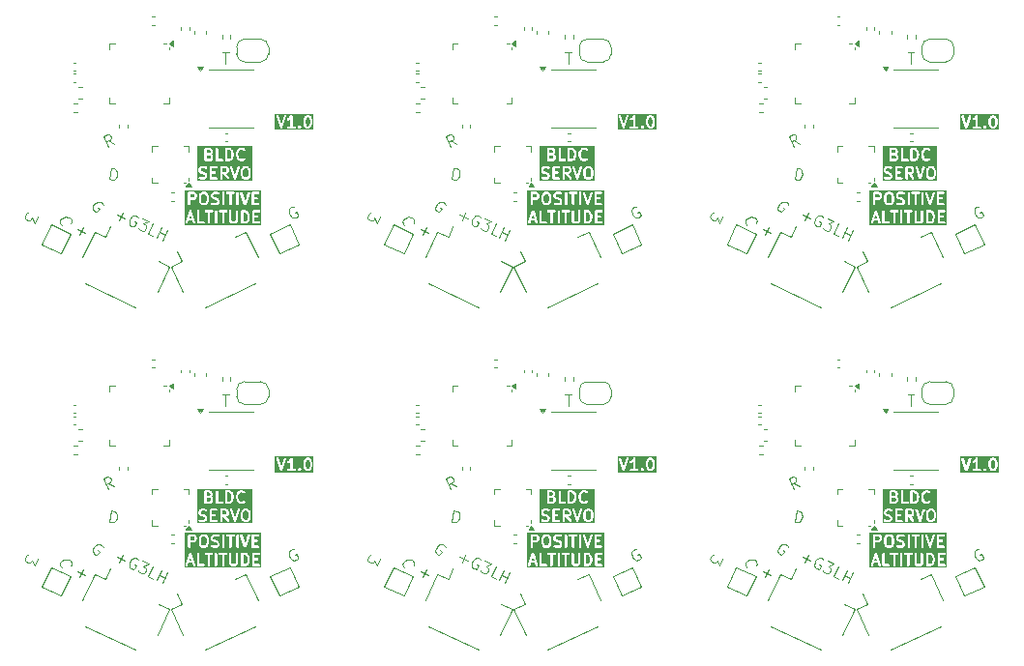
<source format=gto>
G04 #@! TF.GenerationSoftware,KiCad,Pcbnew,9.0.1-9.0.1-0~ubuntu24.04.1*
G04 #@! TF.CreationDate,2025-04-05T23:11:07+02:00*
G04 #@! TF.ProjectId,panel,70616e65-6c2e-46b6-9963-61645f706362,rev?*
G04 #@! TF.SameCoordinates,Original*
G04 #@! TF.FileFunction,Legend,Top*
G04 #@! TF.FilePolarity,Positive*
%FSLAX46Y46*%
G04 Gerber Fmt 4.6, Leading zero omitted, Abs format (unit mm)*
G04 Created by KiCad (PCBNEW 9.0.1-9.0.1-0~ubuntu24.04.1) date 2025-04-05 23:11:07*
%MOMM*%
%LPD*%
G01*
G04 APERTURE LIST*
%ADD10C,0.100000*%
%ADD11C,0.200000*%
%ADD12C,0.120000*%
G04 APERTURE END LIST*
D10*
X15105432Y-24503348D02*
X15071760Y-24402333D01*
X15071760Y-24402333D02*
X14970745Y-24301317D01*
X14970745Y-24301317D02*
X14836058Y-24233974D01*
X14836058Y-24233974D02*
X14701371Y-24233974D01*
X14701371Y-24233974D02*
X14600355Y-24267646D01*
X14600355Y-24267646D02*
X14431997Y-24368661D01*
X14431997Y-24368661D02*
X14330981Y-24469676D01*
X14330981Y-24469676D02*
X14229966Y-24638035D01*
X14229966Y-24638035D02*
X14196294Y-24739050D01*
X14196294Y-24739050D02*
X14196294Y-24873737D01*
X14196294Y-24873737D02*
X14263638Y-25008424D01*
X14263638Y-25008424D02*
X14330981Y-25075768D01*
X14330981Y-25075768D02*
X14465668Y-25143111D01*
X14465668Y-25143111D02*
X14533012Y-25143111D01*
X14533012Y-25143111D02*
X14768714Y-24907409D01*
X14768714Y-24907409D02*
X14634027Y-24772722D01*
D11*
G36*
X87613505Y-25207969D02*
G01*
X87680578Y-25275042D01*
X87716030Y-25345947D01*
X87758001Y-25513828D01*
X87758001Y-25632066D01*
X87716030Y-25799947D01*
X87680577Y-25870853D01*
X87613506Y-25937926D01*
X87508441Y-25972948D01*
X87386573Y-25972948D01*
X87386573Y-25172948D01*
X87508441Y-25172948D01*
X87613505Y-25207969D01*
G37*
G36*
X82862116Y-25687233D02*
G01*
X82663411Y-25687233D01*
X82762763Y-25389175D01*
X82862116Y-25687233D01*
G37*
G36*
X84060669Y-23592808D02*
G01*
X84124848Y-23656987D01*
X84162763Y-23808646D01*
X84162763Y-24117360D01*
X84124847Y-24269020D01*
X84060671Y-24333198D01*
X84001061Y-24363004D01*
X83857799Y-24363004D01*
X83798189Y-24333199D01*
X83734012Y-24269021D01*
X83696097Y-24117360D01*
X83696097Y-23808647D01*
X83734012Y-23656987D01*
X83798191Y-23592808D01*
X83857799Y-23563004D01*
X84001061Y-23563004D01*
X84060669Y-23592808D01*
G37*
G36*
X83060670Y-23592809D02*
G01*
X83085339Y-23617477D01*
X83115144Y-23677087D01*
X83115144Y-23772730D01*
X83085339Y-23832339D01*
X83060670Y-23857007D01*
X83001061Y-23886813D01*
X82743716Y-23886813D01*
X82743716Y-23563004D01*
X83001061Y-23563004D01*
X83060670Y-23592809D01*
G37*
G36*
X88971953Y-26284059D02*
G01*
X82219104Y-26284059D01*
X82219104Y-26060441D01*
X82330215Y-26060441D01*
X82332981Y-26099361D01*
X82350431Y-26134260D01*
X82379907Y-26159825D01*
X82416923Y-26172163D01*
X82455843Y-26169397D01*
X82490742Y-26151947D01*
X82516307Y-26122471D01*
X82524298Y-26104571D01*
X82596744Y-25887233D01*
X82928782Y-25887233D01*
X83001228Y-26104570D01*
X83009219Y-26122471D01*
X83034784Y-26151947D01*
X83069683Y-26169396D01*
X83108603Y-26172163D01*
X83145619Y-26159824D01*
X83175095Y-26134259D01*
X83192545Y-26099360D01*
X83195311Y-26060440D01*
X83190964Y-26041325D01*
X82868172Y-25072948D01*
X83329430Y-25072948D01*
X83329430Y-26072948D01*
X83331351Y-26092457D01*
X83346283Y-26128505D01*
X83373873Y-26156095D01*
X83409921Y-26171027D01*
X83429430Y-26172948D01*
X83905620Y-26172948D01*
X83925129Y-26171027D01*
X83961177Y-26156095D01*
X83988767Y-26128505D01*
X84003699Y-26092457D01*
X84003699Y-26053439D01*
X83988767Y-26017391D01*
X83961177Y-25989801D01*
X83925129Y-25974869D01*
X83905620Y-25972948D01*
X83529430Y-25972948D01*
X83529430Y-25072948D01*
X83527509Y-25053439D01*
X83998018Y-25053439D01*
X83998018Y-25092457D01*
X84012950Y-25128505D01*
X84040540Y-25156095D01*
X84076588Y-25171027D01*
X84096097Y-25172948D01*
X84281811Y-25172948D01*
X84281811Y-26072948D01*
X84283732Y-26092457D01*
X84298664Y-26128505D01*
X84326254Y-26156095D01*
X84362302Y-26171027D01*
X84401320Y-26171027D01*
X84437368Y-26156095D01*
X84464958Y-26128505D01*
X84479890Y-26092457D01*
X84481811Y-26072948D01*
X84481811Y-25172948D01*
X84667525Y-25172948D01*
X84687034Y-25171027D01*
X84723082Y-25156095D01*
X84750672Y-25128505D01*
X84765604Y-25092457D01*
X84765604Y-25072948D01*
X84900859Y-25072948D01*
X84900859Y-26072948D01*
X84902780Y-26092457D01*
X84917712Y-26128505D01*
X84945302Y-26156095D01*
X84981350Y-26171027D01*
X85020368Y-26171027D01*
X85056416Y-26156095D01*
X85084006Y-26128505D01*
X85098938Y-26092457D01*
X85100859Y-26072948D01*
X85100859Y-25072948D01*
X85098938Y-25053439D01*
X85236113Y-25053439D01*
X85236113Y-25092457D01*
X85251045Y-25128505D01*
X85278635Y-25156095D01*
X85314683Y-25171027D01*
X85334192Y-25172948D01*
X85519906Y-25172948D01*
X85519906Y-26072948D01*
X85521827Y-26092457D01*
X85536759Y-26128505D01*
X85564349Y-26156095D01*
X85600397Y-26171027D01*
X85639415Y-26171027D01*
X85675463Y-26156095D01*
X85703053Y-26128505D01*
X85717985Y-26092457D01*
X85719906Y-26072948D01*
X85719906Y-25172948D01*
X85905620Y-25172948D01*
X85925129Y-25171027D01*
X85961177Y-25156095D01*
X85988767Y-25128505D01*
X86003699Y-25092457D01*
X86003699Y-25072948D01*
X86138954Y-25072948D01*
X86138954Y-25882471D01*
X86140875Y-25901980D01*
X86142250Y-25905300D01*
X86142505Y-25908884D01*
X86149511Y-25927192D01*
X86197130Y-26022430D01*
X86202413Y-26030822D01*
X86203425Y-26033266D01*
X86205681Y-26036015D01*
X86207573Y-26039020D01*
X86209567Y-26040749D01*
X86215862Y-26048419D01*
X86263480Y-26096039D01*
X86271148Y-26102332D01*
X86272880Y-26104329D01*
X86275888Y-26106222D01*
X86278634Y-26108476D01*
X86281074Y-26109486D01*
X86289471Y-26114772D01*
X86384708Y-26162391D01*
X86403017Y-26169397D01*
X86406600Y-26169651D01*
X86409921Y-26171027D01*
X86429430Y-26172948D01*
X86619906Y-26172948D01*
X86639415Y-26171027D01*
X86642735Y-26169651D01*
X86646319Y-26169397D01*
X86664627Y-26162391D01*
X86759865Y-26114772D01*
X86768260Y-26109487D01*
X86770702Y-26108476D01*
X86773449Y-26106220D01*
X86776455Y-26104329D01*
X86778185Y-26102334D01*
X86785855Y-26096039D01*
X86833474Y-26048419D01*
X86839766Y-26040752D01*
X86841763Y-26039021D01*
X86843656Y-26036013D01*
X86845911Y-26033266D01*
X86846922Y-26030824D01*
X86852206Y-26022430D01*
X86899825Y-25927193D01*
X86906831Y-25908884D01*
X86907085Y-25905300D01*
X86908461Y-25901980D01*
X86910382Y-25882471D01*
X86910382Y-25072948D01*
X87186573Y-25072948D01*
X87186573Y-26072948D01*
X87188494Y-26092457D01*
X87203426Y-26128505D01*
X87231016Y-26156095D01*
X87267064Y-26171027D01*
X87286573Y-26172948D01*
X87524668Y-26172948D01*
X87534541Y-26171975D01*
X87537175Y-26172163D01*
X87540638Y-26171375D01*
X87544177Y-26171027D01*
X87546619Y-26170015D01*
X87556291Y-26167816D01*
X87699147Y-26120197D01*
X87717048Y-26112206D01*
X87719763Y-26109851D01*
X87723083Y-26108476D01*
X87738236Y-26096039D01*
X87833474Y-26000800D01*
X87839766Y-25993133D01*
X87841763Y-25991402D01*
X87843656Y-25988394D01*
X87845911Y-25985647D01*
X87846922Y-25983205D01*
X87852206Y-25974811D01*
X87899825Y-25879574D01*
X87900371Y-25878145D01*
X87900801Y-25877566D01*
X87903722Y-25869389D01*
X87906831Y-25861265D01*
X87906882Y-25860544D01*
X87907396Y-25859106D01*
X87955015Y-25668630D01*
X87955515Y-25665248D01*
X87956080Y-25663885D01*
X87956803Y-25656534D01*
X87957883Y-25649237D01*
X87957665Y-25647778D01*
X87958001Y-25644376D01*
X87958001Y-25501519D01*
X87957665Y-25498116D01*
X87957883Y-25496658D01*
X87956803Y-25489360D01*
X87956080Y-25482010D01*
X87955515Y-25480646D01*
X87955015Y-25477265D01*
X87907396Y-25286789D01*
X87906882Y-25285350D01*
X87906831Y-25284630D01*
X87903722Y-25276505D01*
X87900801Y-25268329D01*
X87900371Y-25267749D01*
X87899825Y-25266321D01*
X87852206Y-25171084D01*
X87846919Y-25162685D01*
X87845910Y-25160248D01*
X87843658Y-25157504D01*
X87841763Y-25154493D01*
X87839765Y-25152760D01*
X87833474Y-25145094D01*
X87761328Y-25072948D01*
X88186573Y-25072948D01*
X88186573Y-26072948D01*
X88188494Y-26092457D01*
X88203426Y-26128505D01*
X88231016Y-26156095D01*
X88267064Y-26171027D01*
X88286573Y-26172948D01*
X88762763Y-26172948D01*
X88782272Y-26171027D01*
X88818320Y-26156095D01*
X88845910Y-26128505D01*
X88860842Y-26092457D01*
X88860842Y-26053439D01*
X88845910Y-26017391D01*
X88818320Y-25989801D01*
X88782272Y-25974869D01*
X88762763Y-25972948D01*
X88386573Y-25972948D01*
X88386573Y-25649138D01*
X88619906Y-25649138D01*
X88639415Y-25647217D01*
X88675463Y-25632285D01*
X88703053Y-25604695D01*
X88717985Y-25568647D01*
X88717985Y-25529629D01*
X88703053Y-25493581D01*
X88675463Y-25465991D01*
X88639415Y-25451059D01*
X88619906Y-25449138D01*
X88386573Y-25449138D01*
X88386573Y-25172948D01*
X88762763Y-25172948D01*
X88782272Y-25171027D01*
X88818320Y-25156095D01*
X88845910Y-25128505D01*
X88860842Y-25092457D01*
X88860842Y-25053439D01*
X88845910Y-25017391D01*
X88818320Y-24989801D01*
X88782272Y-24974869D01*
X88762763Y-24972948D01*
X88286573Y-24972948D01*
X88267064Y-24974869D01*
X88231016Y-24989801D01*
X88203426Y-25017391D01*
X88188494Y-25053439D01*
X88186573Y-25072948D01*
X87761328Y-25072948D01*
X87738236Y-25049856D01*
X87723082Y-25037420D01*
X87719763Y-25036045D01*
X87717048Y-25033690D01*
X87699147Y-25025699D01*
X87556291Y-24978080D01*
X87546619Y-24975880D01*
X87544177Y-24974869D01*
X87540638Y-24974520D01*
X87537175Y-24973733D01*
X87534541Y-24973920D01*
X87524668Y-24972948D01*
X87286573Y-24972948D01*
X87267064Y-24974869D01*
X87231016Y-24989801D01*
X87203426Y-25017391D01*
X87188494Y-25053439D01*
X87186573Y-25072948D01*
X86910382Y-25072948D01*
X86908461Y-25053439D01*
X86893529Y-25017391D01*
X86865939Y-24989801D01*
X86829891Y-24974869D01*
X86790873Y-24974869D01*
X86754825Y-24989801D01*
X86727235Y-25017391D01*
X86712303Y-25053439D01*
X86710382Y-25072948D01*
X86710382Y-25858864D01*
X86680577Y-25918472D01*
X86655908Y-25943142D01*
X86596299Y-25972948D01*
X86453037Y-25972948D01*
X86393427Y-25943143D01*
X86368760Y-25918475D01*
X86338954Y-25858863D01*
X86338954Y-25072948D01*
X86337033Y-25053439D01*
X86322101Y-25017391D01*
X86294511Y-24989801D01*
X86258463Y-24974869D01*
X86219445Y-24974869D01*
X86183397Y-24989801D01*
X86155807Y-25017391D01*
X86140875Y-25053439D01*
X86138954Y-25072948D01*
X86003699Y-25072948D01*
X86003699Y-25053439D01*
X85988767Y-25017391D01*
X85961177Y-24989801D01*
X85925129Y-24974869D01*
X85905620Y-24972948D01*
X85334192Y-24972948D01*
X85314683Y-24974869D01*
X85278635Y-24989801D01*
X85251045Y-25017391D01*
X85236113Y-25053439D01*
X85098938Y-25053439D01*
X85084006Y-25017391D01*
X85056416Y-24989801D01*
X85020368Y-24974869D01*
X84981350Y-24974869D01*
X84945302Y-24989801D01*
X84917712Y-25017391D01*
X84902780Y-25053439D01*
X84900859Y-25072948D01*
X84765604Y-25072948D01*
X84765604Y-25053439D01*
X84750672Y-25017391D01*
X84723082Y-24989801D01*
X84687034Y-24974869D01*
X84667525Y-24972948D01*
X84096097Y-24972948D01*
X84076588Y-24974869D01*
X84040540Y-24989801D01*
X84012950Y-25017391D01*
X83998018Y-25053439D01*
X83527509Y-25053439D01*
X83512577Y-25017391D01*
X83484987Y-24989801D01*
X83448939Y-24974869D01*
X83409921Y-24974869D01*
X83373873Y-24989801D01*
X83346283Y-25017391D01*
X83331351Y-25053439D01*
X83329430Y-25072948D01*
X82868172Y-25072948D01*
X82857631Y-25041325D01*
X82849640Y-25023425D01*
X82844955Y-25018023D01*
X82841762Y-25011637D01*
X82832293Y-25003424D01*
X82824075Y-24993949D01*
X82817683Y-24990752D01*
X82812286Y-24986072D01*
X82800392Y-24982107D01*
X82789176Y-24976499D01*
X82782048Y-24975992D01*
X82775270Y-24973733D01*
X82762765Y-24974622D01*
X82750256Y-24973733D01*
X82743474Y-24975993D01*
X82736350Y-24976500D01*
X82725141Y-24982103D01*
X82713240Y-24986071D01*
X82707839Y-24990754D01*
X82701451Y-24993949D01*
X82693235Y-25003420D01*
X82683764Y-25011636D01*
X82680569Y-25018025D01*
X82675886Y-25023425D01*
X82667895Y-25041326D01*
X82334562Y-26041325D01*
X82330215Y-26060441D01*
X82219104Y-26060441D01*
X82219104Y-23463004D01*
X82543716Y-23463004D01*
X82543716Y-24463004D01*
X82545637Y-24482513D01*
X82560569Y-24518561D01*
X82588159Y-24546151D01*
X82624207Y-24561083D01*
X82663225Y-24561083D01*
X82699273Y-24546151D01*
X82726863Y-24518561D01*
X82741795Y-24482513D01*
X82743716Y-24463004D01*
X82743716Y-24086813D01*
X83024668Y-24086813D01*
X83044177Y-24084892D01*
X83047497Y-24083516D01*
X83051081Y-24083262D01*
X83069389Y-24076256D01*
X83164627Y-24028637D01*
X83173023Y-24023351D01*
X83175463Y-24022341D01*
X83178209Y-24020087D01*
X83181217Y-24018194D01*
X83182946Y-24016199D01*
X83190617Y-24009905D01*
X83238235Y-23962286D01*
X83244527Y-23954619D01*
X83246525Y-23952887D01*
X83248418Y-23949878D01*
X83250672Y-23947133D01*
X83251682Y-23944692D01*
X83256968Y-23936296D01*
X83304587Y-23841059D01*
X83311593Y-23822750D01*
X83311847Y-23819166D01*
X83313223Y-23815846D01*
X83315144Y-23796337D01*
X83496097Y-23796337D01*
X83496097Y-24129670D01*
X83496432Y-24133072D01*
X83496215Y-24134531D01*
X83497294Y-24141828D01*
X83498018Y-24149179D01*
X83498582Y-24150542D01*
X83499083Y-24153924D01*
X83546702Y-24344399D01*
X83553297Y-24362860D01*
X83557722Y-24368832D01*
X83560568Y-24375703D01*
X83573005Y-24390856D01*
X83668243Y-24486096D01*
X83675911Y-24492389D01*
X83677642Y-24494385D01*
X83680649Y-24496278D01*
X83683396Y-24498532D01*
X83685836Y-24499542D01*
X83694233Y-24504828D01*
X83789470Y-24552447D01*
X83807779Y-24559453D01*
X83811362Y-24559707D01*
X83814683Y-24561083D01*
X83834192Y-24563004D01*
X84024668Y-24563004D01*
X84044177Y-24561083D01*
X84047497Y-24559707D01*
X84051081Y-24559453D01*
X84069389Y-24552447D01*
X84164627Y-24504828D01*
X84173022Y-24499543D01*
X84175464Y-24498532D01*
X84178211Y-24496276D01*
X84181217Y-24494385D01*
X84182947Y-24492390D01*
X84190617Y-24486095D01*
X84285855Y-24390856D01*
X84298292Y-24375703D01*
X84301137Y-24368832D01*
X84305563Y-24362860D01*
X84312158Y-24344400D01*
X84359777Y-24153924D01*
X84360277Y-24150542D01*
X84360842Y-24149179D01*
X84361565Y-24141828D01*
X84362645Y-24134531D01*
X84362427Y-24133072D01*
X84362763Y-24129670D01*
X84362763Y-23796337D01*
X84362427Y-23792934D01*
X84362645Y-23791476D01*
X84361565Y-23784178D01*
X84360842Y-23776828D01*
X84360277Y-23775464D01*
X84359777Y-23772083D01*
X84330126Y-23653480D01*
X84543716Y-23653480D01*
X84543716Y-23748718D01*
X84545637Y-23768227D01*
X84547012Y-23771547D01*
X84547267Y-23775131D01*
X84554273Y-23793439D01*
X84601892Y-23888677D01*
X84607177Y-23897073D01*
X84608188Y-23899513D01*
X84610441Y-23902259D01*
X84612335Y-23905267D01*
X84614329Y-23906996D01*
X84620624Y-23914667D01*
X84668243Y-23962285D01*
X84675909Y-23968577D01*
X84677642Y-23970575D01*
X84680650Y-23972468D01*
X84683396Y-23974722D01*
X84685836Y-23975732D01*
X84694233Y-23981018D01*
X84789470Y-24028637D01*
X84790898Y-24029183D01*
X84791478Y-24029613D01*
X84799654Y-24032534D01*
X84807779Y-24035643D01*
X84808499Y-24035694D01*
X84809938Y-24036208D01*
X84989763Y-24081164D01*
X85060670Y-24116618D01*
X85085339Y-24141286D01*
X85115144Y-24200896D01*
X85115144Y-24248920D01*
X85085339Y-24308528D01*
X85060670Y-24333198D01*
X85001061Y-24363004D01*
X84802799Y-24363004D01*
X84675339Y-24320517D01*
X84656223Y-24316170D01*
X84617303Y-24318936D01*
X84582404Y-24336386D01*
X84556839Y-24365862D01*
X84544501Y-24402878D01*
X84547267Y-24441798D01*
X84564717Y-24476697D01*
X84594193Y-24502262D01*
X84612093Y-24510253D01*
X84754950Y-24557872D01*
X84764622Y-24560071D01*
X84767064Y-24561083D01*
X84770601Y-24561431D01*
X84774065Y-24562219D01*
X84776699Y-24562031D01*
X84786573Y-24563004D01*
X85024668Y-24563004D01*
X85044177Y-24561083D01*
X85047497Y-24559707D01*
X85051081Y-24559453D01*
X85069389Y-24552447D01*
X85164627Y-24504828D01*
X85173022Y-24499543D01*
X85175464Y-24498532D01*
X85178211Y-24496276D01*
X85181217Y-24494385D01*
X85182947Y-24492390D01*
X85190617Y-24486095D01*
X85238236Y-24438475D01*
X85244528Y-24430808D01*
X85246525Y-24429077D01*
X85248418Y-24426069D01*
X85250673Y-24423322D01*
X85251684Y-24420880D01*
X85256968Y-24412486D01*
X85304587Y-24317249D01*
X85311593Y-24298940D01*
X85311847Y-24295356D01*
X85313223Y-24292036D01*
X85315144Y-24272527D01*
X85315144Y-24177289D01*
X85313223Y-24157780D01*
X85311847Y-24154459D01*
X85311593Y-24150876D01*
X85304587Y-24132567D01*
X85256968Y-24037330D01*
X85251682Y-24028933D01*
X85250672Y-24026493D01*
X85248418Y-24023747D01*
X85246525Y-24020739D01*
X85244527Y-24019006D01*
X85238235Y-24011340D01*
X85190617Y-23963721D01*
X85182946Y-23957426D01*
X85181217Y-23955432D01*
X85178209Y-23953538D01*
X85175463Y-23951285D01*
X85173023Y-23950274D01*
X85164627Y-23944989D01*
X85069389Y-23897370D01*
X85067962Y-23896824D01*
X85067382Y-23896394D01*
X85059205Y-23893472D01*
X85051081Y-23890364D01*
X85050358Y-23890312D01*
X85048921Y-23889799D01*
X84869096Y-23844842D01*
X84798189Y-23809389D01*
X84773521Y-23784720D01*
X84743716Y-23725110D01*
X84743716Y-23677087D01*
X84773521Y-23617477D01*
X84798189Y-23592808D01*
X84857799Y-23563004D01*
X85056060Y-23563004D01*
X85183521Y-23605491D01*
X85202636Y-23609838D01*
X85241556Y-23607072D01*
X85276455Y-23589622D01*
X85302020Y-23560146D01*
X85314359Y-23523130D01*
X85311592Y-23484210D01*
X85300989Y-23463004D01*
X85543716Y-23463004D01*
X85543716Y-24463004D01*
X85545637Y-24482513D01*
X85560569Y-24518561D01*
X85588159Y-24546151D01*
X85624207Y-24561083D01*
X85663225Y-24561083D01*
X85699273Y-24546151D01*
X85726863Y-24518561D01*
X85741795Y-24482513D01*
X85743716Y-24463004D01*
X85743716Y-23463004D01*
X85741795Y-23443495D01*
X85878970Y-23443495D01*
X85878970Y-23482513D01*
X85893902Y-23518561D01*
X85921492Y-23546151D01*
X85957540Y-23561083D01*
X85977049Y-23563004D01*
X86162763Y-23563004D01*
X86162763Y-24463004D01*
X86164684Y-24482513D01*
X86179616Y-24518561D01*
X86207206Y-24546151D01*
X86243254Y-24561083D01*
X86282272Y-24561083D01*
X86318320Y-24546151D01*
X86345910Y-24518561D01*
X86360842Y-24482513D01*
X86362763Y-24463004D01*
X86362763Y-23563004D01*
X86548477Y-23563004D01*
X86567986Y-23561083D01*
X86604034Y-23546151D01*
X86631624Y-23518561D01*
X86646556Y-23482513D01*
X86646556Y-23463004D01*
X86781811Y-23463004D01*
X86781811Y-24463004D01*
X86783732Y-24482513D01*
X86798664Y-24518561D01*
X86826254Y-24546151D01*
X86862302Y-24561083D01*
X86901320Y-24561083D01*
X86937368Y-24546151D01*
X86964958Y-24518561D01*
X86979890Y-24482513D01*
X86981811Y-24463004D01*
X86981811Y-23475511D01*
X87115929Y-23475511D01*
X87120276Y-23494627D01*
X87453609Y-24494626D01*
X87461600Y-24512527D01*
X87466283Y-24517926D01*
X87469478Y-24524316D01*
X87478949Y-24532531D01*
X87487165Y-24542003D01*
X87493553Y-24545197D01*
X87498954Y-24549881D01*
X87510855Y-24553848D01*
X87522064Y-24559452D01*
X87529188Y-24559958D01*
X87535970Y-24562219D01*
X87548479Y-24561329D01*
X87560984Y-24562219D01*
X87567762Y-24559959D01*
X87574890Y-24559453D01*
X87586106Y-24553844D01*
X87598000Y-24549880D01*
X87603397Y-24545199D01*
X87609789Y-24542003D01*
X87618007Y-24532527D01*
X87627476Y-24524315D01*
X87630669Y-24517928D01*
X87635354Y-24512527D01*
X87643345Y-24494627D01*
X87976678Y-23494627D01*
X87981025Y-23475512D01*
X87980136Y-23463004D01*
X88115144Y-23463004D01*
X88115144Y-24463004D01*
X88117065Y-24482513D01*
X88131997Y-24518561D01*
X88159587Y-24546151D01*
X88195635Y-24561083D01*
X88215144Y-24563004D01*
X88691334Y-24563004D01*
X88710843Y-24561083D01*
X88746891Y-24546151D01*
X88774481Y-24518561D01*
X88789413Y-24482513D01*
X88789413Y-24443495D01*
X88774481Y-24407447D01*
X88746891Y-24379857D01*
X88710843Y-24364925D01*
X88691334Y-24363004D01*
X88315144Y-24363004D01*
X88315144Y-24039194D01*
X88548477Y-24039194D01*
X88567986Y-24037273D01*
X88604034Y-24022341D01*
X88631624Y-23994751D01*
X88646556Y-23958703D01*
X88646556Y-23919685D01*
X88631624Y-23883637D01*
X88604034Y-23856047D01*
X88567986Y-23841115D01*
X88548477Y-23839194D01*
X88315144Y-23839194D01*
X88315144Y-23563004D01*
X88691334Y-23563004D01*
X88710843Y-23561083D01*
X88746891Y-23546151D01*
X88774481Y-23518561D01*
X88789413Y-23482513D01*
X88789413Y-23443495D01*
X88774481Y-23407447D01*
X88746891Y-23379857D01*
X88710843Y-23364925D01*
X88691334Y-23363004D01*
X88215144Y-23363004D01*
X88195635Y-23364925D01*
X88159587Y-23379857D01*
X88131997Y-23407447D01*
X88117065Y-23443495D01*
X88115144Y-23463004D01*
X87980136Y-23463004D01*
X87978259Y-23436592D01*
X87960809Y-23401693D01*
X87931333Y-23376128D01*
X87894317Y-23363789D01*
X87855397Y-23366556D01*
X87820498Y-23384005D01*
X87794933Y-23413481D01*
X87786942Y-23431382D01*
X87548477Y-24146776D01*
X87310012Y-23431381D01*
X87302021Y-23413481D01*
X87276456Y-23384005D01*
X87241557Y-23366555D01*
X87202637Y-23363789D01*
X87165621Y-23376127D01*
X87136145Y-23401692D01*
X87118695Y-23436591D01*
X87115929Y-23475511D01*
X86981811Y-23475511D01*
X86981811Y-23463004D01*
X86979890Y-23443495D01*
X86964958Y-23407447D01*
X86937368Y-23379857D01*
X86901320Y-23364925D01*
X86862302Y-23364925D01*
X86826254Y-23379857D01*
X86798664Y-23407447D01*
X86783732Y-23443495D01*
X86781811Y-23463004D01*
X86646556Y-23463004D01*
X86646556Y-23443495D01*
X86631624Y-23407447D01*
X86604034Y-23379857D01*
X86567986Y-23364925D01*
X86548477Y-23363004D01*
X85977049Y-23363004D01*
X85957540Y-23364925D01*
X85921492Y-23379857D01*
X85893902Y-23407447D01*
X85878970Y-23443495D01*
X85741795Y-23443495D01*
X85726863Y-23407447D01*
X85699273Y-23379857D01*
X85663225Y-23364925D01*
X85624207Y-23364925D01*
X85588159Y-23379857D01*
X85560569Y-23407447D01*
X85545637Y-23443495D01*
X85543716Y-23463004D01*
X85300989Y-23463004D01*
X85294143Y-23449311D01*
X85264667Y-23423746D01*
X85246766Y-23415755D01*
X85103910Y-23368136D01*
X85094238Y-23365936D01*
X85091796Y-23364925D01*
X85088257Y-23364576D01*
X85084794Y-23363789D01*
X85082160Y-23363976D01*
X85072287Y-23363004D01*
X84834192Y-23363004D01*
X84814683Y-23364925D01*
X84811362Y-23366300D01*
X84807779Y-23366555D01*
X84789470Y-23373561D01*
X84694233Y-23421180D01*
X84685836Y-23426465D01*
X84683396Y-23427476D01*
X84680650Y-23429729D01*
X84677642Y-23431623D01*
X84675909Y-23433620D01*
X84668243Y-23439913D01*
X84620624Y-23487531D01*
X84614329Y-23495201D01*
X84612335Y-23496931D01*
X84610441Y-23499938D01*
X84608188Y-23502685D01*
X84607177Y-23505124D01*
X84601892Y-23513521D01*
X84554273Y-23608759D01*
X84547267Y-23627067D01*
X84547012Y-23630650D01*
X84545637Y-23633971D01*
X84543716Y-23653480D01*
X84330126Y-23653480D01*
X84312158Y-23581607D01*
X84305563Y-23563147D01*
X84301136Y-23557172D01*
X84298291Y-23550304D01*
X84285855Y-23535150D01*
X84190617Y-23439912D01*
X84182946Y-23433617D01*
X84181217Y-23431623D01*
X84178209Y-23429729D01*
X84175463Y-23427476D01*
X84173023Y-23426465D01*
X84164627Y-23421180D01*
X84069389Y-23373561D01*
X84051081Y-23366555D01*
X84047497Y-23366300D01*
X84044177Y-23364925D01*
X84024668Y-23363004D01*
X83834192Y-23363004D01*
X83814683Y-23364925D01*
X83811362Y-23366300D01*
X83807779Y-23366555D01*
X83789470Y-23373561D01*
X83694233Y-23421180D01*
X83685834Y-23426466D01*
X83683397Y-23427476D01*
X83680653Y-23429727D01*
X83677642Y-23431623D01*
X83675909Y-23433620D01*
X83668243Y-23439912D01*
X83573005Y-23535150D01*
X83560569Y-23550304D01*
X83557723Y-23557172D01*
X83553297Y-23563147D01*
X83546702Y-23581608D01*
X83499083Y-23772083D01*
X83498582Y-23775464D01*
X83498018Y-23776828D01*
X83497294Y-23784178D01*
X83496215Y-23791476D01*
X83496432Y-23792934D01*
X83496097Y-23796337D01*
X83315144Y-23796337D01*
X83315144Y-23653480D01*
X83313223Y-23633971D01*
X83311847Y-23630650D01*
X83311593Y-23627067D01*
X83304587Y-23608758D01*
X83256968Y-23513521D01*
X83251682Y-23505124D01*
X83250672Y-23502684D01*
X83248418Y-23499938D01*
X83246525Y-23496930D01*
X83244527Y-23495197D01*
X83238235Y-23487531D01*
X83190617Y-23439912D01*
X83182946Y-23433617D01*
X83181217Y-23431623D01*
X83178209Y-23429729D01*
X83175463Y-23427476D01*
X83173023Y-23426465D01*
X83164627Y-23421180D01*
X83069389Y-23373561D01*
X83051081Y-23366555D01*
X83047497Y-23366300D01*
X83044177Y-23364925D01*
X83024668Y-23363004D01*
X82643716Y-23363004D01*
X82624207Y-23364925D01*
X82588159Y-23379857D01*
X82560569Y-23407447D01*
X82545637Y-23443495D01*
X82543716Y-23463004D01*
X82219104Y-23463004D01*
X82219104Y-23251893D01*
X88971953Y-23251893D01*
X88971953Y-26284059D01*
G37*
D10*
X75652737Y-52272055D02*
X75826385Y-51287247D01*
X75826385Y-51287247D02*
X76060863Y-51328592D01*
X76060863Y-51328592D02*
X76193281Y-51400294D01*
X76193281Y-51400294D02*
X76270535Y-51510623D01*
X76270535Y-51510623D02*
X76300892Y-51612684D01*
X76300892Y-51612684D02*
X76314712Y-51808535D01*
X76314712Y-51808535D02*
X76289905Y-51949222D01*
X76289905Y-51949222D02*
X76209934Y-52128535D01*
X76209934Y-52128535D02*
X76146500Y-52214058D01*
X76146500Y-52214058D02*
X76036171Y-52291311D01*
X76036171Y-52291311D02*
X75887215Y-52313400D01*
X75887215Y-52313400D02*
X75652737Y-52272055D01*
X39356273Y-55550562D02*
X39094652Y-56111610D01*
X39094652Y-56111610D02*
X38890265Y-55648510D01*
X38890265Y-55648510D02*
X38829891Y-55777983D01*
X38829891Y-55777983D02*
X38746484Y-55844173D01*
X38746484Y-55844173D02*
X38683202Y-55867206D01*
X38683202Y-55867206D02*
X38576762Y-55870114D01*
X38576762Y-55870114D02*
X38360975Y-55769491D01*
X38360975Y-55769491D02*
X38294784Y-55686084D01*
X38294784Y-55686084D02*
X38271751Y-55622801D01*
X38271751Y-55622801D02*
X38268843Y-55516362D01*
X38268843Y-55516362D02*
X38389591Y-55257417D01*
X38389591Y-55257417D02*
X38472998Y-55191226D01*
X38472998Y-55191226D02*
X38536280Y-55168194D01*
X69356273Y-25550562D02*
X69094652Y-26111610D01*
X69094652Y-26111610D02*
X68890265Y-25648510D01*
X68890265Y-25648510D02*
X68829891Y-25777983D01*
X68829891Y-25777983D02*
X68746484Y-25844173D01*
X68746484Y-25844173D02*
X68683202Y-25867206D01*
X68683202Y-25867206D02*
X68576762Y-25870114D01*
X68576762Y-25870114D02*
X68360975Y-25769491D01*
X68360975Y-25769491D02*
X68294784Y-25686084D01*
X68294784Y-25686084D02*
X68271751Y-25622801D01*
X68271751Y-25622801D02*
X68268843Y-25516362D01*
X68268843Y-25516362D02*
X68389591Y-25257417D01*
X68389591Y-25257417D02*
X68472998Y-25191226D01*
X68472998Y-25191226D02*
X68536280Y-25168194D01*
D11*
G36*
X33118594Y-16871553D02*
G01*
X33143263Y-16896221D01*
X33178716Y-16967128D01*
X33220687Y-17135009D01*
X33220687Y-17348485D01*
X33178716Y-17516366D01*
X33143263Y-17587272D01*
X33118594Y-17611942D01*
X33058985Y-17641748D01*
X33010961Y-17641748D01*
X32951351Y-17611943D01*
X32926684Y-17587275D01*
X32891229Y-17516366D01*
X32849259Y-17348485D01*
X32849259Y-17135010D01*
X32891229Y-16967128D01*
X32926683Y-16896221D01*
X32951351Y-16871552D01*
X33010961Y-16841748D01*
X33058985Y-16841748D01*
X33118594Y-16871553D01*
G37*
G36*
X33531798Y-17952859D02*
G01*
X30157981Y-17952859D01*
X30157981Y-16754255D01*
X30269092Y-16754255D01*
X30273439Y-16773371D01*
X30606772Y-17773370D01*
X30614763Y-17791271D01*
X30619446Y-17796670D01*
X30622641Y-17803060D01*
X30632112Y-17811275D01*
X30640328Y-17820747D01*
X30646716Y-17823941D01*
X30652117Y-17828625D01*
X30664018Y-17832592D01*
X30675227Y-17838196D01*
X30682351Y-17838702D01*
X30689133Y-17840963D01*
X30701642Y-17840073D01*
X30714147Y-17840963D01*
X30720925Y-17838703D01*
X30728053Y-17838197D01*
X30739269Y-17832588D01*
X30751163Y-17828624D01*
X30756560Y-17823943D01*
X30762952Y-17820747D01*
X30771170Y-17811271D01*
X30780639Y-17803059D01*
X30783832Y-17796672D01*
X30788517Y-17791271D01*
X30796508Y-17773371D01*
X31049313Y-17014955D01*
X31221473Y-17014955D01*
X31224239Y-17053875D01*
X31241688Y-17088774D01*
X31271165Y-17114338D01*
X31308181Y-17126677D01*
X31347101Y-17123911D01*
X31365409Y-17116905D01*
X31460647Y-17069286D01*
X31469043Y-17064000D01*
X31471483Y-17062990D01*
X31474229Y-17060736D01*
X31477237Y-17058843D01*
X31478966Y-17056848D01*
X31486637Y-17050554D01*
X31506402Y-17030789D01*
X31506402Y-17641748D01*
X31320688Y-17641748D01*
X31301179Y-17643669D01*
X31265131Y-17658601D01*
X31237541Y-17686191D01*
X31222609Y-17722239D01*
X31222609Y-17761257D01*
X31237541Y-17797305D01*
X31265131Y-17824895D01*
X31301179Y-17839827D01*
X31320688Y-17841748D01*
X31892116Y-17841748D01*
X31911625Y-17839827D01*
X31947673Y-17824895D01*
X31975263Y-17797305D01*
X31990195Y-17761257D01*
X31990195Y-17722239D01*
X31975263Y-17686191D01*
X31963692Y-17674620D01*
X32174990Y-17674620D01*
X32174990Y-17713638D01*
X32181453Y-17729240D01*
X32189922Y-17749687D01*
X32189926Y-17749691D01*
X32202358Y-17764840D01*
X32249977Y-17812458D01*
X32265130Y-17824895D01*
X32274133Y-17828624D01*
X32301179Y-17839827D01*
X32340197Y-17839827D01*
X32376245Y-17824895D01*
X32391399Y-17812459D01*
X32439017Y-17764840D01*
X32451454Y-17749687D01*
X32458206Y-17733385D01*
X32466385Y-17713639D01*
X32466386Y-17674621D01*
X32451455Y-17638572D01*
X32439018Y-17623419D01*
X32391399Y-17575799D01*
X32376246Y-17563362D01*
X32361314Y-17557177D01*
X32340197Y-17548430D01*
X32301179Y-17548430D01*
X32290621Y-17552803D01*
X32265131Y-17563361D01*
X32265130Y-17563362D01*
X32249976Y-17575799D01*
X32202358Y-17623419D01*
X32189921Y-17638572D01*
X32179908Y-17662748D01*
X32174990Y-17674620D01*
X31963692Y-17674620D01*
X31947673Y-17658601D01*
X31911625Y-17643669D01*
X31892116Y-17641748D01*
X31706402Y-17641748D01*
X31706402Y-17122700D01*
X32649259Y-17122700D01*
X32649259Y-17360795D01*
X32649594Y-17364197D01*
X32649377Y-17365656D01*
X32650456Y-17372953D01*
X32651180Y-17380304D01*
X32651744Y-17381667D01*
X32652245Y-17385049D01*
X32699864Y-17575524D01*
X32700377Y-17576961D01*
X32700429Y-17577684D01*
X32703537Y-17585808D01*
X32706459Y-17593985D01*
X32706889Y-17594565D01*
X32707435Y-17595992D01*
X32755054Y-17691230D01*
X32760337Y-17699622D01*
X32761349Y-17702066D01*
X32763605Y-17704815D01*
X32765497Y-17707820D01*
X32767491Y-17709549D01*
X32773786Y-17717219D01*
X32821404Y-17764839D01*
X32829072Y-17771132D01*
X32830804Y-17773129D01*
X32833812Y-17775022D01*
X32836558Y-17777276D01*
X32838998Y-17778286D01*
X32847395Y-17783572D01*
X32942632Y-17831191D01*
X32960941Y-17838197D01*
X32964524Y-17838451D01*
X32967845Y-17839827D01*
X32987354Y-17841748D01*
X33082592Y-17841748D01*
X33102101Y-17839827D01*
X33105421Y-17838451D01*
X33109005Y-17838197D01*
X33127313Y-17831191D01*
X33222551Y-17783572D01*
X33230946Y-17778287D01*
X33233388Y-17777276D01*
X33236135Y-17775020D01*
X33239141Y-17773129D01*
X33240871Y-17771134D01*
X33248541Y-17764839D01*
X33296160Y-17717219D01*
X33302452Y-17709552D01*
X33304449Y-17707821D01*
X33306342Y-17704813D01*
X33308597Y-17702066D01*
X33309608Y-17699624D01*
X33314892Y-17691230D01*
X33362511Y-17595993D01*
X33363057Y-17594564D01*
X33363487Y-17593985D01*
X33366408Y-17585808D01*
X33369517Y-17577684D01*
X33369568Y-17576963D01*
X33370082Y-17575525D01*
X33417701Y-17385049D01*
X33418201Y-17381667D01*
X33418766Y-17380304D01*
X33419489Y-17372953D01*
X33420569Y-17365656D01*
X33420351Y-17364197D01*
X33420687Y-17360795D01*
X33420687Y-17122700D01*
X33420351Y-17119297D01*
X33420569Y-17117839D01*
X33419489Y-17110541D01*
X33418766Y-17103191D01*
X33418201Y-17101827D01*
X33417701Y-17098446D01*
X33370082Y-16907970D01*
X33369568Y-16906531D01*
X33369517Y-16905811D01*
X33366408Y-16897686D01*
X33363487Y-16889510D01*
X33363057Y-16888930D01*
X33362511Y-16887502D01*
X33314892Y-16792265D01*
X33309606Y-16783868D01*
X33308596Y-16781428D01*
X33306342Y-16778682D01*
X33304449Y-16775674D01*
X33302451Y-16773941D01*
X33296159Y-16766275D01*
X33248541Y-16718656D01*
X33240870Y-16712361D01*
X33239141Y-16710367D01*
X33236133Y-16708473D01*
X33233387Y-16706220D01*
X33230947Y-16705209D01*
X33222551Y-16699924D01*
X33127313Y-16652305D01*
X33109005Y-16645299D01*
X33105421Y-16645044D01*
X33102101Y-16643669D01*
X33082592Y-16641748D01*
X32987354Y-16641748D01*
X32967845Y-16643669D01*
X32964524Y-16645044D01*
X32960941Y-16645299D01*
X32942632Y-16652305D01*
X32847395Y-16699924D01*
X32838998Y-16705209D01*
X32836558Y-16706220D01*
X32833812Y-16708473D01*
X32830804Y-16710367D01*
X32829071Y-16712364D01*
X32821405Y-16718657D01*
X32773786Y-16766275D01*
X32767491Y-16773945D01*
X32765497Y-16775675D01*
X32763603Y-16778682D01*
X32761350Y-16781429D01*
X32760339Y-16783868D01*
X32755054Y-16792265D01*
X32707435Y-16887503D01*
X32706889Y-16888929D01*
X32706459Y-16889510D01*
X32703537Y-16897686D01*
X32700429Y-16905811D01*
X32700377Y-16906533D01*
X32699864Y-16907971D01*
X32652245Y-17098446D01*
X32651744Y-17101827D01*
X32651180Y-17103191D01*
X32650456Y-17110541D01*
X32649377Y-17117839D01*
X32649594Y-17119297D01*
X32649259Y-17122700D01*
X31706402Y-17122700D01*
X31706402Y-16741748D01*
X31706395Y-16741677D01*
X31706402Y-16741643D01*
X31706381Y-16741541D01*
X31704481Y-16722239D01*
X31700691Y-16713090D01*
X31698750Y-16703383D01*
X31693298Y-16695242D01*
X31689549Y-16686191D01*
X31682549Y-16679191D01*
X31677039Y-16670963D01*
X31668884Y-16665526D01*
X31661959Y-16658601D01*
X31652815Y-16654813D01*
X31644574Y-16649319D01*
X31634960Y-16647417D01*
X31625911Y-16643669D01*
X31616010Y-16643669D01*
X31606298Y-16641748D01*
X31596693Y-16643669D01*
X31586893Y-16643669D01*
X31577744Y-16647458D01*
X31568037Y-16649400D01*
X31559896Y-16654851D01*
X31550845Y-16658601D01*
X31543845Y-16665600D01*
X31535617Y-16671111D01*
X31523328Y-16686117D01*
X31523255Y-16686191D01*
X31523241Y-16686223D01*
X31523197Y-16686278D01*
X31433453Y-16820894D01*
X31356689Y-16897657D01*
X31275967Y-16938019D01*
X31259376Y-16948462D01*
X31233812Y-16977939D01*
X31221473Y-17014955D01*
X31049313Y-17014955D01*
X31129841Y-16773371D01*
X31134188Y-16754256D01*
X31131422Y-16715336D01*
X31113972Y-16680437D01*
X31084496Y-16654872D01*
X31047480Y-16642533D01*
X31008560Y-16645300D01*
X30973661Y-16662749D01*
X30948096Y-16692225D01*
X30940105Y-16710126D01*
X30701640Y-17425520D01*
X30463175Y-16710125D01*
X30455184Y-16692225D01*
X30429619Y-16662749D01*
X30394720Y-16645299D01*
X30355800Y-16642533D01*
X30318784Y-16654871D01*
X30289308Y-16680436D01*
X30271858Y-16715335D01*
X30269092Y-16754255D01*
X30157981Y-16754255D01*
X30157981Y-16530637D01*
X33531798Y-16530637D01*
X33531798Y-17952859D01*
G37*
D10*
X25550743Y-11158948D02*
X26122171Y-11158948D01*
X25836457Y-12158948D02*
X25836457Y-11158948D01*
D11*
G36*
X63118594Y-46871553D02*
G01*
X63143263Y-46896221D01*
X63178716Y-46967128D01*
X63220687Y-47135009D01*
X63220687Y-47348485D01*
X63178716Y-47516366D01*
X63143263Y-47587272D01*
X63118594Y-47611942D01*
X63058985Y-47641748D01*
X63010961Y-47641748D01*
X62951351Y-47611943D01*
X62926684Y-47587275D01*
X62891229Y-47516366D01*
X62849259Y-47348485D01*
X62849259Y-47135010D01*
X62891229Y-46967128D01*
X62926683Y-46896221D01*
X62951351Y-46871552D01*
X63010961Y-46841748D01*
X63058985Y-46841748D01*
X63118594Y-46871553D01*
G37*
G36*
X63531798Y-47952859D02*
G01*
X60157981Y-47952859D01*
X60157981Y-46754255D01*
X60269092Y-46754255D01*
X60273439Y-46773371D01*
X60606772Y-47773370D01*
X60614763Y-47791271D01*
X60619446Y-47796670D01*
X60622641Y-47803060D01*
X60632112Y-47811275D01*
X60640328Y-47820747D01*
X60646716Y-47823941D01*
X60652117Y-47828625D01*
X60664018Y-47832592D01*
X60675227Y-47838196D01*
X60682351Y-47838702D01*
X60689133Y-47840963D01*
X60701642Y-47840073D01*
X60714147Y-47840963D01*
X60720925Y-47838703D01*
X60728053Y-47838197D01*
X60739269Y-47832588D01*
X60751163Y-47828624D01*
X60756560Y-47823943D01*
X60762952Y-47820747D01*
X60771170Y-47811271D01*
X60780639Y-47803059D01*
X60783832Y-47796672D01*
X60788517Y-47791271D01*
X60796508Y-47773371D01*
X61049313Y-47014955D01*
X61221473Y-47014955D01*
X61224239Y-47053875D01*
X61241688Y-47088774D01*
X61271165Y-47114338D01*
X61308181Y-47126677D01*
X61347101Y-47123911D01*
X61365409Y-47116905D01*
X61460647Y-47069286D01*
X61469043Y-47064000D01*
X61471483Y-47062990D01*
X61474229Y-47060736D01*
X61477237Y-47058843D01*
X61478966Y-47056848D01*
X61486637Y-47050554D01*
X61506402Y-47030789D01*
X61506402Y-47641748D01*
X61320688Y-47641748D01*
X61301179Y-47643669D01*
X61265131Y-47658601D01*
X61237541Y-47686191D01*
X61222609Y-47722239D01*
X61222609Y-47761257D01*
X61237541Y-47797305D01*
X61265131Y-47824895D01*
X61301179Y-47839827D01*
X61320688Y-47841748D01*
X61892116Y-47841748D01*
X61911625Y-47839827D01*
X61947673Y-47824895D01*
X61975263Y-47797305D01*
X61990195Y-47761257D01*
X61990195Y-47722239D01*
X61975263Y-47686191D01*
X61963692Y-47674620D01*
X62174990Y-47674620D01*
X62174990Y-47713638D01*
X62181453Y-47729240D01*
X62189922Y-47749687D01*
X62189926Y-47749691D01*
X62202358Y-47764840D01*
X62249977Y-47812458D01*
X62265130Y-47824895D01*
X62274133Y-47828624D01*
X62301179Y-47839827D01*
X62340197Y-47839827D01*
X62376245Y-47824895D01*
X62391399Y-47812459D01*
X62439017Y-47764840D01*
X62451454Y-47749687D01*
X62458206Y-47733385D01*
X62466385Y-47713639D01*
X62466386Y-47674621D01*
X62451455Y-47638572D01*
X62439018Y-47623419D01*
X62391399Y-47575799D01*
X62376246Y-47563362D01*
X62361314Y-47557177D01*
X62340197Y-47548430D01*
X62301179Y-47548430D01*
X62290621Y-47552803D01*
X62265131Y-47563361D01*
X62265130Y-47563362D01*
X62249976Y-47575799D01*
X62202358Y-47623419D01*
X62189921Y-47638572D01*
X62179908Y-47662748D01*
X62174990Y-47674620D01*
X61963692Y-47674620D01*
X61947673Y-47658601D01*
X61911625Y-47643669D01*
X61892116Y-47641748D01*
X61706402Y-47641748D01*
X61706402Y-47122700D01*
X62649259Y-47122700D01*
X62649259Y-47360795D01*
X62649594Y-47364197D01*
X62649377Y-47365656D01*
X62650456Y-47372953D01*
X62651180Y-47380304D01*
X62651744Y-47381667D01*
X62652245Y-47385049D01*
X62699864Y-47575524D01*
X62700377Y-47576961D01*
X62700429Y-47577684D01*
X62703537Y-47585808D01*
X62706459Y-47593985D01*
X62706889Y-47594565D01*
X62707435Y-47595992D01*
X62755054Y-47691230D01*
X62760337Y-47699622D01*
X62761349Y-47702066D01*
X62763605Y-47704815D01*
X62765497Y-47707820D01*
X62767491Y-47709549D01*
X62773786Y-47717219D01*
X62821404Y-47764839D01*
X62829072Y-47771132D01*
X62830804Y-47773129D01*
X62833812Y-47775022D01*
X62836558Y-47777276D01*
X62838998Y-47778286D01*
X62847395Y-47783572D01*
X62942632Y-47831191D01*
X62960941Y-47838197D01*
X62964524Y-47838451D01*
X62967845Y-47839827D01*
X62987354Y-47841748D01*
X63082592Y-47841748D01*
X63102101Y-47839827D01*
X63105421Y-47838451D01*
X63109005Y-47838197D01*
X63127313Y-47831191D01*
X63222551Y-47783572D01*
X63230946Y-47778287D01*
X63233388Y-47777276D01*
X63236135Y-47775020D01*
X63239141Y-47773129D01*
X63240871Y-47771134D01*
X63248541Y-47764839D01*
X63296160Y-47717219D01*
X63302452Y-47709552D01*
X63304449Y-47707821D01*
X63306342Y-47704813D01*
X63308597Y-47702066D01*
X63309608Y-47699624D01*
X63314892Y-47691230D01*
X63362511Y-47595993D01*
X63363057Y-47594564D01*
X63363487Y-47593985D01*
X63366408Y-47585808D01*
X63369517Y-47577684D01*
X63369568Y-47576963D01*
X63370082Y-47575525D01*
X63417701Y-47385049D01*
X63418201Y-47381667D01*
X63418766Y-47380304D01*
X63419489Y-47372953D01*
X63420569Y-47365656D01*
X63420351Y-47364197D01*
X63420687Y-47360795D01*
X63420687Y-47122700D01*
X63420351Y-47119297D01*
X63420569Y-47117839D01*
X63419489Y-47110541D01*
X63418766Y-47103191D01*
X63418201Y-47101827D01*
X63417701Y-47098446D01*
X63370082Y-46907970D01*
X63369568Y-46906531D01*
X63369517Y-46905811D01*
X63366408Y-46897686D01*
X63363487Y-46889510D01*
X63363057Y-46888930D01*
X63362511Y-46887502D01*
X63314892Y-46792265D01*
X63309606Y-46783868D01*
X63308596Y-46781428D01*
X63306342Y-46778682D01*
X63304449Y-46775674D01*
X63302451Y-46773941D01*
X63296159Y-46766275D01*
X63248541Y-46718656D01*
X63240870Y-46712361D01*
X63239141Y-46710367D01*
X63236133Y-46708473D01*
X63233387Y-46706220D01*
X63230947Y-46705209D01*
X63222551Y-46699924D01*
X63127313Y-46652305D01*
X63109005Y-46645299D01*
X63105421Y-46645044D01*
X63102101Y-46643669D01*
X63082592Y-46641748D01*
X62987354Y-46641748D01*
X62967845Y-46643669D01*
X62964524Y-46645044D01*
X62960941Y-46645299D01*
X62942632Y-46652305D01*
X62847395Y-46699924D01*
X62838998Y-46705209D01*
X62836558Y-46706220D01*
X62833812Y-46708473D01*
X62830804Y-46710367D01*
X62829071Y-46712364D01*
X62821405Y-46718657D01*
X62773786Y-46766275D01*
X62767491Y-46773945D01*
X62765497Y-46775675D01*
X62763603Y-46778682D01*
X62761350Y-46781429D01*
X62760339Y-46783868D01*
X62755054Y-46792265D01*
X62707435Y-46887503D01*
X62706889Y-46888929D01*
X62706459Y-46889510D01*
X62703537Y-46897686D01*
X62700429Y-46905811D01*
X62700377Y-46906533D01*
X62699864Y-46907971D01*
X62652245Y-47098446D01*
X62651744Y-47101827D01*
X62651180Y-47103191D01*
X62650456Y-47110541D01*
X62649377Y-47117839D01*
X62649594Y-47119297D01*
X62649259Y-47122700D01*
X61706402Y-47122700D01*
X61706402Y-46741748D01*
X61706395Y-46741677D01*
X61706402Y-46741643D01*
X61706381Y-46741541D01*
X61704481Y-46722239D01*
X61700691Y-46713090D01*
X61698750Y-46703383D01*
X61693298Y-46695242D01*
X61689549Y-46686191D01*
X61682549Y-46679191D01*
X61677039Y-46670963D01*
X61668884Y-46665526D01*
X61661959Y-46658601D01*
X61652815Y-46654813D01*
X61644574Y-46649319D01*
X61634960Y-46647417D01*
X61625911Y-46643669D01*
X61616010Y-46643669D01*
X61606298Y-46641748D01*
X61596693Y-46643669D01*
X61586893Y-46643669D01*
X61577744Y-46647458D01*
X61568037Y-46649400D01*
X61559896Y-46654851D01*
X61550845Y-46658601D01*
X61543845Y-46665600D01*
X61535617Y-46671111D01*
X61523328Y-46686117D01*
X61523255Y-46686191D01*
X61523241Y-46686223D01*
X61523197Y-46686278D01*
X61433453Y-46820894D01*
X61356689Y-46897657D01*
X61275967Y-46938019D01*
X61259376Y-46948462D01*
X61233812Y-46977939D01*
X61221473Y-47014955D01*
X61049313Y-47014955D01*
X61129841Y-46773371D01*
X61134188Y-46754256D01*
X61131422Y-46715336D01*
X61113972Y-46680437D01*
X61084496Y-46654872D01*
X61047480Y-46642533D01*
X61008560Y-46645300D01*
X60973661Y-46662749D01*
X60948096Y-46692225D01*
X60940105Y-46710126D01*
X60701640Y-47425520D01*
X60463175Y-46710125D01*
X60455184Y-46692225D01*
X60429619Y-46662749D01*
X60394720Y-46645299D01*
X60355800Y-46642533D01*
X60318784Y-46654871D01*
X60289308Y-46680436D01*
X60271858Y-46715335D01*
X60269092Y-46754255D01*
X60157981Y-46754255D01*
X60157981Y-46530637D01*
X63531798Y-46530637D01*
X63531798Y-47952859D01*
G37*
D10*
X85550743Y-41158948D02*
X86122171Y-41158948D01*
X85836457Y-42158948D02*
X85836457Y-41158948D01*
X46070700Y-19166978D02*
X45567351Y-18876275D01*
X45552810Y-19408474D02*
X45130192Y-18502166D01*
X45130192Y-18502166D02*
X45475452Y-18341169D01*
X45475452Y-18341169D02*
X45581892Y-18344077D01*
X45581892Y-18344077D02*
X45645174Y-18367110D01*
X45645174Y-18367110D02*
X45728581Y-18433300D01*
X45728581Y-18433300D02*
X45788955Y-18562773D01*
X45788955Y-18562773D02*
X45786047Y-18669212D01*
X45786047Y-18669212D02*
X45763014Y-18732494D01*
X45763014Y-18732494D02*
X45696823Y-18815901D01*
X45696823Y-18815901D02*
X45351563Y-18976899D01*
D11*
G36*
X57613505Y-25207969D02*
G01*
X57680578Y-25275042D01*
X57716030Y-25345947D01*
X57758001Y-25513828D01*
X57758001Y-25632066D01*
X57716030Y-25799947D01*
X57680577Y-25870853D01*
X57613506Y-25937926D01*
X57508441Y-25972948D01*
X57386573Y-25972948D01*
X57386573Y-25172948D01*
X57508441Y-25172948D01*
X57613505Y-25207969D01*
G37*
G36*
X52862116Y-25687233D02*
G01*
X52663411Y-25687233D01*
X52762763Y-25389175D01*
X52862116Y-25687233D01*
G37*
G36*
X54060669Y-23592808D02*
G01*
X54124848Y-23656987D01*
X54162763Y-23808646D01*
X54162763Y-24117360D01*
X54124847Y-24269020D01*
X54060671Y-24333198D01*
X54001061Y-24363004D01*
X53857799Y-24363004D01*
X53798189Y-24333199D01*
X53734012Y-24269021D01*
X53696097Y-24117360D01*
X53696097Y-23808647D01*
X53734012Y-23656987D01*
X53798191Y-23592808D01*
X53857799Y-23563004D01*
X54001061Y-23563004D01*
X54060669Y-23592808D01*
G37*
G36*
X53060670Y-23592809D02*
G01*
X53085339Y-23617477D01*
X53115144Y-23677087D01*
X53115144Y-23772730D01*
X53085339Y-23832339D01*
X53060670Y-23857007D01*
X53001061Y-23886813D01*
X52743716Y-23886813D01*
X52743716Y-23563004D01*
X53001061Y-23563004D01*
X53060670Y-23592809D01*
G37*
G36*
X58971953Y-26284059D02*
G01*
X52219104Y-26284059D01*
X52219104Y-26060441D01*
X52330215Y-26060441D01*
X52332981Y-26099361D01*
X52350431Y-26134260D01*
X52379907Y-26159825D01*
X52416923Y-26172163D01*
X52455843Y-26169397D01*
X52490742Y-26151947D01*
X52516307Y-26122471D01*
X52524298Y-26104571D01*
X52596744Y-25887233D01*
X52928782Y-25887233D01*
X53001228Y-26104570D01*
X53009219Y-26122471D01*
X53034784Y-26151947D01*
X53069683Y-26169396D01*
X53108603Y-26172163D01*
X53145619Y-26159824D01*
X53175095Y-26134259D01*
X53192545Y-26099360D01*
X53195311Y-26060440D01*
X53190964Y-26041325D01*
X52868172Y-25072948D01*
X53329430Y-25072948D01*
X53329430Y-26072948D01*
X53331351Y-26092457D01*
X53346283Y-26128505D01*
X53373873Y-26156095D01*
X53409921Y-26171027D01*
X53429430Y-26172948D01*
X53905620Y-26172948D01*
X53925129Y-26171027D01*
X53961177Y-26156095D01*
X53988767Y-26128505D01*
X54003699Y-26092457D01*
X54003699Y-26053439D01*
X53988767Y-26017391D01*
X53961177Y-25989801D01*
X53925129Y-25974869D01*
X53905620Y-25972948D01*
X53529430Y-25972948D01*
X53529430Y-25072948D01*
X53527509Y-25053439D01*
X53998018Y-25053439D01*
X53998018Y-25092457D01*
X54012950Y-25128505D01*
X54040540Y-25156095D01*
X54076588Y-25171027D01*
X54096097Y-25172948D01*
X54281811Y-25172948D01*
X54281811Y-26072948D01*
X54283732Y-26092457D01*
X54298664Y-26128505D01*
X54326254Y-26156095D01*
X54362302Y-26171027D01*
X54401320Y-26171027D01*
X54437368Y-26156095D01*
X54464958Y-26128505D01*
X54479890Y-26092457D01*
X54481811Y-26072948D01*
X54481811Y-25172948D01*
X54667525Y-25172948D01*
X54687034Y-25171027D01*
X54723082Y-25156095D01*
X54750672Y-25128505D01*
X54765604Y-25092457D01*
X54765604Y-25072948D01*
X54900859Y-25072948D01*
X54900859Y-26072948D01*
X54902780Y-26092457D01*
X54917712Y-26128505D01*
X54945302Y-26156095D01*
X54981350Y-26171027D01*
X55020368Y-26171027D01*
X55056416Y-26156095D01*
X55084006Y-26128505D01*
X55098938Y-26092457D01*
X55100859Y-26072948D01*
X55100859Y-25072948D01*
X55098938Y-25053439D01*
X55236113Y-25053439D01*
X55236113Y-25092457D01*
X55251045Y-25128505D01*
X55278635Y-25156095D01*
X55314683Y-25171027D01*
X55334192Y-25172948D01*
X55519906Y-25172948D01*
X55519906Y-26072948D01*
X55521827Y-26092457D01*
X55536759Y-26128505D01*
X55564349Y-26156095D01*
X55600397Y-26171027D01*
X55639415Y-26171027D01*
X55675463Y-26156095D01*
X55703053Y-26128505D01*
X55717985Y-26092457D01*
X55719906Y-26072948D01*
X55719906Y-25172948D01*
X55905620Y-25172948D01*
X55925129Y-25171027D01*
X55961177Y-25156095D01*
X55988767Y-25128505D01*
X56003699Y-25092457D01*
X56003699Y-25072948D01*
X56138954Y-25072948D01*
X56138954Y-25882471D01*
X56140875Y-25901980D01*
X56142250Y-25905300D01*
X56142505Y-25908884D01*
X56149511Y-25927192D01*
X56197130Y-26022430D01*
X56202413Y-26030822D01*
X56203425Y-26033266D01*
X56205681Y-26036015D01*
X56207573Y-26039020D01*
X56209567Y-26040749D01*
X56215862Y-26048419D01*
X56263480Y-26096039D01*
X56271148Y-26102332D01*
X56272880Y-26104329D01*
X56275888Y-26106222D01*
X56278634Y-26108476D01*
X56281074Y-26109486D01*
X56289471Y-26114772D01*
X56384708Y-26162391D01*
X56403017Y-26169397D01*
X56406600Y-26169651D01*
X56409921Y-26171027D01*
X56429430Y-26172948D01*
X56619906Y-26172948D01*
X56639415Y-26171027D01*
X56642735Y-26169651D01*
X56646319Y-26169397D01*
X56664627Y-26162391D01*
X56759865Y-26114772D01*
X56768260Y-26109487D01*
X56770702Y-26108476D01*
X56773449Y-26106220D01*
X56776455Y-26104329D01*
X56778185Y-26102334D01*
X56785855Y-26096039D01*
X56833474Y-26048419D01*
X56839766Y-26040752D01*
X56841763Y-26039021D01*
X56843656Y-26036013D01*
X56845911Y-26033266D01*
X56846922Y-26030824D01*
X56852206Y-26022430D01*
X56899825Y-25927193D01*
X56906831Y-25908884D01*
X56907085Y-25905300D01*
X56908461Y-25901980D01*
X56910382Y-25882471D01*
X56910382Y-25072948D01*
X57186573Y-25072948D01*
X57186573Y-26072948D01*
X57188494Y-26092457D01*
X57203426Y-26128505D01*
X57231016Y-26156095D01*
X57267064Y-26171027D01*
X57286573Y-26172948D01*
X57524668Y-26172948D01*
X57534541Y-26171975D01*
X57537175Y-26172163D01*
X57540638Y-26171375D01*
X57544177Y-26171027D01*
X57546619Y-26170015D01*
X57556291Y-26167816D01*
X57699147Y-26120197D01*
X57717048Y-26112206D01*
X57719763Y-26109851D01*
X57723083Y-26108476D01*
X57738236Y-26096039D01*
X57833474Y-26000800D01*
X57839766Y-25993133D01*
X57841763Y-25991402D01*
X57843656Y-25988394D01*
X57845911Y-25985647D01*
X57846922Y-25983205D01*
X57852206Y-25974811D01*
X57899825Y-25879574D01*
X57900371Y-25878145D01*
X57900801Y-25877566D01*
X57903722Y-25869389D01*
X57906831Y-25861265D01*
X57906882Y-25860544D01*
X57907396Y-25859106D01*
X57955015Y-25668630D01*
X57955515Y-25665248D01*
X57956080Y-25663885D01*
X57956803Y-25656534D01*
X57957883Y-25649237D01*
X57957665Y-25647778D01*
X57958001Y-25644376D01*
X57958001Y-25501519D01*
X57957665Y-25498116D01*
X57957883Y-25496658D01*
X57956803Y-25489360D01*
X57956080Y-25482010D01*
X57955515Y-25480646D01*
X57955015Y-25477265D01*
X57907396Y-25286789D01*
X57906882Y-25285350D01*
X57906831Y-25284630D01*
X57903722Y-25276505D01*
X57900801Y-25268329D01*
X57900371Y-25267749D01*
X57899825Y-25266321D01*
X57852206Y-25171084D01*
X57846919Y-25162685D01*
X57845910Y-25160248D01*
X57843658Y-25157504D01*
X57841763Y-25154493D01*
X57839765Y-25152760D01*
X57833474Y-25145094D01*
X57761328Y-25072948D01*
X58186573Y-25072948D01*
X58186573Y-26072948D01*
X58188494Y-26092457D01*
X58203426Y-26128505D01*
X58231016Y-26156095D01*
X58267064Y-26171027D01*
X58286573Y-26172948D01*
X58762763Y-26172948D01*
X58782272Y-26171027D01*
X58818320Y-26156095D01*
X58845910Y-26128505D01*
X58860842Y-26092457D01*
X58860842Y-26053439D01*
X58845910Y-26017391D01*
X58818320Y-25989801D01*
X58782272Y-25974869D01*
X58762763Y-25972948D01*
X58386573Y-25972948D01*
X58386573Y-25649138D01*
X58619906Y-25649138D01*
X58639415Y-25647217D01*
X58675463Y-25632285D01*
X58703053Y-25604695D01*
X58717985Y-25568647D01*
X58717985Y-25529629D01*
X58703053Y-25493581D01*
X58675463Y-25465991D01*
X58639415Y-25451059D01*
X58619906Y-25449138D01*
X58386573Y-25449138D01*
X58386573Y-25172948D01*
X58762763Y-25172948D01*
X58782272Y-25171027D01*
X58818320Y-25156095D01*
X58845910Y-25128505D01*
X58860842Y-25092457D01*
X58860842Y-25053439D01*
X58845910Y-25017391D01*
X58818320Y-24989801D01*
X58782272Y-24974869D01*
X58762763Y-24972948D01*
X58286573Y-24972948D01*
X58267064Y-24974869D01*
X58231016Y-24989801D01*
X58203426Y-25017391D01*
X58188494Y-25053439D01*
X58186573Y-25072948D01*
X57761328Y-25072948D01*
X57738236Y-25049856D01*
X57723082Y-25037420D01*
X57719763Y-25036045D01*
X57717048Y-25033690D01*
X57699147Y-25025699D01*
X57556291Y-24978080D01*
X57546619Y-24975880D01*
X57544177Y-24974869D01*
X57540638Y-24974520D01*
X57537175Y-24973733D01*
X57534541Y-24973920D01*
X57524668Y-24972948D01*
X57286573Y-24972948D01*
X57267064Y-24974869D01*
X57231016Y-24989801D01*
X57203426Y-25017391D01*
X57188494Y-25053439D01*
X57186573Y-25072948D01*
X56910382Y-25072948D01*
X56908461Y-25053439D01*
X56893529Y-25017391D01*
X56865939Y-24989801D01*
X56829891Y-24974869D01*
X56790873Y-24974869D01*
X56754825Y-24989801D01*
X56727235Y-25017391D01*
X56712303Y-25053439D01*
X56710382Y-25072948D01*
X56710382Y-25858864D01*
X56680577Y-25918472D01*
X56655908Y-25943142D01*
X56596299Y-25972948D01*
X56453037Y-25972948D01*
X56393427Y-25943143D01*
X56368760Y-25918475D01*
X56338954Y-25858863D01*
X56338954Y-25072948D01*
X56337033Y-25053439D01*
X56322101Y-25017391D01*
X56294511Y-24989801D01*
X56258463Y-24974869D01*
X56219445Y-24974869D01*
X56183397Y-24989801D01*
X56155807Y-25017391D01*
X56140875Y-25053439D01*
X56138954Y-25072948D01*
X56003699Y-25072948D01*
X56003699Y-25053439D01*
X55988767Y-25017391D01*
X55961177Y-24989801D01*
X55925129Y-24974869D01*
X55905620Y-24972948D01*
X55334192Y-24972948D01*
X55314683Y-24974869D01*
X55278635Y-24989801D01*
X55251045Y-25017391D01*
X55236113Y-25053439D01*
X55098938Y-25053439D01*
X55084006Y-25017391D01*
X55056416Y-24989801D01*
X55020368Y-24974869D01*
X54981350Y-24974869D01*
X54945302Y-24989801D01*
X54917712Y-25017391D01*
X54902780Y-25053439D01*
X54900859Y-25072948D01*
X54765604Y-25072948D01*
X54765604Y-25053439D01*
X54750672Y-25017391D01*
X54723082Y-24989801D01*
X54687034Y-24974869D01*
X54667525Y-24972948D01*
X54096097Y-24972948D01*
X54076588Y-24974869D01*
X54040540Y-24989801D01*
X54012950Y-25017391D01*
X53998018Y-25053439D01*
X53527509Y-25053439D01*
X53512577Y-25017391D01*
X53484987Y-24989801D01*
X53448939Y-24974869D01*
X53409921Y-24974869D01*
X53373873Y-24989801D01*
X53346283Y-25017391D01*
X53331351Y-25053439D01*
X53329430Y-25072948D01*
X52868172Y-25072948D01*
X52857631Y-25041325D01*
X52849640Y-25023425D01*
X52844955Y-25018023D01*
X52841762Y-25011637D01*
X52832293Y-25003424D01*
X52824075Y-24993949D01*
X52817683Y-24990752D01*
X52812286Y-24986072D01*
X52800392Y-24982107D01*
X52789176Y-24976499D01*
X52782048Y-24975992D01*
X52775270Y-24973733D01*
X52762765Y-24974622D01*
X52750256Y-24973733D01*
X52743474Y-24975993D01*
X52736350Y-24976500D01*
X52725141Y-24982103D01*
X52713240Y-24986071D01*
X52707839Y-24990754D01*
X52701451Y-24993949D01*
X52693235Y-25003420D01*
X52683764Y-25011636D01*
X52680569Y-25018025D01*
X52675886Y-25023425D01*
X52667895Y-25041326D01*
X52334562Y-26041325D01*
X52330215Y-26060441D01*
X52219104Y-26060441D01*
X52219104Y-23463004D01*
X52543716Y-23463004D01*
X52543716Y-24463004D01*
X52545637Y-24482513D01*
X52560569Y-24518561D01*
X52588159Y-24546151D01*
X52624207Y-24561083D01*
X52663225Y-24561083D01*
X52699273Y-24546151D01*
X52726863Y-24518561D01*
X52741795Y-24482513D01*
X52743716Y-24463004D01*
X52743716Y-24086813D01*
X53024668Y-24086813D01*
X53044177Y-24084892D01*
X53047497Y-24083516D01*
X53051081Y-24083262D01*
X53069389Y-24076256D01*
X53164627Y-24028637D01*
X53173023Y-24023351D01*
X53175463Y-24022341D01*
X53178209Y-24020087D01*
X53181217Y-24018194D01*
X53182946Y-24016199D01*
X53190617Y-24009905D01*
X53238235Y-23962286D01*
X53244527Y-23954619D01*
X53246525Y-23952887D01*
X53248418Y-23949878D01*
X53250672Y-23947133D01*
X53251682Y-23944692D01*
X53256968Y-23936296D01*
X53304587Y-23841059D01*
X53311593Y-23822750D01*
X53311847Y-23819166D01*
X53313223Y-23815846D01*
X53315144Y-23796337D01*
X53496097Y-23796337D01*
X53496097Y-24129670D01*
X53496432Y-24133072D01*
X53496215Y-24134531D01*
X53497294Y-24141828D01*
X53498018Y-24149179D01*
X53498582Y-24150542D01*
X53499083Y-24153924D01*
X53546702Y-24344399D01*
X53553297Y-24362860D01*
X53557722Y-24368832D01*
X53560568Y-24375703D01*
X53573005Y-24390856D01*
X53668243Y-24486096D01*
X53675911Y-24492389D01*
X53677642Y-24494385D01*
X53680649Y-24496278D01*
X53683396Y-24498532D01*
X53685836Y-24499542D01*
X53694233Y-24504828D01*
X53789470Y-24552447D01*
X53807779Y-24559453D01*
X53811362Y-24559707D01*
X53814683Y-24561083D01*
X53834192Y-24563004D01*
X54024668Y-24563004D01*
X54044177Y-24561083D01*
X54047497Y-24559707D01*
X54051081Y-24559453D01*
X54069389Y-24552447D01*
X54164627Y-24504828D01*
X54173022Y-24499543D01*
X54175464Y-24498532D01*
X54178211Y-24496276D01*
X54181217Y-24494385D01*
X54182947Y-24492390D01*
X54190617Y-24486095D01*
X54285855Y-24390856D01*
X54298292Y-24375703D01*
X54301137Y-24368832D01*
X54305563Y-24362860D01*
X54312158Y-24344400D01*
X54359777Y-24153924D01*
X54360277Y-24150542D01*
X54360842Y-24149179D01*
X54361565Y-24141828D01*
X54362645Y-24134531D01*
X54362427Y-24133072D01*
X54362763Y-24129670D01*
X54362763Y-23796337D01*
X54362427Y-23792934D01*
X54362645Y-23791476D01*
X54361565Y-23784178D01*
X54360842Y-23776828D01*
X54360277Y-23775464D01*
X54359777Y-23772083D01*
X54330126Y-23653480D01*
X54543716Y-23653480D01*
X54543716Y-23748718D01*
X54545637Y-23768227D01*
X54547012Y-23771547D01*
X54547267Y-23775131D01*
X54554273Y-23793439D01*
X54601892Y-23888677D01*
X54607177Y-23897073D01*
X54608188Y-23899513D01*
X54610441Y-23902259D01*
X54612335Y-23905267D01*
X54614329Y-23906996D01*
X54620624Y-23914667D01*
X54668243Y-23962285D01*
X54675909Y-23968577D01*
X54677642Y-23970575D01*
X54680650Y-23972468D01*
X54683396Y-23974722D01*
X54685836Y-23975732D01*
X54694233Y-23981018D01*
X54789470Y-24028637D01*
X54790898Y-24029183D01*
X54791478Y-24029613D01*
X54799654Y-24032534D01*
X54807779Y-24035643D01*
X54808499Y-24035694D01*
X54809938Y-24036208D01*
X54989763Y-24081164D01*
X55060670Y-24116618D01*
X55085339Y-24141286D01*
X55115144Y-24200896D01*
X55115144Y-24248920D01*
X55085339Y-24308528D01*
X55060670Y-24333198D01*
X55001061Y-24363004D01*
X54802799Y-24363004D01*
X54675339Y-24320517D01*
X54656223Y-24316170D01*
X54617303Y-24318936D01*
X54582404Y-24336386D01*
X54556839Y-24365862D01*
X54544501Y-24402878D01*
X54547267Y-24441798D01*
X54564717Y-24476697D01*
X54594193Y-24502262D01*
X54612093Y-24510253D01*
X54754950Y-24557872D01*
X54764622Y-24560071D01*
X54767064Y-24561083D01*
X54770601Y-24561431D01*
X54774065Y-24562219D01*
X54776699Y-24562031D01*
X54786573Y-24563004D01*
X55024668Y-24563004D01*
X55044177Y-24561083D01*
X55047497Y-24559707D01*
X55051081Y-24559453D01*
X55069389Y-24552447D01*
X55164627Y-24504828D01*
X55173022Y-24499543D01*
X55175464Y-24498532D01*
X55178211Y-24496276D01*
X55181217Y-24494385D01*
X55182947Y-24492390D01*
X55190617Y-24486095D01*
X55238236Y-24438475D01*
X55244528Y-24430808D01*
X55246525Y-24429077D01*
X55248418Y-24426069D01*
X55250673Y-24423322D01*
X55251684Y-24420880D01*
X55256968Y-24412486D01*
X55304587Y-24317249D01*
X55311593Y-24298940D01*
X55311847Y-24295356D01*
X55313223Y-24292036D01*
X55315144Y-24272527D01*
X55315144Y-24177289D01*
X55313223Y-24157780D01*
X55311847Y-24154459D01*
X55311593Y-24150876D01*
X55304587Y-24132567D01*
X55256968Y-24037330D01*
X55251682Y-24028933D01*
X55250672Y-24026493D01*
X55248418Y-24023747D01*
X55246525Y-24020739D01*
X55244527Y-24019006D01*
X55238235Y-24011340D01*
X55190617Y-23963721D01*
X55182946Y-23957426D01*
X55181217Y-23955432D01*
X55178209Y-23953538D01*
X55175463Y-23951285D01*
X55173023Y-23950274D01*
X55164627Y-23944989D01*
X55069389Y-23897370D01*
X55067962Y-23896824D01*
X55067382Y-23896394D01*
X55059205Y-23893472D01*
X55051081Y-23890364D01*
X55050358Y-23890312D01*
X55048921Y-23889799D01*
X54869096Y-23844842D01*
X54798189Y-23809389D01*
X54773521Y-23784720D01*
X54743716Y-23725110D01*
X54743716Y-23677087D01*
X54773521Y-23617477D01*
X54798189Y-23592808D01*
X54857799Y-23563004D01*
X55056060Y-23563004D01*
X55183521Y-23605491D01*
X55202636Y-23609838D01*
X55241556Y-23607072D01*
X55276455Y-23589622D01*
X55302020Y-23560146D01*
X55314359Y-23523130D01*
X55311592Y-23484210D01*
X55300989Y-23463004D01*
X55543716Y-23463004D01*
X55543716Y-24463004D01*
X55545637Y-24482513D01*
X55560569Y-24518561D01*
X55588159Y-24546151D01*
X55624207Y-24561083D01*
X55663225Y-24561083D01*
X55699273Y-24546151D01*
X55726863Y-24518561D01*
X55741795Y-24482513D01*
X55743716Y-24463004D01*
X55743716Y-23463004D01*
X55741795Y-23443495D01*
X55878970Y-23443495D01*
X55878970Y-23482513D01*
X55893902Y-23518561D01*
X55921492Y-23546151D01*
X55957540Y-23561083D01*
X55977049Y-23563004D01*
X56162763Y-23563004D01*
X56162763Y-24463004D01*
X56164684Y-24482513D01*
X56179616Y-24518561D01*
X56207206Y-24546151D01*
X56243254Y-24561083D01*
X56282272Y-24561083D01*
X56318320Y-24546151D01*
X56345910Y-24518561D01*
X56360842Y-24482513D01*
X56362763Y-24463004D01*
X56362763Y-23563004D01*
X56548477Y-23563004D01*
X56567986Y-23561083D01*
X56604034Y-23546151D01*
X56631624Y-23518561D01*
X56646556Y-23482513D01*
X56646556Y-23463004D01*
X56781811Y-23463004D01*
X56781811Y-24463004D01*
X56783732Y-24482513D01*
X56798664Y-24518561D01*
X56826254Y-24546151D01*
X56862302Y-24561083D01*
X56901320Y-24561083D01*
X56937368Y-24546151D01*
X56964958Y-24518561D01*
X56979890Y-24482513D01*
X56981811Y-24463004D01*
X56981811Y-23475511D01*
X57115929Y-23475511D01*
X57120276Y-23494627D01*
X57453609Y-24494626D01*
X57461600Y-24512527D01*
X57466283Y-24517926D01*
X57469478Y-24524316D01*
X57478949Y-24532531D01*
X57487165Y-24542003D01*
X57493553Y-24545197D01*
X57498954Y-24549881D01*
X57510855Y-24553848D01*
X57522064Y-24559452D01*
X57529188Y-24559958D01*
X57535970Y-24562219D01*
X57548479Y-24561329D01*
X57560984Y-24562219D01*
X57567762Y-24559959D01*
X57574890Y-24559453D01*
X57586106Y-24553844D01*
X57598000Y-24549880D01*
X57603397Y-24545199D01*
X57609789Y-24542003D01*
X57618007Y-24532527D01*
X57627476Y-24524315D01*
X57630669Y-24517928D01*
X57635354Y-24512527D01*
X57643345Y-24494627D01*
X57976678Y-23494627D01*
X57981025Y-23475512D01*
X57980136Y-23463004D01*
X58115144Y-23463004D01*
X58115144Y-24463004D01*
X58117065Y-24482513D01*
X58131997Y-24518561D01*
X58159587Y-24546151D01*
X58195635Y-24561083D01*
X58215144Y-24563004D01*
X58691334Y-24563004D01*
X58710843Y-24561083D01*
X58746891Y-24546151D01*
X58774481Y-24518561D01*
X58789413Y-24482513D01*
X58789413Y-24443495D01*
X58774481Y-24407447D01*
X58746891Y-24379857D01*
X58710843Y-24364925D01*
X58691334Y-24363004D01*
X58315144Y-24363004D01*
X58315144Y-24039194D01*
X58548477Y-24039194D01*
X58567986Y-24037273D01*
X58604034Y-24022341D01*
X58631624Y-23994751D01*
X58646556Y-23958703D01*
X58646556Y-23919685D01*
X58631624Y-23883637D01*
X58604034Y-23856047D01*
X58567986Y-23841115D01*
X58548477Y-23839194D01*
X58315144Y-23839194D01*
X58315144Y-23563004D01*
X58691334Y-23563004D01*
X58710843Y-23561083D01*
X58746891Y-23546151D01*
X58774481Y-23518561D01*
X58789413Y-23482513D01*
X58789413Y-23443495D01*
X58774481Y-23407447D01*
X58746891Y-23379857D01*
X58710843Y-23364925D01*
X58691334Y-23363004D01*
X58215144Y-23363004D01*
X58195635Y-23364925D01*
X58159587Y-23379857D01*
X58131997Y-23407447D01*
X58117065Y-23443495D01*
X58115144Y-23463004D01*
X57980136Y-23463004D01*
X57978259Y-23436592D01*
X57960809Y-23401693D01*
X57931333Y-23376128D01*
X57894317Y-23363789D01*
X57855397Y-23366556D01*
X57820498Y-23384005D01*
X57794933Y-23413481D01*
X57786942Y-23431382D01*
X57548477Y-24146776D01*
X57310012Y-23431381D01*
X57302021Y-23413481D01*
X57276456Y-23384005D01*
X57241557Y-23366555D01*
X57202637Y-23363789D01*
X57165621Y-23376127D01*
X57136145Y-23401692D01*
X57118695Y-23436591D01*
X57115929Y-23475511D01*
X56981811Y-23475511D01*
X56981811Y-23463004D01*
X56979890Y-23443495D01*
X56964958Y-23407447D01*
X56937368Y-23379857D01*
X56901320Y-23364925D01*
X56862302Y-23364925D01*
X56826254Y-23379857D01*
X56798664Y-23407447D01*
X56783732Y-23443495D01*
X56781811Y-23463004D01*
X56646556Y-23463004D01*
X56646556Y-23443495D01*
X56631624Y-23407447D01*
X56604034Y-23379857D01*
X56567986Y-23364925D01*
X56548477Y-23363004D01*
X55977049Y-23363004D01*
X55957540Y-23364925D01*
X55921492Y-23379857D01*
X55893902Y-23407447D01*
X55878970Y-23443495D01*
X55741795Y-23443495D01*
X55726863Y-23407447D01*
X55699273Y-23379857D01*
X55663225Y-23364925D01*
X55624207Y-23364925D01*
X55588159Y-23379857D01*
X55560569Y-23407447D01*
X55545637Y-23443495D01*
X55543716Y-23463004D01*
X55300989Y-23463004D01*
X55294143Y-23449311D01*
X55264667Y-23423746D01*
X55246766Y-23415755D01*
X55103910Y-23368136D01*
X55094238Y-23365936D01*
X55091796Y-23364925D01*
X55088257Y-23364576D01*
X55084794Y-23363789D01*
X55082160Y-23363976D01*
X55072287Y-23363004D01*
X54834192Y-23363004D01*
X54814683Y-23364925D01*
X54811362Y-23366300D01*
X54807779Y-23366555D01*
X54789470Y-23373561D01*
X54694233Y-23421180D01*
X54685836Y-23426465D01*
X54683396Y-23427476D01*
X54680650Y-23429729D01*
X54677642Y-23431623D01*
X54675909Y-23433620D01*
X54668243Y-23439913D01*
X54620624Y-23487531D01*
X54614329Y-23495201D01*
X54612335Y-23496931D01*
X54610441Y-23499938D01*
X54608188Y-23502685D01*
X54607177Y-23505124D01*
X54601892Y-23513521D01*
X54554273Y-23608759D01*
X54547267Y-23627067D01*
X54547012Y-23630650D01*
X54545637Y-23633971D01*
X54543716Y-23653480D01*
X54330126Y-23653480D01*
X54312158Y-23581607D01*
X54305563Y-23563147D01*
X54301136Y-23557172D01*
X54298291Y-23550304D01*
X54285855Y-23535150D01*
X54190617Y-23439912D01*
X54182946Y-23433617D01*
X54181217Y-23431623D01*
X54178209Y-23429729D01*
X54175463Y-23427476D01*
X54173023Y-23426465D01*
X54164627Y-23421180D01*
X54069389Y-23373561D01*
X54051081Y-23366555D01*
X54047497Y-23366300D01*
X54044177Y-23364925D01*
X54024668Y-23363004D01*
X53834192Y-23363004D01*
X53814683Y-23364925D01*
X53811362Y-23366300D01*
X53807779Y-23366555D01*
X53789470Y-23373561D01*
X53694233Y-23421180D01*
X53685834Y-23426466D01*
X53683397Y-23427476D01*
X53680653Y-23429727D01*
X53677642Y-23431623D01*
X53675909Y-23433620D01*
X53668243Y-23439912D01*
X53573005Y-23535150D01*
X53560569Y-23550304D01*
X53557723Y-23557172D01*
X53553297Y-23563147D01*
X53546702Y-23581608D01*
X53499083Y-23772083D01*
X53498582Y-23775464D01*
X53498018Y-23776828D01*
X53497294Y-23784178D01*
X53496215Y-23791476D01*
X53496432Y-23792934D01*
X53496097Y-23796337D01*
X53315144Y-23796337D01*
X53315144Y-23653480D01*
X53313223Y-23633971D01*
X53311847Y-23630650D01*
X53311593Y-23627067D01*
X53304587Y-23608758D01*
X53256968Y-23513521D01*
X53251682Y-23505124D01*
X53250672Y-23502684D01*
X53248418Y-23499938D01*
X53246525Y-23496930D01*
X53244527Y-23495197D01*
X53238235Y-23487531D01*
X53190617Y-23439912D01*
X53182946Y-23433617D01*
X53181217Y-23431623D01*
X53178209Y-23429729D01*
X53175463Y-23427476D01*
X53173023Y-23426465D01*
X53164627Y-23421180D01*
X53069389Y-23373561D01*
X53051081Y-23366555D01*
X53047497Y-23366300D01*
X53044177Y-23364925D01*
X53024668Y-23363004D01*
X52643716Y-23363004D01*
X52624207Y-23364925D01*
X52588159Y-23379857D01*
X52560569Y-23407447D01*
X52545637Y-23443495D01*
X52543716Y-23463004D01*
X52219104Y-23463004D01*
X52219104Y-23251893D01*
X58971953Y-23251893D01*
X58971953Y-26284059D01*
G37*
D10*
X41486346Y-56267051D02*
X41431181Y-56228425D01*
X41431181Y-56228425D02*
X41359479Y-56096007D01*
X41359479Y-56096007D02*
X41342941Y-56002215D01*
X41342941Y-56002215D02*
X41365030Y-55853260D01*
X41365030Y-55853260D02*
X41442283Y-55742931D01*
X41442283Y-55742931D02*
X41527805Y-55679497D01*
X41527805Y-55679497D02*
X41707119Y-55599526D01*
X41707119Y-55599526D02*
X41847805Y-55574719D01*
X41847805Y-55574719D02*
X42043657Y-55588538D01*
X42043657Y-55588538D02*
X42145717Y-55618896D01*
X42145717Y-55618896D02*
X42256046Y-55696149D01*
X42256046Y-55696149D02*
X42327749Y-55828567D01*
X42327749Y-55828567D02*
X42344287Y-55922359D01*
X42344287Y-55922359D02*
X42322198Y-56071314D01*
X42322198Y-56071314D02*
X42283571Y-56126479D01*
X15652737Y-22272055D02*
X15826385Y-21287247D01*
X15826385Y-21287247D02*
X16060863Y-21328592D01*
X16060863Y-21328592D02*
X16193281Y-21400294D01*
X16193281Y-21400294D02*
X16270535Y-21510623D01*
X16270535Y-21510623D02*
X16300892Y-21612684D01*
X16300892Y-21612684D02*
X16314712Y-21808535D01*
X16314712Y-21808535D02*
X16289905Y-21949222D01*
X16289905Y-21949222D02*
X16209934Y-22128535D01*
X16209934Y-22128535D02*
X16146500Y-22214058D01*
X16146500Y-22214058D02*
X16036171Y-22291311D01*
X16036171Y-22291311D02*
X15887215Y-22313400D01*
X15887215Y-22313400D02*
X15652737Y-22272055D01*
X46329644Y-55365268D02*
X47020164Y-55687263D01*
X46513906Y-55871525D02*
X46835901Y-55181005D01*
X48167968Y-55591991D02*
X48101777Y-55508584D01*
X48101777Y-55508584D02*
X47972305Y-55448210D01*
X47972305Y-55448210D02*
X47822707Y-55430993D01*
X47822707Y-55430993D02*
X47696143Y-55477059D01*
X47696143Y-55477059D02*
X47612736Y-55543249D01*
X47612736Y-55543249D02*
X47489080Y-55695755D01*
X47489080Y-55695755D02*
X47428706Y-55825227D01*
X47428706Y-55825227D02*
X47391365Y-56017982D01*
X47391365Y-56017982D02*
X47394273Y-56124422D01*
X47394273Y-56124422D02*
X47440339Y-56250986D01*
X47440339Y-56250986D02*
X47549686Y-56354518D01*
X47549686Y-56354518D02*
X47636001Y-56394767D01*
X47636001Y-56394767D02*
X47785599Y-56411983D01*
X47785599Y-56411983D02*
X47848881Y-56388951D01*
X47848881Y-56388951D02*
X47989754Y-56086848D01*
X47989754Y-56086848D02*
X47817124Y-56006349D01*
X48533352Y-55709831D02*
X49094400Y-55971451D01*
X49094400Y-55971451D02*
X48631300Y-56175839D01*
X48631300Y-56175839D02*
X48760773Y-56236213D01*
X48760773Y-56236213D02*
X48826963Y-56319620D01*
X48826963Y-56319620D02*
X48849996Y-56382902D01*
X48849996Y-56382902D02*
X48852904Y-56489342D01*
X48852904Y-56489342D02*
X48752280Y-56705129D01*
X48752280Y-56705129D02*
X48668874Y-56771320D01*
X48668874Y-56771320D02*
X48605591Y-56794352D01*
X48605591Y-56794352D02*
X48499152Y-56797260D01*
X48499152Y-56797260D02*
X48240207Y-56676512D01*
X48240207Y-56676512D02*
X48174016Y-56593106D01*
X48174016Y-56593106D02*
X48150983Y-56529823D01*
X49491775Y-57260128D02*
X49060199Y-57058881D01*
X49060199Y-57058881D02*
X49482818Y-56152574D01*
X49793877Y-57401001D02*
X50216496Y-56494693D01*
X50015249Y-56926268D02*
X50533139Y-57167764D01*
X50311768Y-57642497D02*
X50734386Y-56736189D01*
X61779449Y-24673952D02*
X61673009Y-24671044D01*
X61673009Y-24671044D02*
X61543537Y-24731418D01*
X61543537Y-24731418D02*
X61434189Y-24834950D01*
X61434189Y-24834950D02*
X61388123Y-24961514D01*
X61388123Y-24961514D02*
X61385215Y-25067954D01*
X61385215Y-25067954D02*
X61422556Y-25260708D01*
X61422556Y-25260708D02*
X61482930Y-25390181D01*
X61482930Y-25390181D02*
X61606587Y-25542686D01*
X61606587Y-25542686D02*
X61689994Y-25608877D01*
X61689994Y-25608877D02*
X61816558Y-25654942D01*
X61816558Y-25654942D02*
X61966155Y-25637726D01*
X61966155Y-25637726D02*
X62052470Y-25597476D01*
X62052470Y-25597476D02*
X62161818Y-25493945D01*
X62161818Y-25493945D02*
X62184851Y-25430663D01*
X62184851Y-25430663D02*
X62043978Y-25128560D01*
X62043978Y-25128560D02*
X61871348Y-25209059D01*
X39356273Y-25550562D02*
X39094652Y-26111610D01*
X39094652Y-26111610D02*
X38890265Y-25648510D01*
X38890265Y-25648510D02*
X38829891Y-25777983D01*
X38829891Y-25777983D02*
X38746484Y-25844173D01*
X38746484Y-25844173D02*
X38683202Y-25867206D01*
X38683202Y-25867206D02*
X38576762Y-25870114D01*
X38576762Y-25870114D02*
X38360975Y-25769491D01*
X38360975Y-25769491D02*
X38294784Y-25686084D01*
X38294784Y-25686084D02*
X38271751Y-25622801D01*
X38271751Y-25622801D02*
X38268843Y-25516362D01*
X38268843Y-25516362D02*
X38389591Y-25257417D01*
X38389591Y-25257417D02*
X38472998Y-25191226D01*
X38472998Y-25191226D02*
X38536280Y-25168194D01*
X16329644Y-55365268D02*
X17020164Y-55687263D01*
X16513906Y-55871525D02*
X16835901Y-55181005D01*
X18167968Y-55591991D02*
X18101777Y-55508584D01*
X18101777Y-55508584D02*
X17972305Y-55448210D01*
X17972305Y-55448210D02*
X17822707Y-55430993D01*
X17822707Y-55430993D02*
X17696143Y-55477059D01*
X17696143Y-55477059D02*
X17612736Y-55543249D01*
X17612736Y-55543249D02*
X17489080Y-55695755D01*
X17489080Y-55695755D02*
X17428706Y-55825227D01*
X17428706Y-55825227D02*
X17391365Y-56017982D01*
X17391365Y-56017982D02*
X17394273Y-56124422D01*
X17394273Y-56124422D02*
X17440339Y-56250986D01*
X17440339Y-56250986D02*
X17549686Y-56354518D01*
X17549686Y-56354518D02*
X17636001Y-56394767D01*
X17636001Y-56394767D02*
X17785599Y-56411983D01*
X17785599Y-56411983D02*
X17848881Y-56388951D01*
X17848881Y-56388951D02*
X17989754Y-56086848D01*
X17989754Y-56086848D02*
X17817124Y-56006349D01*
X18533352Y-55709831D02*
X19094400Y-55971451D01*
X19094400Y-55971451D02*
X18631300Y-56175839D01*
X18631300Y-56175839D02*
X18760773Y-56236213D01*
X18760773Y-56236213D02*
X18826963Y-56319620D01*
X18826963Y-56319620D02*
X18849996Y-56382902D01*
X18849996Y-56382902D02*
X18852904Y-56489342D01*
X18852904Y-56489342D02*
X18752280Y-56705129D01*
X18752280Y-56705129D02*
X18668874Y-56771320D01*
X18668874Y-56771320D02*
X18605591Y-56794352D01*
X18605591Y-56794352D02*
X18499152Y-56797260D01*
X18499152Y-56797260D02*
X18240207Y-56676512D01*
X18240207Y-56676512D02*
X18174016Y-56593106D01*
X18174016Y-56593106D02*
X18150983Y-56529823D01*
X19491775Y-57260128D02*
X19060199Y-57058881D01*
X19060199Y-57058881D02*
X19482818Y-56152574D01*
X19793877Y-57401001D02*
X20216496Y-56494693D01*
X20015249Y-56926268D02*
X20533139Y-57167764D01*
X20311768Y-57642497D02*
X20734386Y-56736189D01*
X71486346Y-56267051D02*
X71431181Y-56228425D01*
X71431181Y-56228425D02*
X71359479Y-56096007D01*
X71359479Y-56096007D02*
X71342941Y-56002215D01*
X71342941Y-56002215D02*
X71365030Y-55853260D01*
X71365030Y-55853260D02*
X71442283Y-55742931D01*
X71442283Y-55742931D02*
X71527805Y-55679497D01*
X71527805Y-55679497D02*
X71707119Y-55599526D01*
X71707119Y-55599526D02*
X71847805Y-55574719D01*
X71847805Y-55574719D02*
X72043657Y-55588538D01*
X72043657Y-55588538D02*
X72145717Y-55618896D01*
X72145717Y-55618896D02*
X72256046Y-55696149D01*
X72256046Y-55696149D02*
X72327749Y-55828567D01*
X72327749Y-55828567D02*
X72344287Y-55922359D01*
X72344287Y-55922359D02*
X72322198Y-56071314D01*
X72322198Y-56071314D02*
X72283571Y-56126479D01*
X76070700Y-19166978D02*
X75567351Y-18876275D01*
X75552810Y-19408474D02*
X75130192Y-18502166D01*
X75130192Y-18502166D02*
X75475452Y-18341169D01*
X75475452Y-18341169D02*
X75581892Y-18344077D01*
X75581892Y-18344077D02*
X75645174Y-18367110D01*
X75645174Y-18367110D02*
X75728581Y-18433300D01*
X75728581Y-18433300D02*
X75788955Y-18562773D01*
X75788955Y-18562773D02*
X75786047Y-18669212D01*
X75786047Y-18669212D02*
X75763014Y-18732494D01*
X75763014Y-18732494D02*
X75696823Y-18815901D01*
X75696823Y-18815901D02*
X75351563Y-18976899D01*
D11*
G36*
X27733698Y-51341952D02*
G01*
X27797877Y-51406131D01*
X27835792Y-51557790D01*
X27835792Y-51866504D01*
X27797876Y-52018164D01*
X27733700Y-52082342D01*
X27674090Y-52112148D01*
X27530828Y-52112148D01*
X27471218Y-52082343D01*
X27407041Y-52018165D01*
X27369126Y-51866504D01*
X27369126Y-51557791D01*
X27407041Y-51406131D01*
X27471220Y-51341952D01*
X27530828Y-51312148D01*
X27674090Y-51312148D01*
X27733698Y-51341952D01*
G37*
G36*
X25876556Y-51341953D02*
G01*
X25901225Y-51366621D01*
X25931030Y-51426231D01*
X25931030Y-51521874D01*
X25901225Y-51581483D01*
X25876556Y-51606151D01*
X25816947Y-51635957D01*
X25559602Y-51635957D01*
X25559602Y-51312148D01*
X25816947Y-51312148D01*
X25876556Y-51341953D01*
G37*
G36*
X24500820Y-50213415D02*
G01*
X24520272Y-50232867D01*
X24550077Y-50292477D01*
X24550077Y-50388120D01*
X24520272Y-50447728D01*
X24495603Y-50472398D01*
X24435994Y-50502204D01*
X24178649Y-50502204D01*
X24178649Y-50178394D01*
X24395755Y-50178394D01*
X24500820Y-50213415D01*
G37*
G36*
X24447984Y-49732009D02*
G01*
X24472653Y-49756677D01*
X24502458Y-49816287D01*
X24502458Y-49864311D01*
X24472653Y-49923920D01*
X24447984Y-49948588D01*
X24388375Y-49978394D01*
X24178649Y-49978394D01*
X24178649Y-49702204D01*
X24388375Y-49702204D01*
X24447984Y-49732009D01*
G37*
G36*
X26215105Y-49737225D02*
G01*
X26282178Y-49804298D01*
X26317630Y-49875203D01*
X26359601Y-50043084D01*
X26359601Y-50161322D01*
X26317630Y-50329203D01*
X26282177Y-50400109D01*
X26215106Y-50467182D01*
X26110041Y-50502204D01*
X25988173Y-50502204D01*
X25988173Y-49702204D01*
X26110041Y-49702204D01*
X26215105Y-49737225D01*
G37*
G36*
X28146903Y-52423259D02*
G01*
X23343729Y-52423259D01*
X23343729Y-51402624D01*
X23454840Y-51402624D01*
X23454840Y-51497862D01*
X23456761Y-51517371D01*
X23458136Y-51520691D01*
X23458391Y-51524275D01*
X23465397Y-51542583D01*
X23513016Y-51637821D01*
X23518301Y-51646217D01*
X23519312Y-51648657D01*
X23521565Y-51651403D01*
X23523459Y-51654411D01*
X23525453Y-51656140D01*
X23531748Y-51663811D01*
X23579367Y-51711429D01*
X23587033Y-51717721D01*
X23588766Y-51719719D01*
X23591774Y-51721612D01*
X23594520Y-51723866D01*
X23596960Y-51724876D01*
X23605357Y-51730162D01*
X23700594Y-51777781D01*
X23702022Y-51778327D01*
X23702602Y-51778757D01*
X23710778Y-51781678D01*
X23718903Y-51784787D01*
X23719623Y-51784838D01*
X23721062Y-51785352D01*
X23900887Y-51830308D01*
X23971794Y-51865762D01*
X23996463Y-51890430D01*
X24026268Y-51950040D01*
X24026268Y-51998064D01*
X23996463Y-52057672D01*
X23971794Y-52082342D01*
X23912185Y-52112148D01*
X23713923Y-52112148D01*
X23586463Y-52069661D01*
X23567347Y-52065314D01*
X23528427Y-52068080D01*
X23493528Y-52085530D01*
X23467963Y-52115006D01*
X23455625Y-52152022D01*
X23458391Y-52190942D01*
X23475841Y-52225841D01*
X23505317Y-52251406D01*
X23523217Y-52259397D01*
X23666074Y-52307016D01*
X23675746Y-52309215D01*
X23678188Y-52310227D01*
X23681725Y-52310575D01*
X23685189Y-52311363D01*
X23687823Y-52311175D01*
X23697697Y-52312148D01*
X23935792Y-52312148D01*
X23955301Y-52310227D01*
X23958621Y-52308851D01*
X23962205Y-52308597D01*
X23980513Y-52301591D01*
X24075751Y-52253972D01*
X24084146Y-52248687D01*
X24086588Y-52247676D01*
X24089335Y-52245420D01*
X24092341Y-52243529D01*
X24094071Y-52241534D01*
X24101741Y-52235239D01*
X24149360Y-52187619D01*
X24155652Y-52179952D01*
X24157649Y-52178221D01*
X24159542Y-52175213D01*
X24161797Y-52172466D01*
X24162808Y-52170024D01*
X24168092Y-52161630D01*
X24215711Y-52066393D01*
X24222717Y-52048084D01*
X24222971Y-52044500D01*
X24224347Y-52041180D01*
X24226268Y-52021671D01*
X24226268Y-51926433D01*
X24224347Y-51906924D01*
X24222971Y-51903603D01*
X24222717Y-51900020D01*
X24215711Y-51881711D01*
X24168092Y-51786474D01*
X24162806Y-51778077D01*
X24161796Y-51775637D01*
X24159542Y-51772891D01*
X24157649Y-51769883D01*
X24155651Y-51768150D01*
X24149359Y-51760484D01*
X24101741Y-51712865D01*
X24094070Y-51706570D01*
X24092341Y-51704576D01*
X24089333Y-51702682D01*
X24086587Y-51700429D01*
X24084147Y-51699418D01*
X24075751Y-51694133D01*
X23980513Y-51646514D01*
X23979086Y-51645968D01*
X23978506Y-51645538D01*
X23970329Y-51642616D01*
X23962205Y-51639508D01*
X23961482Y-51639456D01*
X23960045Y-51638943D01*
X23780220Y-51593986D01*
X23709313Y-51558533D01*
X23684645Y-51533864D01*
X23654840Y-51474254D01*
X23654840Y-51426231D01*
X23684645Y-51366621D01*
X23709313Y-51341952D01*
X23768923Y-51312148D01*
X23967184Y-51312148D01*
X24094645Y-51354635D01*
X24113760Y-51358982D01*
X24152680Y-51356216D01*
X24187579Y-51338766D01*
X24213144Y-51309290D01*
X24225483Y-51272274D01*
X24222716Y-51233354D01*
X24212113Y-51212148D01*
X24454840Y-51212148D01*
X24454840Y-52212148D01*
X24456761Y-52231657D01*
X24471693Y-52267705D01*
X24499283Y-52295295D01*
X24535331Y-52310227D01*
X24554840Y-52312148D01*
X25031030Y-52312148D01*
X25050539Y-52310227D01*
X25086587Y-52295295D01*
X25114177Y-52267705D01*
X25129109Y-52231657D01*
X25129109Y-52192639D01*
X25114177Y-52156591D01*
X25086587Y-52129001D01*
X25050539Y-52114069D01*
X25031030Y-52112148D01*
X24654840Y-52112148D01*
X24654840Y-51788338D01*
X24888173Y-51788338D01*
X24907682Y-51786417D01*
X24943730Y-51771485D01*
X24971320Y-51743895D01*
X24986252Y-51707847D01*
X24986252Y-51668829D01*
X24971320Y-51632781D01*
X24943730Y-51605191D01*
X24907682Y-51590259D01*
X24888173Y-51588338D01*
X24654840Y-51588338D01*
X24654840Y-51312148D01*
X25031030Y-51312148D01*
X25050539Y-51310227D01*
X25086587Y-51295295D01*
X25114177Y-51267705D01*
X25129109Y-51231657D01*
X25129109Y-51212148D01*
X25359602Y-51212148D01*
X25359602Y-52212148D01*
X25361523Y-52231657D01*
X25376455Y-52267705D01*
X25404045Y-52295295D01*
X25440093Y-52310227D01*
X25479111Y-52310227D01*
X25515159Y-52295295D01*
X25542749Y-52267705D01*
X25557681Y-52231657D01*
X25559602Y-52212148D01*
X25559602Y-51835957D01*
X25645632Y-51835957D01*
X25949107Y-52269494D01*
X25961868Y-52284375D01*
X25994773Y-52305344D01*
X26033198Y-52312125D01*
X26071292Y-52303685D01*
X26103257Y-52281310D01*
X26124226Y-52248405D01*
X26131007Y-52209981D01*
X26122567Y-52171886D01*
X26112953Y-52154802D01*
X25882985Y-51826276D01*
X25885275Y-51825400D01*
X25980513Y-51777781D01*
X25988909Y-51772495D01*
X25991349Y-51771485D01*
X25994095Y-51769231D01*
X25997103Y-51767338D01*
X25998832Y-51765343D01*
X26006503Y-51759049D01*
X26054121Y-51711430D01*
X26060413Y-51703763D01*
X26062411Y-51702031D01*
X26064304Y-51699022D01*
X26066558Y-51696277D01*
X26067568Y-51693836D01*
X26072854Y-51685440D01*
X26120473Y-51590203D01*
X26127479Y-51571894D01*
X26127733Y-51568310D01*
X26129109Y-51564990D01*
X26131030Y-51545481D01*
X26131030Y-51402624D01*
X26129109Y-51383115D01*
X26127733Y-51379794D01*
X26127479Y-51376211D01*
X26120473Y-51357902D01*
X26072854Y-51262665D01*
X26067568Y-51254268D01*
X26066558Y-51251828D01*
X26064304Y-51249082D01*
X26062411Y-51246074D01*
X26060413Y-51244341D01*
X26054121Y-51236675D01*
X26042101Y-51224655D01*
X26217530Y-51224655D01*
X26221877Y-51243771D01*
X26555210Y-52243770D01*
X26563201Y-52261671D01*
X26567884Y-52267070D01*
X26571079Y-52273460D01*
X26580550Y-52281675D01*
X26588766Y-52291147D01*
X26595154Y-52294341D01*
X26600555Y-52299025D01*
X26612456Y-52302992D01*
X26623665Y-52308596D01*
X26630789Y-52309102D01*
X26637571Y-52311363D01*
X26650080Y-52310473D01*
X26662585Y-52311363D01*
X26669363Y-52309103D01*
X26676491Y-52308597D01*
X26687707Y-52302988D01*
X26699601Y-52299024D01*
X26704998Y-52294343D01*
X26711390Y-52291147D01*
X26719608Y-52281671D01*
X26729077Y-52273459D01*
X26732270Y-52267072D01*
X26736955Y-52261671D01*
X26744946Y-52243771D01*
X26977709Y-51545481D01*
X27169126Y-51545481D01*
X27169126Y-51878814D01*
X27169461Y-51882216D01*
X27169244Y-51883675D01*
X27170323Y-51890972D01*
X27171047Y-51898323D01*
X27171611Y-51899686D01*
X27172112Y-51903068D01*
X27219731Y-52093543D01*
X27226326Y-52112004D01*
X27230751Y-52117976D01*
X27233597Y-52124847D01*
X27246034Y-52140000D01*
X27341272Y-52235240D01*
X27348940Y-52241533D01*
X27350671Y-52243529D01*
X27353678Y-52245422D01*
X27356425Y-52247676D01*
X27358865Y-52248686D01*
X27367262Y-52253972D01*
X27462499Y-52301591D01*
X27480808Y-52308597D01*
X27484391Y-52308851D01*
X27487712Y-52310227D01*
X27507221Y-52312148D01*
X27697697Y-52312148D01*
X27717206Y-52310227D01*
X27720526Y-52308851D01*
X27724110Y-52308597D01*
X27742418Y-52301591D01*
X27837656Y-52253972D01*
X27846051Y-52248687D01*
X27848493Y-52247676D01*
X27851240Y-52245420D01*
X27854246Y-52243529D01*
X27855976Y-52241534D01*
X27863646Y-52235239D01*
X27958884Y-52140000D01*
X27971321Y-52124847D01*
X27974166Y-52117976D01*
X27978592Y-52112004D01*
X27985187Y-52093544D01*
X28032806Y-51903068D01*
X28033306Y-51899686D01*
X28033871Y-51898323D01*
X28034594Y-51890972D01*
X28035674Y-51883675D01*
X28035456Y-51882216D01*
X28035792Y-51878814D01*
X28035792Y-51545481D01*
X28035456Y-51542078D01*
X28035674Y-51540620D01*
X28034594Y-51533322D01*
X28033871Y-51525972D01*
X28033306Y-51524608D01*
X28032806Y-51521227D01*
X27985187Y-51330751D01*
X27978592Y-51312291D01*
X27974165Y-51306316D01*
X27971320Y-51299448D01*
X27958884Y-51284294D01*
X27863646Y-51189056D01*
X27855975Y-51182761D01*
X27854246Y-51180767D01*
X27851238Y-51178873D01*
X27848492Y-51176620D01*
X27846052Y-51175609D01*
X27837656Y-51170324D01*
X27742418Y-51122705D01*
X27724110Y-51115699D01*
X27720526Y-51115444D01*
X27717206Y-51114069D01*
X27697697Y-51112148D01*
X27507221Y-51112148D01*
X27487712Y-51114069D01*
X27484391Y-51115444D01*
X27480808Y-51115699D01*
X27462499Y-51122705D01*
X27367262Y-51170324D01*
X27358863Y-51175610D01*
X27356426Y-51176620D01*
X27353682Y-51178871D01*
X27350671Y-51180767D01*
X27348938Y-51182764D01*
X27341272Y-51189056D01*
X27246034Y-51284294D01*
X27233598Y-51299448D01*
X27230752Y-51306316D01*
X27226326Y-51312291D01*
X27219731Y-51330752D01*
X27172112Y-51521227D01*
X27171611Y-51524608D01*
X27171047Y-51525972D01*
X27170323Y-51533322D01*
X27169244Y-51540620D01*
X27169461Y-51542078D01*
X27169126Y-51545481D01*
X26977709Y-51545481D01*
X27078279Y-51243771D01*
X27082626Y-51224656D01*
X27079860Y-51185736D01*
X27062410Y-51150837D01*
X27032934Y-51125272D01*
X26995918Y-51112933D01*
X26956998Y-51115700D01*
X26922099Y-51133149D01*
X26896534Y-51162625D01*
X26888543Y-51180526D01*
X26650078Y-51895920D01*
X26411613Y-51180525D01*
X26403622Y-51162625D01*
X26378057Y-51133149D01*
X26343158Y-51115699D01*
X26304238Y-51112933D01*
X26267222Y-51125271D01*
X26237746Y-51150836D01*
X26220296Y-51185735D01*
X26217530Y-51224655D01*
X26042101Y-51224655D01*
X26006503Y-51189056D01*
X25998832Y-51182761D01*
X25997103Y-51180767D01*
X25994095Y-51178873D01*
X25991349Y-51176620D01*
X25988909Y-51175609D01*
X25980513Y-51170324D01*
X25885275Y-51122705D01*
X25866967Y-51115699D01*
X25863383Y-51115444D01*
X25860063Y-51114069D01*
X25840554Y-51112148D01*
X25459602Y-51112148D01*
X25440093Y-51114069D01*
X25404045Y-51129001D01*
X25376455Y-51156591D01*
X25361523Y-51192639D01*
X25359602Y-51212148D01*
X25129109Y-51212148D01*
X25129109Y-51192639D01*
X25114177Y-51156591D01*
X25086587Y-51129001D01*
X25050539Y-51114069D01*
X25031030Y-51112148D01*
X24554840Y-51112148D01*
X24535331Y-51114069D01*
X24499283Y-51129001D01*
X24471693Y-51156591D01*
X24456761Y-51192639D01*
X24454840Y-51212148D01*
X24212113Y-51212148D01*
X24205267Y-51198455D01*
X24175791Y-51172890D01*
X24157890Y-51164899D01*
X24015034Y-51117280D01*
X24005362Y-51115080D01*
X24002920Y-51114069D01*
X23999381Y-51113720D01*
X23995918Y-51112933D01*
X23993284Y-51113120D01*
X23983411Y-51112148D01*
X23745316Y-51112148D01*
X23725807Y-51114069D01*
X23722486Y-51115444D01*
X23718903Y-51115699D01*
X23700594Y-51122705D01*
X23605357Y-51170324D01*
X23596960Y-51175609D01*
X23594520Y-51176620D01*
X23591774Y-51178873D01*
X23588766Y-51180767D01*
X23587033Y-51182764D01*
X23579367Y-51189057D01*
X23531748Y-51236675D01*
X23525453Y-51244345D01*
X23523459Y-51246075D01*
X23521565Y-51249082D01*
X23519312Y-51251829D01*
X23518301Y-51254268D01*
X23513016Y-51262665D01*
X23465397Y-51357903D01*
X23458391Y-51376211D01*
X23458136Y-51379794D01*
X23456761Y-51383115D01*
X23454840Y-51402624D01*
X23343729Y-51402624D01*
X23343729Y-49602204D01*
X23978649Y-49602204D01*
X23978649Y-50602204D01*
X23980570Y-50621713D01*
X23995502Y-50657761D01*
X24023092Y-50685351D01*
X24059140Y-50700283D01*
X24078649Y-50702204D01*
X24459601Y-50702204D01*
X24479110Y-50700283D01*
X24482430Y-50698907D01*
X24486014Y-50698653D01*
X24504322Y-50691647D01*
X24599560Y-50644028D01*
X24607955Y-50638743D01*
X24610397Y-50637732D01*
X24613144Y-50635476D01*
X24616150Y-50633585D01*
X24617880Y-50631590D01*
X24625550Y-50625295D01*
X24673169Y-50577675D01*
X24679461Y-50570008D01*
X24681458Y-50568277D01*
X24683351Y-50565269D01*
X24685606Y-50562522D01*
X24686617Y-50560080D01*
X24691901Y-50551686D01*
X24739520Y-50456449D01*
X24746526Y-50438140D01*
X24746780Y-50434556D01*
X24748156Y-50431236D01*
X24750077Y-50411727D01*
X24750077Y-50268870D01*
X24748156Y-50249361D01*
X24746780Y-50246040D01*
X24746526Y-50242457D01*
X24739520Y-50224148D01*
X24691901Y-50128911D01*
X24686615Y-50120514D01*
X24685605Y-50118074D01*
X24683351Y-50115328D01*
X24681458Y-50112320D01*
X24679460Y-50110587D01*
X24673168Y-50102921D01*
X24625550Y-50055302D01*
X24624761Y-50054654D01*
X24625549Y-50053867D01*
X24631841Y-50046200D01*
X24633839Y-50044468D01*
X24635732Y-50041459D01*
X24637986Y-50038714D01*
X24638996Y-50036273D01*
X24644282Y-50027877D01*
X24691901Y-49932640D01*
X24698907Y-49914331D01*
X24699161Y-49910747D01*
X24700537Y-49907427D01*
X24702458Y-49887918D01*
X24702458Y-49792680D01*
X24700537Y-49773171D01*
X24699161Y-49769850D01*
X24698907Y-49766267D01*
X24691901Y-49747958D01*
X24644282Y-49652721D01*
X24638996Y-49644324D01*
X24637986Y-49641884D01*
X24635732Y-49639138D01*
X24633839Y-49636130D01*
X24631841Y-49634397D01*
X24625549Y-49626731D01*
X24601023Y-49602204D01*
X24978649Y-49602204D01*
X24978649Y-50602204D01*
X24980570Y-50621713D01*
X24995502Y-50657761D01*
X25023092Y-50685351D01*
X25059140Y-50700283D01*
X25078649Y-50702204D01*
X25554839Y-50702204D01*
X25574348Y-50700283D01*
X25610396Y-50685351D01*
X25637986Y-50657761D01*
X25652918Y-50621713D01*
X25652918Y-50582695D01*
X25637986Y-50546647D01*
X25610396Y-50519057D01*
X25574348Y-50504125D01*
X25554839Y-50502204D01*
X25178649Y-50502204D01*
X25178649Y-49602204D01*
X25788173Y-49602204D01*
X25788173Y-50602204D01*
X25790094Y-50621713D01*
X25805026Y-50657761D01*
X25832616Y-50685351D01*
X25868664Y-50700283D01*
X25888173Y-50702204D01*
X26126268Y-50702204D01*
X26136141Y-50701231D01*
X26138775Y-50701419D01*
X26142238Y-50700631D01*
X26145777Y-50700283D01*
X26148219Y-50699271D01*
X26157891Y-50697072D01*
X26300747Y-50649453D01*
X26318648Y-50641462D01*
X26321363Y-50639107D01*
X26324683Y-50637732D01*
X26339836Y-50625295D01*
X26435074Y-50530056D01*
X26441366Y-50522389D01*
X26443363Y-50520658D01*
X26445256Y-50517650D01*
X26447511Y-50514903D01*
X26448522Y-50512461D01*
X26453806Y-50504067D01*
X26501425Y-50408830D01*
X26501971Y-50407401D01*
X26502401Y-50406822D01*
X26505322Y-50398645D01*
X26508431Y-50390521D01*
X26508482Y-50389800D01*
X26508996Y-50388362D01*
X26556615Y-50197886D01*
X26557115Y-50194504D01*
X26557680Y-50193141D01*
X26558403Y-50185790D01*
X26559483Y-50178493D01*
X26559265Y-50177034D01*
X26559601Y-50173632D01*
X26559601Y-50030775D01*
X26740554Y-50030775D01*
X26740554Y-50173632D01*
X26740889Y-50177034D01*
X26740672Y-50178493D01*
X26741751Y-50185790D01*
X26742475Y-50193141D01*
X26743039Y-50194504D01*
X26743540Y-50197886D01*
X26791159Y-50388361D01*
X26791672Y-50389798D01*
X26791724Y-50390521D01*
X26794832Y-50398645D01*
X26797754Y-50406822D01*
X26798184Y-50407402D01*
X26798730Y-50408829D01*
X26846349Y-50504067D01*
X26851631Y-50512459D01*
X26852644Y-50514903D01*
X26854900Y-50517652D01*
X26856792Y-50520657D01*
X26858786Y-50522386D01*
X26865081Y-50530056D01*
X26960319Y-50625296D01*
X26975472Y-50637732D01*
X26978791Y-50639107D01*
X26981507Y-50641462D01*
X26999407Y-50649453D01*
X27142264Y-50697072D01*
X27151936Y-50699271D01*
X27154378Y-50700283D01*
X27157915Y-50700631D01*
X27161379Y-50701419D01*
X27164013Y-50701231D01*
X27173887Y-50702204D01*
X27269125Y-50702204D01*
X27278998Y-50701231D01*
X27281632Y-50701419D01*
X27285095Y-50700631D01*
X27288634Y-50700283D01*
X27291076Y-50699271D01*
X27300748Y-50697072D01*
X27443604Y-50649453D01*
X27461505Y-50641462D01*
X27464220Y-50639107D01*
X27467540Y-50637732D01*
X27482693Y-50625295D01*
X27530312Y-50577675D01*
X27542749Y-50562522D01*
X27557680Y-50526473D01*
X27557679Y-50487455D01*
X27542748Y-50451407D01*
X27515157Y-50423817D01*
X27479109Y-50408886D01*
X27440091Y-50408887D01*
X27404043Y-50423818D01*
X27388889Y-50436255D01*
X27357962Y-50467182D01*
X27252898Y-50502204D01*
X27190113Y-50502204D01*
X27085048Y-50467182D01*
X27017978Y-50400112D01*
X26982524Y-50329203D01*
X26940554Y-50161322D01*
X26940554Y-50043085D01*
X26982524Y-49875203D01*
X27017977Y-49804297D01*
X27085049Y-49737225D01*
X27190113Y-49702204D01*
X27252898Y-49702204D01*
X27357963Y-49737225D01*
X27388890Y-49768152D01*
X27404043Y-49780589D01*
X27440092Y-49795520D01*
X27479110Y-49795520D01*
X27515158Y-49780589D01*
X27542748Y-49752999D01*
X27557679Y-49716951D01*
X27557679Y-49677933D01*
X27542748Y-49641884D01*
X27530311Y-49626731D01*
X27482693Y-49579112D01*
X27467539Y-49566676D01*
X27464220Y-49565301D01*
X27461505Y-49562946D01*
X27443604Y-49554955D01*
X27300748Y-49507336D01*
X27291076Y-49505136D01*
X27288634Y-49504125D01*
X27285095Y-49503776D01*
X27281632Y-49502989D01*
X27278998Y-49503176D01*
X27269125Y-49502204D01*
X27173887Y-49502204D01*
X27164013Y-49503176D01*
X27161379Y-49502989D01*
X27157915Y-49503776D01*
X27154378Y-49504125D01*
X27151936Y-49505136D01*
X27142264Y-49507336D01*
X26999407Y-49554955D01*
X26981507Y-49562946D01*
X26978791Y-49565301D01*
X26975473Y-49566676D01*
X26960319Y-49579112D01*
X26865081Y-49674350D01*
X26858786Y-49682020D01*
X26856792Y-49683750D01*
X26854898Y-49686757D01*
X26852645Y-49689504D01*
X26851634Y-49691943D01*
X26846349Y-49700340D01*
X26798730Y-49795578D01*
X26798184Y-49797004D01*
X26797754Y-49797585D01*
X26794832Y-49805761D01*
X26791724Y-49813886D01*
X26791672Y-49814608D01*
X26791159Y-49816046D01*
X26743540Y-50006521D01*
X26743039Y-50009902D01*
X26742475Y-50011266D01*
X26741751Y-50018616D01*
X26740672Y-50025914D01*
X26740889Y-50027372D01*
X26740554Y-50030775D01*
X26559601Y-50030775D01*
X26559265Y-50027372D01*
X26559483Y-50025914D01*
X26558403Y-50018616D01*
X26557680Y-50011266D01*
X26557115Y-50009902D01*
X26556615Y-50006521D01*
X26508996Y-49816045D01*
X26508482Y-49814606D01*
X26508431Y-49813886D01*
X26505322Y-49805761D01*
X26502401Y-49797585D01*
X26501971Y-49797005D01*
X26501425Y-49795577D01*
X26453806Y-49700340D01*
X26448519Y-49691941D01*
X26447510Y-49689504D01*
X26445258Y-49686760D01*
X26443363Y-49683749D01*
X26441365Y-49682016D01*
X26435074Y-49674350D01*
X26339836Y-49579112D01*
X26324682Y-49566676D01*
X26321363Y-49565301D01*
X26318648Y-49562946D01*
X26300747Y-49554955D01*
X26157891Y-49507336D01*
X26148219Y-49505136D01*
X26145777Y-49504125D01*
X26142238Y-49503776D01*
X26138775Y-49502989D01*
X26136141Y-49503176D01*
X26126268Y-49502204D01*
X25888173Y-49502204D01*
X25868664Y-49504125D01*
X25832616Y-49519057D01*
X25805026Y-49546647D01*
X25790094Y-49582695D01*
X25788173Y-49602204D01*
X25178649Y-49602204D01*
X25176728Y-49582695D01*
X25161796Y-49546647D01*
X25134206Y-49519057D01*
X25098158Y-49504125D01*
X25059140Y-49504125D01*
X25023092Y-49519057D01*
X24995502Y-49546647D01*
X24980570Y-49582695D01*
X24978649Y-49602204D01*
X24601023Y-49602204D01*
X24577931Y-49579112D01*
X24570260Y-49572817D01*
X24568531Y-49570823D01*
X24565523Y-49568929D01*
X24562777Y-49566676D01*
X24560337Y-49565665D01*
X24551941Y-49560380D01*
X24456703Y-49512761D01*
X24438395Y-49505755D01*
X24434811Y-49505500D01*
X24431491Y-49504125D01*
X24411982Y-49502204D01*
X24078649Y-49502204D01*
X24059140Y-49504125D01*
X24023092Y-49519057D01*
X23995502Y-49546647D01*
X23980570Y-49582695D01*
X23978649Y-49602204D01*
X23343729Y-49602204D01*
X23343729Y-49391093D01*
X28146903Y-49391093D01*
X28146903Y-52423259D01*
G37*
D10*
X76329644Y-25365268D02*
X77020164Y-25687263D01*
X76513906Y-25871525D02*
X76835901Y-25181005D01*
X78167968Y-25591991D02*
X78101777Y-25508584D01*
X78101777Y-25508584D02*
X77972305Y-25448210D01*
X77972305Y-25448210D02*
X77822707Y-25430993D01*
X77822707Y-25430993D02*
X77696143Y-25477059D01*
X77696143Y-25477059D02*
X77612736Y-25543249D01*
X77612736Y-25543249D02*
X77489080Y-25695755D01*
X77489080Y-25695755D02*
X77428706Y-25825227D01*
X77428706Y-25825227D02*
X77391365Y-26017982D01*
X77391365Y-26017982D02*
X77394273Y-26124422D01*
X77394273Y-26124422D02*
X77440339Y-26250986D01*
X77440339Y-26250986D02*
X77549686Y-26354518D01*
X77549686Y-26354518D02*
X77636001Y-26394767D01*
X77636001Y-26394767D02*
X77785599Y-26411983D01*
X77785599Y-26411983D02*
X77848881Y-26388951D01*
X77848881Y-26388951D02*
X77989754Y-26086848D01*
X77989754Y-26086848D02*
X77817124Y-26006349D01*
X78533352Y-25709831D02*
X79094400Y-25971451D01*
X79094400Y-25971451D02*
X78631300Y-26175839D01*
X78631300Y-26175839D02*
X78760773Y-26236213D01*
X78760773Y-26236213D02*
X78826963Y-26319620D01*
X78826963Y-26319620D02*
X78849996Y-26382902D01*
X78849996Y-26382902D02*
X78852904Y-26489342D01*
X78852904Y-26489342D02*
X78752280Y-26705129D01*
X78752280Y-26705129D02*
X78668874Y-26771320D01*
X78668874Y-26771320D02*
X78605591Y-26794352D01*
X78605591Y-26794352D02*
X78499152Y-26797260D01*
X78499152Y-26797260D02*
X78240207Y-26676512D01*
X78240207Y-26676512D02*
X78174016Y-26593106D01*
X78174016Y-26593106D02*
X78150983Y-26529823D01*
X79491775Y-27260128D02*
X79060199Y-27058881D01*
X79060199Y-27058881D02*
X79482818Y-26152574D01*
X79793877Y-27401001D02*
X80216496Y-26494693D01*
X80015249Y-26926268D02*
X80533139Y-27167764D01*
X80311768Y-27642497D02*
X80734386Y-26736189D01*
X72875244Y-26635268D02*
X73565764Y-26957263D01*
X73059506Y-27141525D02*
X73381501Y-26451005D01*
X42875244Y-26635268D02*
X43565764Y-26957263D01*
X43059506Y-27141525D02*
X43381501Y-26451005D01*
X12875244Y-26635268D02*
X13565764Y-26957263D01*
X13059506Y-27141525D02*
X13381501Y-26451005D01*
X55550743Y-41158948D02*
X56122171Y-41158948D01*
X55836457Y-42158948D02*
X55836457Y-41158948D01*
D11*
G36*
X27733698Y-21341952D02*
G01*
X27797877Y-21406131D01*
X27835792Y-21557790D01*
X27835792Y-21866504D01*
X27797876Y-22018164D01*
X27733700Y-22082342D01*
X27674090Y-22112148D01*
X27530828Y-22112148D01*
X27471218Y-22082343D01*
X27407041Y-22018165D01*
X27369126Y-21866504D01*
X27369126Y-21557791D01*
X27407041Y-21406131D01*
X27471220Y-21341952D01*
X27530828Y-21312148D01*
X27674090Y-21312148D01*
X27733698Y-21341952D01*
G37*
G36*
X25876556Y-21341953D02*
G01*
X25901225Y-21366621D01*
X25931030Y-21426231D01*
X25931030Y-21521874D01*
X25901225Y-21581483D01*
X25876556Y-21606151D01*
X25816947Y-21635957D01*
X25559602Y-21635957D01*
X25559602Y-21312148D01*
X25816947Y-21312148D01*
X25876556Y-21341953D01*
G37*
G36*
X24500820Y-20213415D02*
G01*
X24520272Y-20232867D01*
X24550077Y-20292477D01*
X24550077Y-20388120D01*
X24520272Y-20447728D01*
X24495603Y-20472398D01*
X24435994Y-20502204D01*
X24178649Y-20502204D01*
X24178649Y-20178394D01*
X24395755Y-20178394D01*
X24500820Y-20213415D01*
G37*
G36*
X24447984Y-19732009D02*
G01*
X24472653Y-19756677D01*
X24502458Y-19816287D01*
X24502458Y-19864311D01*
X24472653Y-19923920D01*
X24447984Y-19948588D01*
X24388375Y-19978394D01*
X24178649Y-19978394D01*
X24178649Y-19702204D01*
X24388375Y-19702204D01*
X24447984Y-19732009D01*
G37*
G36*
X26215105Y-19737225D02*
G01*
X26282178Y-19804298D01*
X26317630Y-19875203D01*
X26359601Y-20043084D01*
X26359601Y-20161322D01*
X26317630Y-20329203D01*
X26282177Y-20400109D01*
X26215106Y-20467182D01*
X26110041Y-20502204D01*
X25988173Y-20502204D01*
X25988173Y-19702204D01*
X26110041Y-19702204D01*
X26215105Y-19737225D01*
G37*
G36*
X28146903Y-22423259D02*
G01*
X23343729Y-22423259D01*
X23343729Y-21402624D01*
X23454840Y-21402624D01*
X23454840Y-21497862D01*
X23456761Y-21517371D01*
X23458136Y-21520691D01*
X23458391Y-21524275D01*
X23465397Y-21542583D01*
X23513016Y-21637821D01*
X23518301Y-21646217D01*
X23519312Y-21648657D01*
X23521565Y-21651403D01*
X23523459Y-21654411D01*
X23525453Y-21656140D01*
X23531748Y-21663811D01*
X23579367Y-21711429D01*
X23587033Y-21717721D01*
X23588766Y-21719719D01*
X23591774Y-21721612D01*
X23594520Y-21723866D01*
X23596960Y-21724876D01*
X23605357Y-21730162D01*
X23700594Y-21777781D01*
X23702022Y-21778327D01*
X23702602Y-21778757D01*
X23710778Y-21781678D01*
X23718903Y-21784787D01*
X23719623Y-21784838D01*
X23721062Y-21785352D01*
X23900887Y-21830308D01*
X23971794Y-21865762D01*
X23996463Y-21890430D01*
X24026268Y-21950040D01*
X24026268Y-21998064D01*
X23996463Y-22057672D01*
X23971794Y-22082342D01*
X23912185Y-22112148D01*
X23713923Y-22112148D01*
X23586463Y-22069661D01*
X23567347Y-22065314D01*
X23528427Y-22068080D01*
X23493528Y-22085530D01*
X23467963Y-22115006D01*
X23455625Y-22152022D01*
X23458391Y-22190942D01*
X23475841Y-22225841D01*
X23505317Y-22251406D01*
X23523217Y-22259397D01*
X23666074Y-22307016D01*
X23675746Y-22309215D01*
X23678188Y-22310227D01*
X23681725Y-22310575D01*
X23685189Y-22311363D01*
X23687823Y-22311175D01*
X23697697Y-22312148D01*
X23935792Y-22312148D01*
X23955301Y-22310227D01*
X23958621Y-22308851D01*
X23962205Y-22308597D01*
X23980513Y-22301591D01*
X24075751Y-22253972D01*
X24084146Y-22248687D01*
X24086588Y-22247676D01*
X24089335Y-22245420D01*
X24092341Y-22243529D01*
X24094071Y-22241534D01*
X24101741Y-22235239D01*
X24149360Y-22187619D01*
X24155652Y-22179952D01*
X24157649Y-22178221D01*
X24159542Y-22175213D01*
X24161797Y-22172466D01*
X24162808Y-22170024D01*
X24168092Y-22161630D01*
X24215711Y-22066393D01*
X24222717Y-22048084D01*
X24222971Y-22044500D01*
X24224347Y-22041180D01*
X24226268Y-22021671D01*
X24226268Y-21926433D01*
X24224347Y-21906924D01*
X24222971Y-21903603D01*
X24222717Y-21900020D01*
X24215711Y-21881711D01*
X24168092Y-21786474D01*
X24162806Y-21778077D01*
X24161796Y-21775637D01*
X24159542Y-21772891D01*
X24157649Y-21769883D01*
X24155651Y-21768150D01*
X24149359Y-21760484D01*
X24101741Y-21712865D01*
X24094070Y-21706570D01*
X24092341Y-21704576D01*
X24089333Y-21702682D01*
X24086587Y-21700429D01*
X24084147Y-21699418D01*
X24075751Y-21694133D01*
X23980513Y-21646514D01*
X23979086Y-21645968D01*
X23978506Y-21645538D01*
X23970329Y-21642616D01*
X23962205Y-21639508D01*
X23961482Y-21639456D01*
X23960045Y-21638943D01*
X23780220Y-21593986D01*
X23709313Y-21558533D01*
X23684645Y-21533864D01*
X23654840Y-21474254D01*
X23654840Y-21426231D01*
X23684645Y-21366621D01*
X23709313Y-21341952D01*
X23768923Y-21312148D01*
X23967184Y-21312148D01*
X24094645Y-21354635D01*
X24113760Y-21358982D01*
X24152680Y-21356216D01*
X24187579Y-21338766D01*
X24213144Y-21309290D01*
X24225483Y-21272274D01*
X24222716Y-21233354D01*
X24212113Y-21212148D01*
X24454840Y-21212148D01*
X24454840Y-22212148D01*
X24456761Y-22231657D01*
X24471693Y-22267705D01*
X24499283Y-22295295D01*
X24535331Y-22310227D01*
X24554840Y-22312148D01*
X25031030Y-22312148D01*
X25050539Y-22310227D01*
X25086587Y-22295295D01*
X25114177Y-22267705D01*
X25129109Y-22231657D01*
X25129109Y-22192639D01*
X25114177Y-22156591D01*
X25086587Y-22129001D01*
X25050539Y-22114069D01*
X25031030Y-22112148D01*
X24654840Y-22112148D01*
X24654840Y-21788338D01*
X24888173Y-21788338D01*
X24907682Y-21786417D01*
X24943730Y-21771485D01*
X24971320Y-21743895D01*
X24986252Y-21707847D01*
X24986252Y-21668829D01*
X24971320Y-21632781D01*
X24943730Y-21605191D01*
X24907682Y-21590259D01*
X24888173Y-21588338D01*
X24654840Y-21588338D01*
X24654840Y-21312148D01*
X25031030Y-21312148D01*
X25050539Y-21310227D01*
X25086587Y-21295295D01*
X25114177Y-21267705D01*
X25129109Y-21231657D01*
X25129109Y-21212148D01*
X25359602Y-21212148D01*
X25359602Y-22212148D01*
X25361523Y-22231657D01*
X25376455Y-22267705D01*
X25404045Y-22295295D01*
X25440093Y-22310227D01*
X25479111Y-22310227D01*
X25515159Y-22295295D01*
X25542749Y-22267705D01*
X25557681Y-22231657D01*
X25559602Y-22212148D01*
X25559602Y-21835957D01*
X25645632Y-21835957D01*
X25949107Y-22269494D01*
X25961868Y-22284375D01*
X25994773Y-22305344D01*
X26033198Y-22312125D01*
X26071292Y-22303685D01*
X26103257Y-22281310D01*
X26124226Y-22248405D01*
X26131007Y-22209981D01*
X26122567Y-22171886D01*
X26112953Y-22154802D01*
X25882985Y-21826276D01*
X25885275Y-21825400D01*
X25980513Y-21777781D01*
X25988909Y-21772495D01*
X25991349Y-21771485D01*
X25994095Y-21769231D01*
X25997103Y-21767338D01*
X25998832Y-21765343D01*
X26006503Y-21759049D01*
X26054121Y-21711430D01*
X26060413Y-21703763D01*
X26062411Y-21702031D01*
X26064304Y-21699022D01*
X26066558Y-21696277D01*
X26067568Y-21693836D01*
X26072854Y-21685440D01*
X26120473Y-21590203D01*
X26127479Y-21571894D01*
X26127733Y-21568310D01*
X26129109Y-21564990D01*
X26131030Y-21545481D01*
X26131030Y-21402624D01*
X26129109Y-21383115D01*
X26127733Y-21379794D01*
X26127479Y-21376211D01*
X26120473Y-21357902D01*
X26072854Y-21262665D01*
X26067568Y-21254268D01*
X26066558Y-21251828D01*
X26064304Y-21249082D01*
X26062411Y-21246074D01*
X26060413Y-21244341D01*
X26054121Y-21236675D01*
X26042101Y-21224655D01*
X26217530Y-21224655D01*
X26221877Y-21243771D01*
X26555210Y-22243770D01*
X26563201Y-22261671D01*
X26567884Y-22267070D01*
X26571079Y-22273460D01*
X26580550Y-22281675D01*
X26588766Y-22291147D01*
X26595154Y-22294341D01*
X26600555Y-22299025D01*
X26612456Y-22302992D01*
X26623665Y-22308596D01*
X26630789Y-22309102D01*
X26637571Y-22311363D01*
X26650080Y-22310473D01*
X26662585Y-22311363D01*
X26669363Y-22309103D01*
X26676491Y-22308597D01*
X26687707Y-22302988D01*
X26699601Y-22299024D01*
X26704998Y-22294343D01*
X26711390Y-22291147D01*
X26719608Y-22281671D01*
X26729077Y-22273459D01*
X26732270Y-22267072D01*
X26736955Y-22261671D01*
X26744946Y-22243771D01*
X26977709Y-21545481D01*
X27169126Y-21545481D01*
X27169126Y-21878814D01*
X27169461Y-21882216D01*
X27169244Y-21883675D01*
X27170323Y-21890972D01*
X27171047Y-21898323D01*
X27171611Y-21899686D01*
X27172112Y-21903068D01*
X27219731Y-22093543D01*
X27226326Y-22112004D01*
X27230751Y-22117976D01*
X27233597Y-22124847D01*
X27246034Y-22140000D01*
X27341272Y-22235240D01*
X27348940Y-22241533D01*
X27350671Y-22243529D01*
X27353678Y-22245422D01*
X27356425Y-22247676D01*
X27358865Y-22248686D01*
X27367262Y-22253972D01*
X27462499Y-22301591D01*
X27480808Y-22308597D01*
X27484391Y-22308851D01*
X27487712Y-22310227D01*
X27507221Y-22312148D01*
X27697697Y-22312148D01*
X27717206Y-22310227D01*
X27720526Y-22308851D01*
X27724110Y-22308597D01*
X27742418Y-22301591D01*
X27837656Y-22253972D01*
X27846051Y-22248687D01*
X27848493Y-22247676D01*
X27851240Y-22245420D01*
X27854246Y-22243529D01*
X27855976Y-22241534D01*
X27863646Y-22235239D01*
X27958884Y-22140000D01*
X27971321Y-22124847D01*
X27974166Y-22117976D01*
X27978592Y-22112004D01*
X27985187Y-22093544D01*
X28032806Y-21903068D01*
X28033306Y-21899686D01*
X28033871Y-21898323D01*
X28034594Y-21890972D01*
X28035674Y-21883675D01*
X28035456Y-21882216D01*
X28035792Y-21878814D01*
X28035792Y-21545481D01*
X28035456Y-21542078D01*
X28035674Y-21540620D01*
X28034594Y-21533322D01*
X28033871Y-21525972D01*
X28033306Y-21524608D01*
X28032806Y-21521227D01*
X27985187Y-21330751D01*
X27978592Y-21312291D01*
X27974165Y-21306316D01*
X27971320Y-21299448D01*
X27958884Y-21284294D01*
X27863646Y-21189056D01*
X27855975Y-21182761D01*
X27854246Y-21180767D01*
X27851238Y-21178873D01*
X27848492Y-21176620D01*
X27846052Y-21175609D01*
X27837656Y-21170324D01*
X27742418Y-21122705D01*
X27724110Y-21115699D01*
X27720526Y-21115444D01*
X27717206Y-21114069D01*
X27697697Y-21112148D01*
X27507221Y-21112148D01*
X27487712Y-21114069D01*
X27484391Y-21115444D01*
X27480808Y-21115699D01*
X27462499Y-21122705D01*
X27367262Y-21170324D01*
X27358863Y-21175610D01*
X27356426Y-21176620D01*
X27353682Y-21178871D01*
X27350671Y-21180767D01*
X27348938Y-21182764D01*
X27341272Y-21189056D01*
X27246034Y-21284294D01*
X27233598Y-21299448D01*
X27230752Y-21306316D01*
X27226326Y-21312291D01*
X27219731Y-21330752D01*
X27172112Y-21521227D01*
X27171611Y-21524608D01*
X27171047Y-21525972D01*
X27170323Y-21533322D01*
X27169244Y-21540620D01*
X27169461Y-21542078D01*
X27169126Y-21545481D01*
X26977709Y-21545481D01*
X27078279Y-21243771D01*
X27082626Y-21224656D01*
X27079860Y-21185736D01*
X27062410Y-21150837D01*
X27032934Y-21125272D01*
X26995918Y-21112933D01*
X26956998Y-21115700D01*
X26922099Y-21133149D01*
X26896534Y-21162625D01*
X26888543Y-21180526D01*
X26650078Y-21895920D01*
X26411613Y-21180525D01*
X26403622Y-21162625D01*
X26378057Y-21133149D01*
X26343158Y-21115699D01*
X26304238Y-21112933D01*
X26267222Y-21125271D01*
X26237746Y-21150836D01*
X26220296Y-21185735D01*
X26217530Y-21224655D01*
X26042101Y-21224655D01*
X26006503Y-21189056D01*
X25998832Y-21182761D01*
X25997103Y-21180767D01*
X25994095Y-21178873D01*
X25991349Y-21176620D01*
X25988909Y-21175609D01*
X25980513Y-21170324D01*
X25885275Y-21122705D01*
X25866967Y-21115699D01*
X25863383Y-21115444D01*
X25860063Y-21114069D01*
X25840554Y-21112148D01*
X25459602Y-21112148D01*
X25440093Y-21114069D01*
X25404045Y-21129001D01*
X25376455Y-21156591D01*
X25361523Y-21192639D01*
X25359602Y-21212148D01*
X25129109Y-21212148D01*
X25129109Y-21192639D01*
X25114177Y-21156591D01*
X25086587Y-21129001D01*
X25050539Y-21114069D01*
X25031030Y-21112148D01*
X24554840Y-21112148D01*
X24535331Y-21114069D01*
X24499283Y-21129001D01*
X24471693Y-21156591D01*
X24456761Y-21192639D01*
X24454840Y-21212148D01*
X24212113Y-21212148D01*
X24205267Y-21198455D01*
X24175791Y-21172890D01*
X24157890Y-21164899D01*
X24015034Y-21117280D01*
X24005362Y-21115080D01*
X24002920Y-21114069D01*
X23999381Y-21113720D01*
X23995918Y-21112933D01*
X23993284Y-21113120D01*
X23983411Y-21112148D01*
X23745316Y-21112148D01*
X23725807Y-21114069D01*
X23722486Y-21115444D01*
X23718903Y-21115699D01*
X23700594Y-21122705D01*
X23605357Y-21170324D01*
X23596960Y-21175609D01*
X23594520Y-21176620D01*
X23591774Y-21178873D01*
X23588766Y-21180767D01*
X23587033Y-21182764D01*
X23579367Y-21189057D01*
X23531748Y-21236675D01*
X23525453Y-21244345D01*
X23523459Y-21246075D01*
X23521565Y-21249082D01*
X23519312Y-21251829D01*
X23518301Y-21254268D01*
X23513016Y-21262665D01*
X23465397Y-21357903D01*
X23458391Y-21376211D01*
X23458136Y-21379794D01*
X23456761Y-21383115D01*
X23454840Y-21402624D01*
X23343729Y-21402624D01*
X23343729Y-19602204D01*
X23978649Y-19602204D01*
X23978649Y-20602204D01*
X23980570Y-20621713D01*
X23995502Y-20657761D01*
X24023092Y-20685351D01*
X24059140Y-20700283D01*
X24078649Y-20702204D01*
X24459601Y-20702204D01*
X24479110Y-20700283D01*
X24482430Y-20698907D01*
X24486014Y-20698653D01*
X24504322Y-20691647D01*
X24599560Y-20644028D01*
X24607955Y-20638743D01*
X24610397Y-20637732D01*
X24613144Y-20635476D01*
X24616150Y-20633585D01*
X24617880Y-20631590D01*
X24625550Y-20625295D01*
X24673169Y-20577675D01*
X24679461Y-20570008D01*
X24681458Y-20568277D01*
X24683351Y-20565269D01*
X24685606Y-20562522D01*
X24686617Y-20560080D01*
X24691901Y-20551686D01*
X24739520Y-20456449D01*
X24746526Y-20438140D01*
X24746780Y-20434556D01*
X24748156Y-20431236D01*
X24750077Y-20411727D01*
X24750077Y-20268870D01*
X24748156Y-20249361D01*
X24746780Y-20246040D01*
X24746526Y-20242457D01*
X24739520Y-20224148D01*
X24691901Y-20128911D01*
X24686615Y-20120514D01*
X24685605Y-20118074D01*
X24683351Y-20115328D01*
X24681458Y-20112320D01*
X24679460Y-20110587D01*
X24673168Y-20102921D01*
X24625550Y-20055302D01*
X24624761Y-20054654D01*
X24625549Y-20053867D01*
X24631841Y-20046200D01*
X24633839Y-20044468D01*
X24635732Y-20041459D01*
X24637986Y-20038714D01*
X24638996Y-20036273D01*
X24644282Y-20027877D01*
X24691901Y-19932640D01*
X24698907Y-19914331D01*
X24699161Y-19910747D01*
X24700537Y-19907427D01*
X24702458Y-19887918D01*
X24702458Y-19792680D01*
X24700537Y-19773171D01*
X24699161Y-19769850D01*
X24698907Y-19766267D01*
X24691901Y-19747958D01*
X24644282Y-19652721D01*
X24638996Y-19644324D01*
X24637986Y-19641884D01*
X24635732Y-19639138D01*
X24633839Y-19636130D01*
X24631841Y-19634397D01*
X24625549Y-19626731D01*
X24601023Y-19602204D01*
X24978649Y-19602204D01*
X24978649Y-20602204D01*
X24980570Y-20621713D01*
X24995502Y-20657761D01*
X25023092Y-20685351D01*
X25059140Y-20700283D01*
X25078649Y-20702204D01*
X25554839Y-20702204D01*
X25574348Y-20700283D01*
X25610396Y-20685351D01*
X25637986Y-20657761D01*
X25652918Y-20621713D01*
X25652918Y-20582695D01*
X25637986Y-20546647D01*
X25610396Y-20519057D01*
X25574348Y-20504125D01*
X25554839Y-20502204D01*
X25178649Y-20502204D01*
X25178649Y-19602204D01*
X25788173Y-19602204D01*
X25788173Y-20602204D01*
X25790094Y-20621713D01*
X25805026Y-20657761D01*
X25832616Y-20685351D01*
X25868664Y-20700283D01*
X25888173Y-20702204D01*
X26126268Y-20702204D01*
X26136141Y-20701231D01*
X26138775Y-20701419D01*
X26142238Y-20700631D01*
X26145777Y-20700283D01*
X26148219Y-20699271D01*
X26157891Y-20697072D01*
X26300747Y-20649453D01*
X26318648Y-20641462D01*
X26321363Y-20639107D01*
X26324683Y-20637732D01*
X26339836Y-20625295D01*
X26435074Y-20530056D01*
X26441366Y-20522389D01*
X26443363Y-20520658D01*
X26445256Y-20517650D01*
X26447511Y-20514903D01*
X26448522Y-20512461D01*
X26453806Y-20504067D01*
X26501425Y-20408830D01*
X26501971Y-20407401D01*
X26502401Y-20406822D01*
X26505322Y-20398645D01*
X26508431Y-20390521D01*
X26508482Y-20389800D01*
X26508996Y-20388362D01*
X26556615Y-20197886D01*
X26557115Y-20194504D01*
X26557680Y-20193141D01*
X26558403Y-20185790D01*
X26559483Y-20178493D01*
X26559265Y-20177034D01*
X26559601Y-20173632D01*
X26559601Y-20030775D01*
X26740554Y-20030775D01*
X26740554Y-20173632D01*
X26740889Y-20177034D01*
X26740672Y-20178493D01*
X26741751Y-20185790D01*
X26742475Y-20193141D01*
X26743039Y-20194504D01*
X26743540Y-20197886D01*
X26791159Y-20388361D01*
X26791672Y-20389798D01*
X26791724Y-20390521D01*
X26794832Y-20398645D01*
X26797754Y-20406822D01*
X26798184Y-20407402D01*
X26798730Y-20408829D01*
X26846349Y-20504067D01*
X26851631Y-20512459D01*
X26852644Y-20514903D01*
X26854900Y-20517652D01*
X26856792Y-20520657D01*
X26858786Y-20522386D01*
X26865081Y-20530056D01*
X26960319Y-20625296D01*
X26975472Y-20637732D01*
X26978791Y-20639107D01*
X26981507Y-20641462D01*
X26999407Y-20649453D01*
X27142264Y-20697072D01*
X27151936Y-20699271D01*
X27154378Y-20700283D01*
X27157915Y-20700631D01*
X27161379Y-20701419D01*
X27164013Y-20701231D01*
X27173887Y-20702204D01*
X27269125Y-20702204D01*
X27278998Y-20701231D01*
X27281632Y-20701419D01*
X27285095Y-20700631D01*
X27288634Y-20700283D01*
X27291076Y-20699271D01*
X27300748Y-20697072D01*
X27443604Y-20649453D01*
X27461505Y-20641462D01*
X27464220Y-20639107D01*
X27467540Y-20637732D01*
X27482693Y-20625295D01*
X27530312Y-20577675D01*
X27542749Y-20562522D01*
X27557680Y-20526473D01*
X27557679Y-20487455D01*
X27542748Y-20451407D01*
X27515157Y-20423817D01*
X27479109Y-20408886D01*
X27440091Y-20408887D01*
X27404043Y-20423818D01*
X27388889Y-20436255D01*
X27357962Y-20467182D01*
X27252898Y-20502204D01*
X27190113Y-20502204D01*
X27085048Y-20467182D01*
X27017978Y-20400112D01*
X26982524Y-20329203D01*
X26940554Y-20161322D01*
X26940554Y-20043085D01*
X26982524Y-19875203D01*
X27017977Y-19804297D01*
X27085049Y-19737225D01*
X27190113Y-19702204D01*
X27252898Y-19702204D01*
X27357963Y-19737225D01*
X27388890Y-19768152D01*
X27404043Y-19780589D01*
X27440092Y-19795520D01*
X27479110Y-19795520D01*
X27515158Y-19780589D01*
X27542748Y-19752999D01*
X27557679Y-19716951D01*
X27557679Y-19677933D01*
X27542748Y-19641884D01*
X27530311Y-19626731D01*
X27482693Y-19579112D01*
X27467539Y-19566676D01*
X27464220Y-19565301D01*
X27461505Y-19562946D01*
X27443604Y-19554955D01*
X27300748Y-19507336D01*
X27291076Y-19505136D01*
X27288634Y-19504125D01*
X27285095Y-19503776D01*
X27281632Y-19502989D01*
X27278998Y-19503176D01*
X27269125Y-19502204D01*
X27173887Y-19502204D01*
X27164013Y-19503176D01*
X27161379Y-19502989D01*
X27157915Y-19503776D01*
X27154378Y-19504125D01*
X27151936Y-19505136D01*
X27142264Y-19507336D01*
X26999407Y-19554955D01*
X26981507Y-19562946D01*
X26978791Y-19565301D01*
X26975473Y-19566676D01*
X26960319Y-19579112D01*
X26865081Y-19674350D01*
X26858786Y-19682020D01*
X26856792Y-19683750D01*
X26854898Y-19686757D01*
X26852645Y-19689504D01*
X26851634Y-19691943D01*
X26846349Y-19700340D01*
X26798730Y-19795578D01*
X26798184Y-19797004D01*
X26797754Y-19797585D01*
X26794832Y-19805761D01*
X26791724Y-19813886D01*
X26791672Y-19814608D01*
X26791159Y-19816046D01*
X26743540Y-20006521D01*
X26743039Y-20009902D01*
X26742475Y-20011266D01*
X26741751Y-20018616D01*
X26740672Y-20025914D01*
X26740889Y-20027372D01*
X26740554Y-20030775D01*
X26559601Y-20030775D01*
X26559265Y-20027372D01*
X26559483Y-20025914D01*
X26558403Y-20018616D01*
X26557680Y-20011266D01*
X26557115Y-20009902D01*
X26556615Y-20006521D01*
X26508996Y-19816045D01*
X26508482Y-19814606D01*
X26508431Y-19813886D01*
X26505322Y-19805761D01*
X26502401Y-19797585D01*
X26501971Y-19797005D01*
X26501425Y-19795577D01*
X26453806Y-19700340D01*
X26448519Y-19691941D01*
X26447510Y-19689504D01*
X26445258Y-19686760D01*
X26443363Y-19683749D01*
X26441365Y-19682016D01*
X26435074Y-19674350D01*
X26339836Y-19579112D01*
X26324682Y-19566676D01*
X26321363Y-19565301D01*
X26318648Y-19562946D01*
X26300747Y-19554955D01*
X26157891Y-19507336D01*
X26148219Y-19505136D01*
X26145777Y-19504125D01*
X26142238Y-19503776D01*
X26138775Y-19502989D01*
X26136141Y-19503176D01*
X26126268Y-19502204D01*
X25888173Y-19502204D01*
X25868664Y-19504125D01*
X25832616Y-19519057D01*
X25805026Y-19546647D01*
X25790094Y-19582695D01*
X25788173Y-19602204D01*
X25178649Y-19602204D01*
X25176728Y-19582695D01*
X25161796Y-19546647D01*
X25134206Y-19519057D01*
X25098158Y-19504125D01*
X25059140Y-19504125D01*
X25023092Y-19519057D01*
X24995502Y-19546647D01*
X24980570Y-19582695D01*
X24978649Y-19602204D01*
X24601023Y-19602204D01*
X24577931Y-19579112D01*
X24570260Y-19572817D01*
X24568531Y-19570823D01*
X24565523Y-19568929D01*
X24562777Y-19566676D01*
X24560337Y-19565665D01*
X24551941Y-19560380D01*
X24456703Y-19512761D01*
X24438395Y-19505755D01*
X24434811Y-19505500D01*
X24431491Y-19504125D01*
X24411982Y-19502204D01*
X24078649Y-19502204D01*
X24059140Y-19504125D01*
X24023092Y-19519057D01*
X23995502Y-19546647D01*
X23980570Y-19582695D01*
X23978649Y-19602204D01*
X23343729Y-19602204D01*
X23343729Y-19391093D01*
X28146903Y-19391093D01*
X28146903Y-22423259D01*
G37*
D10*
X76070700Y-49166978D02*
X75567351Y-48876275D01*
X75552810Y-49408474D02*
X75130192Y-48502166D01*
X75130192Y-48502166D02*
X75475452Y-48341169D01*
X75475452Y-48341169D02*
X75581892Y-48344077D01*
X75581892Y-48344077D02*
X75645174Y-48367110D01*
X75645174Y-48367110D02*
X75728581Y-48433300D01*
X75728581Y-48433300D02*
X75788955Y-48562773D01*
X75788955Y-48562773D02*
X75786047Y-48669212D01*
X75786047Y-48669212D02*
X75763014Y-48732494D01*
X75763014Y-48732494D02*
X75696823Y-48815901D01*
X75696823Y-48815901D02*
X75351563Y-48976899D01*
D11*
G36*
X87733698Y-51341952D02*
G01*
X87797877Y-51406131D01*
X87835792Y-51557790D01*
X87835792Y-51866504D01*
X87797876Y-52018164D01*
X87733700Y-52082342D01*
X87674090Y-52112148D01*
X87530828Y-52112148D01*
X87471218Y-52082343D01*
X87407041Y-52018165D01*
X87369126Y-51866504D01*
X87369126Y-51557791D01*
X87407041Y-51406131D01*
X87471220Y-51341952D01*
X87530828Y-51312148D01*
X87674090Y-51312148D01*
X87733698Y-51341952D01*
G37*
G36*
X85876556Y-51341953D02*
G01*
X85901225Y-51366621D01*
X85931030Y-51426231D01*
X85931030Y-51521874D01*
X85901225Y-51581483D01*
X85876556Y-51606151D01*
X85816947Y-51635957D01*
X85559602Y-51635957D01*
X85559602Y-51312148D01*
X85816947Y-51312148D01*
X85876556Y-51341953D01*
G37*
G36*
X84500820Y-50213415D02*
G01*
X84520272Y-50232867D01*
X84550077Y-50292477D01*
X84550077Y-50388120D01*
X84520272Y-50447728D01*
X84495603Y-50472398D01*
X84435994Y-50502204D01*
X84178649Y-50502204D01*
X84178649Y-50178394D01*
X84395755Y-50178394D01*
X84500820Y-50213415D01*
G37*
G36*
X84447984Y-49732009D02*
G01*
X84472653Y-49756677D01*
X84502458Y-49816287D01*
X84502458Y-49864311D01*
X84472653Y-49923920D01*
X84447984Y-49948588D01*
X84388375Y-49978394D01*
X84178649Y-49978394D01*
X84178649Y-49702204D01*
X84388375Y-49702204D01*
X84447984Y-49732009D01*
G37*
G36*
X86215105Y-49737225D02*
G01*
X86282178Y-49804298D01*
X86317630Y-49875203D01*
X86359601Y-50043084D01*
X86359601Y-50161322D01*
X86317630Y-50329203D01*
X86282177Y-50400109D01*
X86215106Y-50467182D01*
X86110041Y-50502204D01*
X85988173Y-50502204D01*
X85988173Y-49702204D01*
X86110041Y-49702204D01*
X86215105Y-49737225D01*
G37*
G36*
X88146903Y-52423259D02*
G01*
X83343729Y-52423259D01*
X83343729Y-51402624D01*
X83454840Y-51402624D01*
X83454840Y-51497862D01*
X83456761Y-51517371D01*
X83458136Y-51520691D01*
X83458391Y-51524275D01*
X83465397Y-51542583D01*
X83513016Y-51637821D01*
X83518301Y-51646217D01*
X83519312Y-51648657D01*
X83521565Y-51651403D01*
X83523459Y-51654411D01*
X83525453Y-51656140D01*
X83531748Y-51663811D01*
X83579367Y-51711429D01*
X83587033Y-51717721D01*
X83588766Y-51719719D01*
X83591774Y-51721612D01*
X83594520Y-51723866D01*
X83596960Y-51724876D01*
X83605357Y-51730162D01*
X83700594Y-51777781D01*
X83702022Y-51778327D01*
X83702602Y-51778757D01*
X83710778Y-51781678D01*
X83718903Y-51784787D01*
X83719623Y-51784838D01*
X83721062Y-51785352D01*
X83900887Y-51830308D01*
X83971794Y-51865762D01*
X83996463Y-51890430D01*
X84026268Y-51950040D01*
X84026268Y-51998064D01*
X83996463Y-52057672D01*
X83971794Y-52082342D01*
X83912185Y-52112148D01*
X83713923Y-52112148D01*
X83586463Y-52069661D01*
X83567347Y-52065314D01*
X83528427Y-52068080D01*
X83493528Y-52085530D01*
X83467963Y-52115006D01*
X83455625Y-52152022D01*
X83458391Y-52190942D01*
X83475841Y-52225841D01*
X83505317Y-52251406D01*
X83523217Y-52259397D01*
X83666074Y-52307016D01*
X83675746Y-52309215D01*
X83678188Y-52310227D01*
X83681725Y-52310575D01*
X83685189Y-52311363D01*
X83687823Y-52311175D01*
X83697697Y-52312148D01*
X83935792Y-52312148D01*
X83955301Y-52310227D01*
X83958621Y-52308851D01*
X83962205Y-52308597D01*
X83980513Y-52301591D01*
X84075751Y-52253972D01*
X84084146Y-52248687D01*
X84086588Y-52247676D01*
X84089335Y-52245420D01*
X84092341Y-52243529D01*
X84094071Y-52241534D01*
X84101741Y-52235239D01*
X84149360Y-52187619D01*
X84155652Y-52179952D01*
X84157649Y-52178221D01*
X84159542Y-52175213D01*
X84161797Y-52172466D01*
X84162808Y-52170024D01*
X84168092Y-52161630D01*
X84215711Y-52066393D01*
X84222717Y-52048084D01*
X84222971Y-52044500D01*
X84224347Y-52041180D01*
X84226268Y-52021671D01*
X84226268Y-51926433D01*
X84224347Y-51906924D01*
X84222971Y-51903603D01*
X84222717Y-51900020D01*
X84215711Y-51881711D01*
X84168092Y-51786474D01*
X84162806Y-51778077D01*
X84161796Y-51775637D01*
X84159542Y-51772891D01*
X84157649Y-51769883D01*
X84155651Y-51768150D01*
X84149359Y-51760484D01*
X84101741Y-51712865D01*
X84094070Y-51706570D01*
X84092341Y-51704576D01*
X84089333Y-51702682D01*
X84086587Y-51700429D01*
X84084147Y-51699418D01*
X84075751Y-51694133D01*
X83980513Y-51646514D01*
X83979086Y-51645968D01*
X83978506Y-51645538D01*
X83970329Y-51642616D01*
X83962205Y-51639508D01*
X83961482Y-51639456D01*
X83960045Y-51638943D01*
X83780220Y-51593986D01*
X83709313Y-51558533D01*
X83684645Y-51533864D01*
X83654840Y-51474254D01*
X83654840Y-51426231D01*
X83684645Y-51366621D01*
X83709313Y-51341952D01*
X83768923Y-51312148D01*
X83967184Y-51312148D01*
X84094645Y-51354635D01*
X84113760Y-51358982D01*
X84152680Y-51356216D01*
X84187579Y-51338766D01*
X84213144Y-51309290D01*
X84225483Y-51272274D01*
X84222716Y-51233354D01*
X84212113Y-51212148D01*
X84454840Y-51212148D01*
X84454840Y-52212148D01*
X84456761Y-52231657D01*
X84471693Y-52267705D01*
X84499283Y-52295295D01*
X84535331Y-52310227D01*
X84554840Y-52312148D01*
X85031030Y-52312148D01*
X85050539Y-52310227D01*
X85086587Y-52295295D01*
X85114177Y-52267705D01*
X85129109Y-52231657D01*
X85129109Y-52192639D01*
X85114177Y-52156591D01*
X85086587Y-52129001D01*
X85050539Y-52114069D01*
X85031030Y-52112148D01*
X84654840Y-52112148D01*
X84654840Y-51788338D01*
X84888173Y-51788338D01*
X84907682Y-51786417D01*
X84943730Y-51771485D01*
X84971320Y-51743895D01*
X84986252Y-51707847D01*
X84986252Y-51668829D01*
X84971320Y-51632781D01*
X84943730Y-51605191D01*
X84907682Y-51590259D01*
X84888173Y-51588338D01*
X84654840Y-51588338D01*
X84654840Y-51312148D01*
X85031030Y-51312148D01*
X85050539Y-51310227D01*
X85086587Y-51295295D01*
X85114177Y-51267705D01*
X85129109Y-51231657D01*
X85129109Y-51212148D01*
X85359602Y-51212148D01*
X85359602Y-52212148D01*
X85361523Y-52231657D01*
X85376455Y-52267705D01*
X85404045Y-52295295D01*
X85440093Y-52310227D01*
X85479111Y-52310227D01*
X85515159Y-52295295D01*
X85542749Y-52267705D01*
X85557681Y-52231657D01*
X85559602Y-52212148D01*
X85559602Y-51835957D01*
X85645632Y-51835957D01*
X85949107Y-52269494D01*
X85961868Y-52284375D01*
X85994773Y-52305344D01*
X86033198Y-52312125D01*
X86071292Y-52303685D01*
X86103257Y-52281310D01*
X86124226Y-52248405D01*
X86131007Y-52209981D01*
X86122567Y-52171886D01*
X86112953Y-52154802D01*
X85882985Y-51826276D01*
X85885275Y-51825400D01*
X85980513Y-51777781D01*
X85988909Y-51772495D01*
X85991349Y-51771485D01*
X85994095Y-51769231D01*
X85997103Y-51767338D01*
X85998832Y-51765343D01*
X86006503Y-51759049D01*
X86054121Y-51711430D01*
X86060413Y-51703763D01*
X86062411Y-51702031D01*
X86064304Y-51699022D01*
X86066558Y-51696277D01*
X86067568Y-51693836D01*
X86072854Y-51685440D01*
X86120473Y-51590203D01*
X86127479Y-51571894D01*
X86127733Y-51568310D01*
X86129109Y-51564990D01*
X86131030Y-51545481D01*
X86131030Y-51402624D01*
X86129109Y-51383115D01*
X86127733Y-51379794D01*
X86127479Y-51376211D01*
X86120473Y-51357902D01*
X86072854Y-51262665D01*
X86067568Y-51254268D01*
X86066558Y-51251828D01*
X86064304Y-51249082D01*
X86062411Y-51246074D01*
X86060413Y-51244341D01*
X86054121Y-51236675D01*
X86042101Y-51224655D01*
X86217530Y-51224655D01*
X86221877Y-51243771D01*
X86555210Y-52243770D01*
X86563201Y-52261671D01*
X86567884Y-52267070D01*
X86571079Y-52273460D01*
X86580550Y-52281675D01*
X86588766Y-52291147D01*
X86595154Y-52294341D01*
X86600555Y-52299025D01*
X86612456Y-52302992D01*
X86623665Y-52308596D01*
X86630789Y-52309102D01*
X86637571Y-52311363D01*
X86650080Y-52310473D01*
X86662585Y-52311363D01*
X86669363Y-52309103D01*
X86676491Y-52308597D01*
X86687707Y-52302988D01*
X86699601Y-52299024D01*
X86704998Y-52294343D01*
X86711390Y-52291147D01*
X86719608Y-52281671D01*
X86729077Y-52273459D01*
X86732270Y-52267072D01*
X86736955Y-52261671D01*
X86744946Y-52243771D01*
X86977709Y-51545481D01*
X87169126Y-51545481D01*
X87169126Y-51878814D01*
X87169461Y-51882216D01*
X87169244Y-51883675D01*
X87170323Y-51890972D01*
X87171047Y-51898323D01*
X87171611Y-51899686D01*
X87172112Y-51903068D01*
X87219731Y-52093543D01*
X87226326Y-52112004D01*
X87230751Y-52117976D01*
X87233597Y-52124847D01*
X87246034Y-52140000D01*
X87341272Y-52235240D01*
X87348940Y-52241533D01*
X87350671Y-52243529D01*
X87353678Y-52245422D01*
X87356425Y-52247676D01*
X87358865Y-52248686D01*
X87367262Y-52253972D01*
X87462499Y-52301591D01*
X87480808Y-52308597D01*
X87484391Y-52308851D01*
X87487712Y-52310227D01*
X87507221Y-52312148D01*
X87697697Y-52312148D01*
X87717206Y-52310227D01*
X87720526Y-52308851D01*
X87724110Y-52308597D01*
X87742418Y-52301591D01*
X87837656Y-52253972D01*
X87846051Y-52248687D01*
X87848493Y-52247676D01*
X87851240Y-52245420D01*
X87854246Y-52243529D01*
X87855976Y-52241534D01*
X87863646Y-52235239D01*
X87958884Y-52140000D01*
X87971321Y-52124847D01*
X87974166Y-52117976D01*
X87978592Y-52112004D01*
X87985187Y-52093544D01*
X88032806Y-51903068D01*
X88033306Y-51899686D01*
X88033871Y-51898323D01*
X88034594Y-51890972D01*
X88035674Y-51883675D01*
X88035456Y-51882216D01*
X88035792Y-51878814D01*
X88035792Y-51545481D01*
X88035456Y-51542078D01*
X88035674Y-51540620D01*
X88034594Y-51533322D01*
X88033871Y-51525972D01*
X88033306Y-51524608D01*
X88032806Y-51521227D01*
X87985187Y-51330751D01*
X87978592Y-51312291D01*
X87974165Y-51306316D01*
X87971320Y-51299448D01*
X87958884Y-51284294D01*
X87863646Y-51189056D01*
X87855975Y-51182761D01*
X87854246Y-51180767D01*
X87851238Y-51178873D01*
X87848492Y-51176620D01*
X87846052Y-51175609D01*
X87837656Y-51170324D01*
X87742418Y-51122705D01*
X87724110Y-51115699D01*
X87720526Y-51115444D01*
X87717206Y-51114069D01*
X87697697Y-51112148D01*
X87507221Y-51112148D01*
X87487712Y-51114069D01*
X87484391Y-51115444D01*
X87480808Y-51115699D01*
X87462499Y-51122705D01*
X87367262Y-51170324D01*
X87358863Y-51175610D01*
X87356426Y-51176620D01*
X87353682Y-51178871D01*
X87350671Y-51180767D01*
X87348938Y-51182764D01*
X87341272Y-51189056D01*
X87246034Y-51284294D01*
X87233598Y-51299448D01*
X87230752Y-51306316D01*
X87226326Y-51312291D01*
X87219731Y-51330752D01*
X87172112Y-51521227D01*
X87171611Y-51524608D01*
X87171047Y-51525972D01*
X87170323Y-51533322D01*
X87169244Y-51540620D01*
X87169461Y-51542078D01*
X87169126Y-51545481D01*
X86977709Y-51545481D01*
X87078279Y-51243771D01*
X87082626Y-51224656D01*
X87079860Y-51185736D01*
X87062410Y-51150837D01*
X87032934Y-51125272D01*
X86995918Y-51112933D01*
X86956998Y-51115700D01*
X86922099Y-51133149D01*
X86896534Y-51162625D01*
X86888543Y-51180526D01*
X86650078Y-51895920D01*
X86411613Y-51180525D01*
X86403622Y-51162625D01*
X86378057Y-51133149D01*
X86343158Y-51115699D01*
X86304238Y-51112933D01*
X86267222Y-51125271D01*
X86237746Y-51150836D01*
X86220296Y-51185735D01*
X86217530Y-51224655D01*
X86042101Y-51224655D01*
X86006503Y-51189056D01*
X85998832Y-51182761D01*
X85997103Y-51180767D01*
X85994095Y-51178873D01*
X85991349Y-51176620D01*
X85988909Y-51175609D01*
X85980513Y-51170324D01*
X85885275Y-51122705D01*
X85866967Y-51115699D01*
X85863383Y-51115444D01*
X85860063Y-51114069D01*
X85840554Y-51112148D01*
X85459602Y-51112148D01*
X85440093Y-51114069D01*
X85404045Y-51129001D01*
X85376455Y-51156591D01*
X85361523Y-51192639D01*
X85359602Y-51212148D01*
X85129109Y-51212148D01*
X85129109Y-51192639D01*
X85114177Y-51156591D01*
X85086587Y-51129001D01*
X85050539Y-51114069D01*
X85031030Y-51112148D01*
X84554840Y-51112148D01*
X84535331Y-51114069D01*
X84499283Y-51129001D01*
X84471693Y-51156591D01*
X84456761Y-51192639D01*
X84454840Y-51212148D01*
X84212113Y-51212148D01*
X84205267Y-51198455D01*
X84175791Y-51172890D01*
X84157890Y-51164899D01*
X84015034Y-51117280D01*
X84005362Y-51115080D01*
X84002920Y-51114069D01*
X83999381Y-51113720D01*
X83995918Y-51112933D01*
X83993284Y-51113120D01*
X83983411Y-51112148D01*
X83745316Y-51112148D01*
X83725807Y-51114069D01*
X83722486Y-51115444D01*
X83718903Y-51115699D01*
X83700594Y-51122705D01*
X83605357Y-51170324D01*
X83596960Y-51175609D01*
X83594520Y-51176620D01*
X83591774Y-51178873D01*
X83588766Y-51180767D01*
X83587033Y-51182764D01*
X83579367Y-51189057D01*
X83531748Y-51236675D01*
X83525453Y-51244345D01*
X83523459Y-51246075D01*
X83521565Y-51249082D01*
X83519312Y-51251829D01*
X83518301Y-51254268D01*
X83513016Y-51262665D01*
X83465397Y-51357903D01*
X83458391Y-51376211D01*
X83458136Y-51379794D01*
X83456761Y-51383115D01*
X83454840Y-51402624D01*
X83343729Y-51402624D01*
X83343729Y-49602204D01*
X83978649Y-49602204D01*
X83978649Y-50602204D01*
X83980570Y-50621713D01*
X83995502Y-50657761D01*
X84023092Y-50685351D01*
X84059140Y-50700283D01*
X84078649Y-50702204D01*
X84459601Y-50702204D01*
X84479110Y-50700283D01*
X84482430Y-50698907D01*
X84486014Y-50698653D01*
X84504322Y-50691647D01*
X84599560Y-50644028D01*
X84607955Y-50638743D01*
X84610397Y-50637732D01*
X84613144Y-50635476D01*
X84616150Y-50633585D01*
X84617880Y-50631590D01*
X84625550Y-50625295D01*
X84673169Y-50577675D01*
X84679461Y-50570008D01*
X84681458Y-50568277D01*
X84683351Y-50565269D01*
X84685606Y-50562522D01*
X84686617Y-50560080D01*
X84691901Y-50551686D01*
X84739520Y-50456449D01*
X84746526Y-50438140D01*
X84746780Y-50434556D01*
X84748156Y-50431236D01*
X84750077Y-50411727D01*
X84750077Y-50268870D01*
X84748156Y-50249361D01*
X84746780Y-50246040D01*
X84746526Y-50242457D01*
X84739520Y-50224148D01*
X84691901Y-50128911D01*
X84686615Y-50120514D01*
X84685605Y-50118074D01*
X84683351Y-50115328D01*
X84681458Y-50112320D01*
X84679460Y-50110587D01*
X84673168Y-50102921D01*
X84625550Y-50055302D01*
X84624761Y-50054654D01*
X84625549Y-50053867D01*
X84631841Y-50046200D01*
X84633839Y-50044468D01*
X84635732Y-50041459D01*
X84637986Y-50038714D01*
X84638996Y-50036273D01*
X84644282Y-50027877D01*
X84691901Y-49932640D01*
X84698907Y-49914331D01*
X84699161Y-49910747D01*
X84700537Y-49907427D01*
X84702458Y-49887918D01*
X84702458Y-49792680D01*
X84700537Y-49773171D01*
X84699161Y-49769850D01*
X84698907Y-49766267D01*
X84691901Y-49747958D01*
X84644282Y-49652721D01*
X84638996Y-49644324D01*
X84637986Y-49641884D01*
X84635732Y-49639138D01*
X84633839Y-49636130D01*
X84631841Y-49634397D01*
X84625549Y-49626731D01*
X84601023Y-49602204D01*
X84978649Y-49602204D01*
X84978649Y-50602204D01*
X84980570Y-50621713D01*
X84995502Y-50657761D01*
X85023092Y-50685351D01*
X85059140Y-50700283D01*
X85078649Y-50702204D01*
X85554839Y-50702204D01*
X85574348Y-50700283D01*
X85610396Y-50685351D01*
X85637986Y-50657761D01*
X85652918Y-50621713D01*
X85652918Y-50582695D01*
X85637986Y-50546647D01*
X85610396Y-50519057D01*
X85574348Y-50504125D01*
X85554839Y-50502204D01*
X85178649Y-50502204D01*
X85178649Y-49602204D01*
X85788173Y-49602204D01*
X85788173Y-50602204D01*
X85790094Y-50621713D01*
X85805026Y-50657761D01*
X85832616Y-50685351D01*
X85868664Y-50700283D01*
X85888173Y-50702204D01*
X86126268Y-50702204D01*
X86136141Y-50701231D01*
X86138775Y-50701419D01*
X86142238Y-50700631D01*
X86145777Y-50700283D01*
X86148219Y-50699271D01*
X86157891Y-50697072D01*
X86300747Y-50649453D01*
X86318648Y-50641462D01*
X86321363Y-50639107D01*
X86324683Y-50637732D01*
X86339836Y-50625295D01*
X86435074Y-50530056D01*
X86441366Y-50522389D01*
X86443363Y-50520658D01*
X86445256Y-50517650D01*
X86447511Y-50514903D01*
X86448522Y-50512461D01*
X86453806Y-50504067D01*
X86501425Y-50408830D01*
X86501971Y-50407401D01*
X86502401Y-50406822D01*
X86505322Y-50398645D01*
X86508431Y-50390521D01*
X86508482Y-50389800D01*
X86508996Y-50388362D01*
X86556615Y-50197886D01*
X86557115Y-50194504D01*
X86557680Y-50193141D01*
X86558403Y-50185790D01*
X86559483Y-50178493D01*
X86559265Y-50177034D01*
X86559601Y-50173632D01*
X86559601Y-50030775D01*
X86740554Y-50030775D01*
X86740554Y-50173632D01*
X86740889Y-50177034D01*
X86740672Y-50178493D01*
X86741751Y-50185790D01*
X86742475Y-50193141D01*
X86743039Y-50194504D01*
X86743540Y-50197886D01*
X86791159Y-50388361D01*
X86791672Y-50389798D01*
X86791724Y-50390521D01*
X86794832Y-50398645D01*
X86797754Y-50406822D01*
X86798184Y-50407402D01*
X86798730Y-50408829D01*
X86846349Y-50504067D01*
X86851631Y-50512459D01*
X86852644Y-50514903D01*
X86854900Y-50517652D01*
X86856792Y-50520657D01*
X86858786Y-50522386D01*
X86865081Y-50530056D01*
X86960319Y-50625296D01*
X86975472Y-50637732D01*
X86978791Y-50639107D01*
X86981507Y-50641462D01*
X86999407Y-50649453D01*
X87142264Y-50697072D01*
X87151936Y-50699271D01*
X87154378Y-50700283D01*
X87157915Y-50700631D01*
X87161379Y-50701419D01*
X87164013Y-50701231D01*
X87173887Y-50702204D01*
X87269125Y-50702204D01*
X87278998Y-50701231D01*
X87281632Y-50701419D01*
X87285095Y-50700631D01*
X87288634Y-50700283D01*
X87291076Y-50699271D01*
X87300748Y-50697072D01*
X87443604Y-50649453D01*
X87461505Y-50641462D01*
X87464220Y-50639107D01*
X87467540Y-50637732D01*
X87482693Y-50625295D01*
X87530312Y-50577675D01*
X87542749Y-50562522D01*
X87557680Y-50526473D01*
X87557679Y-50487455D01*
X87542748Y-50451407D01*
X87515157Y-50423817D01*
X87479109Y-50408886D01*
X87440091Y-50408887D01*
X87404043Y-50423818D01*
X87388889Y-50436255D01*
X87357962Y-50467182D01*
X87252898Y-50502204D01*
X87190113Y-50502204D01*
X87085048Y-50467182D01*
X87017978Y-50400112D01*
X86982524Y-50329203D01*
X86940554Y-50161322D01*
X86940554Y-50043085D01*
X86982524Y-49875203D01*
X87017977Y-49804297D01*
X87085049Y-49737225D01*
X87190113Y-49702204D01*
X87252898Y-49702204D01*
X87357963Y-49737225D01*
X87388890Y-49768152D01*
X87404043Y-49780589D01*
X87440092Y-49795520D01*
X87479110Y-49795520D01*
X87515158Y-49780589D01*
X87542748Y-49752999D01*
X87557679Y-49716951D01*
X87557679Y-49677933D01*
X87542748Y-49641884D01*
X87530311Y-49626731D01*
X87482693Y-49579112D01*
X87467539Y-49566676D01*
X87464220Y-49565301D01*
X87461505Y-49562946D01*
X87443604Y-49554955D01*
X87300748Y-49507336D01*
X87291076Y-49505136D01*
X87288634Y-49504125D01*
X87285095Y-49503776D01*
X87281632Y-49502989D01*
X87278998Y-49503176D01*
X87269125Y-49502204D01*
X87173887Y-49502204D01*
X87164013Y-49503176D01*
X87161379Y-49502989D01*
X87157915Y-49503776D01*
X87154378Y-49504125D01*
X87151936Y-49505136D01*
X87142264Y-49507336D01*
X86999407Y-49554955D01*
X86981507Y-49562946D01*
X86978791Y-49565301D01*
X86975473Y-49566676D01*
X86960319Y-49579112D01*
X86865081Y-49674350D01*
X86858786Y-49682020D01*
X86856792Y-49683750D01*
X86854898Y-49686757D01*
X86852645Y-49689504D01*
X86851634Y-49691943D01*
X86846349Y-49700340D01*
X86798730Y-49795578D01*
X86798184Y-49797004D01*
X86797754Y-49797585D01*
X86794832Y-49805761D01*
X86791724Y-49813886D01*
X86791672Y-49814608D01*
X86791159Y-49816046D01*
X86743540Y-50006521D01*
X86743039Y-50009902D01*
X86742475Y-50011266D01*
X86741751Y-50018616D01*
X86740672Y-50025914D01*
X86740889Y-50027372D01*
X86740554Y-50030775D01*
X86559601Y-50030775D01*
X86559265Y-50027372D01*
X86559483Y-50025914D01*
X86558403Y-50018616D01*
X86557680Y-50011266D01*
X86557115Y-50009902D01*
X86556615Y-50006521D01*
X86508996Y-49816045D01*
X86508482Y-49814606D01*
X86508431Y-49813886D01*
X86505322Y-49805761D01*
X86502401Y-49797585D01*
X86501971Y-49797005D01*
X86501425Y-49795577D01*
X86453806Y-49700340D01*
X86448519Y-49691941D01*
X86447510Y-49689504D01*
X86445258Y-49686760D01*
X86443363Y-49683749D01*
X86441365Y-49682016D01*
X86435074Y-49674350D01*
X86339836Y-49579112D01*
X86324682Y-49566676D01*
X86321363Y-49565301D01*
X86318648Y-49562946D01*
X86300747Y-49554955D01*
X86157891Y-49507336D01*
X86148219Y-49505136D01*
X86145777Y-49504125D01*
X86142238Y-49503776D01*
X86138775Y-49502989D01*
X86136141Y-49503176D01*
X86126268Y-49502204D01*
X85888173Y-49502204D01*
X85868664Y-49504125D01*
X85832616Y-49519057D01*
X85805026Y-49546647D01*
X85790094Y-49582695D01*
X85788173Y-49602204D01*
X85178649Y-49602204D01*
X85176728Y-49582695D01*
X85161796Y-49546647D01*
X85134206Y-49519057D01*
X85098158Y-49504125D01*
X85059140Y-49504125D01*
X85023092Y-49519057D01*
X84995502Y-49546647D01*
X84980570Y-49582695D01*
X84978649Y-49602204D01*
X84601023Y-49602204D01*
X84577931Y-49579112D01*
X84570260Y-49572817D01*
X84568531Y-49570823D01*
X84565523Y-49568929D01*
X84562777Y-49566676D01*
X84560337Y-49565665D01*
X84551941Y-49560380D01*
X84456703Y-49512761D01*
X84438395Y-49505755D01*
X84434811Y-49505500D01*
X84431491Y-49504125D01*
X84411982Y-49502204D01*
X84078649Y-49502204D01*
X84059140Y-49504125D01*
X84023092Y-49519057D01*
X83995502Y-49546647D01*
X83980570Y-49582695D01*
X83978649Y-49602204D01*
X83343729Y-49602204D01*
X83343729Y-49391093D01*
X88146903Y-49391093D01*
X88146903Y-52423259D01*
G37*
D10*
X16070700Y-19166978D02*
X15567351Y-18876275D01*
X15552810Y-19408474D02*
X15130192Y-18502166D01*
X15130192Y-18502166D02*
X15475452Y-18341169D01*
X15475452Y-18341169D02*
X15581892Y-18344077D01*
X15581892Y-18344077D02*
X15645174Y-18367110D01*
X15645174Y-18367110D02*
X15728581Y-18433300D01*
X15728581Y-18433300D02*
X15788955Y-18562773D01*
X15788955Y-18562773D02*
X15786047Y-18669212D01*
X15786047Y-18669212D02*
X15763014Y-18732494D01*
X15763014Y-18732494D02*
X15696823Y-18815901D01*
X15696823Y-18815901D02*
X15351563Y-18976899D01*
X31779449Y-54673952D02*
X31673009Y-54671044D01*
X31673009Y-54671044D02*
X31543537Y-54731418D01*
X31543537Y-54731418D02*
X31434189Y-54834950D01*
X31434189Y-54834950D02*
X31388123Y-54961514D01*
X31388123Y-54961514D02*
X31385215Y-55067954D01*
X31385215Y-55067954D02*
X31422556Y-55260708D01*
X31422556Y-55260708D02*
X31482930Y-55390181D01*
X31482930Y-55390181D02*
X31606587Y-55542686D01*
X31606587Y-55542686D02*
X31689994Y-55608877D01*
X31689994Y-55608877D02*
X31816558Y-55654942D01*
X31816558Y-55654942D02*
X31966155Y-55637726D01*
X31966155Y-55637726D02*
X32052470Y-55597476D01*
X32052470Y-55597476D02*
X32161818Y-55493945D01*
X32161818Y-55493945D02*
X32184851Y-55430663D01*
X32184851Y-55430663D02*
X32043978Y-55128560D01*
X32043978Y-55128560D02*
X31871348Y-55209059D01*
X45652737Y-52272055D02*
X45826385Y-51287247D01*
X45826385Y-51287247D02*
X46060863Y-51328592D01*
X46060863Y-51328592D02*
X46193281Y-51400294D01*
X46193281Y-51400294D02*
X46270535Y-51510623D01*
X46270535Y-51510623D02*
X46300892Y-51612684D01*
X46300892Y-51612684D02*
X46314712Y-51808535D01*
X46314712Y-51808535D02*
X46289905Y-51949222D01*
X46289905Y-51949222D02*
X46209934Y-52128535D01*
X46209934Y-52128535D02*
X46146500Y-52214058D01*
X46146500Y-52214058D02*
X46036171Y-52291311D01*
X46036171Y-52291311D02*
X45887215Y-52313400D01*
X45887215Y-52313400D02*
X45652737Y-52272055D01*
X9356273Y-55550562D02*
X9094652Y-56111610D01*
X9094652Y-56111610D02*
X8890265Y-55648510D01*
X8890265Y-55648510D02*
X8829891Y-55777983D01*
X8829891Y-55777983D02*
X8746484Y-55844173D01*
X8746484Y-55844173D02*
X8683202Y-55867206D01*
X8683202Y-55867206D02*
X8576762Y-55870114D01*
X8576762Y-55870114D02*
X8360975Y-55769491D01*
X8360975Y-55769491D02*
X8294784Y-55686084D01*
X8294784Y-55686084D02*
X8271751Y-55622801D01*
X8271751Y-55622801D02*
X8268843Y-55516362D01*
X8268843Y-55516362D02*
X8389591Y-55257417D01*
X8389591Y-55257417D02*
X8472998Y-55191226D01*
X8472998Y-55191226D02*
X8536280Y-55168194D01*
X45105432Y-54503348D02*
X45071760Y-54402333D01*
X45071760Y-54402333D02*
X44970745Y-54301317D01*
X44970745Y-54301317D02*
X44836058Y-54233974D01*
X44836058Y-54233974D02*
X44701371Y-54233974D01*
X44701371Y-54233974D02*
X44600355Y-54267646D01*
X44600355Y-54267646D02*
X44431997Y-54368661D01*
X44431997Y-54368661D02*
X44330981Y-54469676D01*
X44330981Y-54469676D02*
X44229966Y-54638035D01*
X44229966Y-54638035D02*
X44196294Y-54739050D01*
X44196294Y-54739050D02*
X44196294Y-54873737D01*
X44196294Y-54873737D02*
X44263638Y-55008424D01*
X44263638Y-55008424D02*
X44330981Y-55075768D01*
X44330981Y-55075768D02*
X44465668Y-55143111D01*
X44465668Y-55143111D02*
X44533012Y-55143111D01*
X44533012Y-55143111D02*
X44768714Y-54907409D01*
X44768714Y-54907409D02*
X44634027Y-54772722D01*
X71486346Y-26267051D02*
X71431181Y-26228425D01*
X71431181Y-26228425D02*
X71359479Y-26096007D01*
X71359479Y-26096007D02*
X71342941Y-26002215D01*
X71342941Y-26002215D02*
X71365030Y-25853260D01*
X71365030Y-25853260D02*
X71442283Y-25742931D01*
X71442283Y-25742931D02*
X71527805Y-25679497D01*
X71527805Y-25679497D02*
X71707119Y-25599526D01*
X71707119Y-25599526D02*
X71847805Y-25574719D01*
X71847805Y-25574719D02*
X72043657Y-25588538D01*
X72043657Y-25588538D02*
X72145717Y-25618896D01*
X72145717Y-25618896D02*
X72256046Y-25696149D01*
X72256046Y-25696149D02*
X72327749Y-25828567D01*
X72327749Y-25828567D02*
X72344287Y-25922359D01*
X72344287Y-25922359D02*
X72322198Y-26071314D01*
X72322198Y-26071314D02*
X72283571Y-26126479D01*
D11*
G36*
X87613505Y-55207969D02*
G01*
X87680578Y-55275042D01*
X87716030Y-55345947D01*
X87758001Y-55513828D01*
X87758001Y-55632066D01*
X87716030Y-55799947D01*
X87680577Y-55870853D01*
X87613506Y-55937926D01*
X87508441Y-55972948D01*
X87386573Y-55972948D01*
X87386573Y-55172948D01*
X87508441Y-55172948D01*
X87613505Y-55207969D01*
G37*
G36*
X82862116Y-55687233D02*
G01*
X82663411Y-55687233D01*
X82762763Y-55389175D01*
X82862116Y-55687233D01*
G37*
G36*
X84060669Y-53592808D02*
G01*
X84124848Y-53656987D01*
X84162763Y-53808646D01*
X84162763Y-54117360D01*
X84124847Y-54269020D01*
X84060671Y-54333198D01*
X84001061Y-54363004D01*
X83857799Y-54363004D01*
X83798189Y-54333199D01*
X83734012Y-54269021D01*
X83696097Y-54117360D01*
X83696097Y-53808647D01*
X83734012Y-53656987D01*
X83798191Y-53592808D01*
X83857799Y-53563004D01*
X84001061Y-53563004D01*
X84060669Y-53592808D01*
G37*
G36*
X83060670Y-53592809D02*
G01*
X83085339Y-53617477D01*
X83115144Y-53677087D01*
X83115144Y-53772730D01*
X83085339Y-53832339D01*
X83060670Y-53857007D01*
X83001061Y-53886813D01*
X82743716Y-53886813D01*
X82743716Y-53563004D01*
X83001061Y-53563004D01*
X83060670Y-53592809D01*
G37*
G36*
X88971953Y-56284059D02*
G01*
X82219104Y-56284059D01*
X82219104Y-56060441D01*
X82330215Y-56060441D01*
X82332981Y-56099361D01*
X82350431Y-56134260D01*
X82379907Y-56159825D01*
X82416923Y-56172163D01*
X82455843Y-56169397D01*
X82490742Y-56151947D01*
X82516307Y-56122471D01*
X82524298Y-56104571D01*
X82596744Y-55887233D01*
X82928782Y-55887233D01*
X83001228Y-56104570D01*
X83009219Y-56122471D01*
X83034784Y-56151947D01*
X83069683Y-56169396D01*
X83108603Y-56172163D01*
X83145619Y-56159824D01*
X83175095Y-56134259D01*
X83192545Y-56099360D01*
X83195311Y-56060440D01*
X83190964Y-56041325D01*
X82868172Y-55072948D01*
X83329430Y-55072948D01*
X83329430Y-56072948D01*
X83331351Y-56092457D01*
X83346283Y-56128505D01*
X83373873Y-56156095D01*
X83409921Y-56171027D01*
X83429430Y-56172948D01*
X83905620Y-56172948D01*
X83925129Y-56171027D01*
X83961177Y-56156095D01*
X83988767Y-56128505D01*
X84003699Y-56092457D01*
X84003699Y-56053439D01*
X83988767Y-56017391D01*
X83961177Y-55989801D01*
X83925129Y-55974869D01*
X83905620Y-55972948D01*
X83529430Y-55972948D01*
X83529430Y-55072948D01*
X83527509Y-55053439D01*
X83998018Y-55053439D01*
X83998018Y-55092457D01*
X84012950Y-55128505D01*
X84040540Y-55156095D01*
X84076588Y-55171027D01*
X84096097Y-55172948D01*
X84281811Y-55172948D01*
X84281811Y-56072948D01*
X84283732Y-56092457D01*
X84298664Y-56128505D01*
X84326254Y-56156095D01*
X84362302Y-56171027D01*
X84401320Y-56171027D01*
X84437368Y-56156095D01*
X84464958Y-56128505D01*
X84479890Y-56092457D01*
X84481811Y-56072948D01*
X84481811Y-55172948D01*
X84667525Y-55172948D01*
X84687034Y-55171027D01*
X84723082Y-55156095D01*
X84750672Y-55128505D01*
X84765604Y-55092457D01*
X84765604Y-55072948D01*
X84900859Y-55072948D01*
X84900859Y-56072948D01*
X84902780Y-56092457D01*
X84917712Y-56128505D01*
X84945302Y-56156095D01*
X84981350Y-56171027D01*
X85020368Y-56171027D01*
X85056416Y-56156095D01*
X85084006Y-56128505D01*
X85098938Y-56092457D01*
X85100859Y-56072948D01*
X85100859Y-55072948D01*
X85098938Y-55053439D01*
X85236113Y-55053439D01*
X85236113Y-55092457D01*
X85251045Y-55128505D01*
X85278635Y-55156095D01*
X85314683Y-55171027D01*
X85334192Y-55172948D01*
X85519906Y-55172948D01*
X85519906Y-56072948D01*
X85521827Y-56092457D01*
X85536759Y-56128505D01*
X85564349Y-56156095D01*
X85600397Y-56171027D01*
X85639415Y-56171027D01*
X85675463Y-56156095D01*
X85703053Y-56128505D01*
X85717985Y-56092457D01*
X85719906Y-56072948D01*
X85719906Y-55172948D01*
X85905620Y-55172948D01*
X85925129Y-55171027D01*
X85961177Y-55156095D01*
X85988767Y-55128505D01*
X86003699Y-55092457D01*
X86003699Y-55072948D01*
X86138954Y-55072948D01*
X86138954Y-55882471D01*
X86140875Y-55901980D01*
X86142250Y-55905300D01*
X86142505Y-55908884D01*
X86149511Y-55927192D01*
X86197130Y-56022430D01*
X86202413Y-56030822D01*
X86203425Y-56033266D01*
X86205681Y-56036015D01*
X86207573Y-56039020D01*
X86209567Y-56040749D01*
X86215862Y-56048419D01*
X86263480Y-56096039D01*
X86271148Y-56102332D01*
X86272880Y-56104329D01*
X86275888Y-56106222D01*
X86278634Y-56108476D01*
X86281074Y-56109486D01*
X86289471Y-56114772D01*
X86384708Y-56162391D01*
X86403017Y-56169397D01*
X86406600Y-56169651D01*
X86409921Y-56171027D01*
X86429430Y-56172948D01*
X86619906Y-56172948D01*
X86639415Y-56171027D01*
X86642735Y-56169651D01*
X86646319Y-56169397D01*
X86664627Y-56162391D01*
X86759865Y-56114772D01*
X86768260Y-56109487D01*
X86770702Y-56108476D01*
X86773449Y-56106220D01*
X86776455Y-56104329D01*
X86778185Y-56102334D01*
X86785855Y-56096039D01*
X86833474Y-56048419D01*
X86839766Y-56040752D01*
X86841763Y-56039021D01*
X86843656Y-56036013D01*
X86845911Y-56033266D01*
X86846922Y-56030824D01*
X86852206Y-56022430D01*
X86899825Y-55927193D01*
X86906831Y-55908884D01*
X86907085Y-55905300D01*
X86908461Y-55901980D01*
X86910382Y-55882471D01*
X86910382Y-55072948D01*
X87186573Y-55072948D01*
X87186573Y-56072948D01*
X87188494Y-56092457D01*
X87203426Y-56128505D01*
X87231016Y-56156095D01*
X87267064Y-56171027D01*
X87286573Y-56172948D01*
X87524668Y-56172948D01*
X87534541Y-56171975D01*
X87537175Y-56172163D01*
X87540638Y-56171375D01*
X87544177Y-56171027D01*
X87546619Y-56170015D01*
X87556291Y-56167816D01*
X87699147Y-56120197D01*
X87717048Y-56112206D01*
X87719763Y-56109851D01*
X87723083Y-56108476D01*
X87738236Y-56096039D01*
X87833474Y-56000800D01*
X87839766Y-55993133D01*
X87841763Y-55991402D01*
X87843656Y-55988394D01*
X87845911Y-55985647D01*
X87846922Y-55983205D01*
X87852206Y-55974811D01*
X87899825Y-55879574D01*
X87900371Y-55878145D01*
X87900801Y-55877566D01*
X87903722Y-55869389D01*
X87906831Y-55861265D01*
X87906882Y-55860544D01*
X87907396Y-55859106D01*
X87955015Y-55668630D01*
X87955515Y-55665248D01*
X87956080Y-55663885D01*
X87956803Y-55656534D01*
X87957883Y-55649237D01*
X87957665Y-55647778D01*
X87958001Y-55644376D01*
X87958001Y-55501519D01*
X87957665Y-55498116D01*
X87957883Y-55496658D01*
X87956803Y-55489360D01*
X87956080Y-55482010D01*
X87955515Y-55480646D01*
X87955015Y-55477265D01*
X87907396Y-55286789D01*
X87906882Y-55285350D01*
X87906831Y-55284630D01*
X87903722Y-55276505D01*
X87900801Y-55268329D01*
X87900371Y-55267749D01*
X87899825Y-55266321D01*
X87852206Y-55171084D01*
X87846919Y-55162685D01*
X87845910Y-55160248D01*
X87843658Y-55157504D01*
X87841763Y-55154493D01*
X87839765Y-55152760D01*
X87833474Y-55145094D01*
X87761328Y-55072948D01*
X88186573Y-55072948D01*
X88186573Y-56072948D01*
X88188494Y-56092457D01*
X88203426Y-56128505D01*
X88231016Y-56156095D01*
X88267064Y-56171027D01*
X88286573Y-56172948D01*
X88762763Y-56172948D01*
X88782272Y-56171027D01*
X88818320Y-56156095D01*
X88845910Y-56128505D01*
X88860842Y-56092457D01*
X88860842Y-56053439D01*
X88845910Y-56017391D01*
X88818320Y-55989801D01*
X88782272Y-55974869D01*
X88762763Y-55972948D01*
X88386573Y-55972948D01*
X88386573Y-55649138D01*
X88619906Y-55649138D01*
X88639415Y-55647217D01*
X88675463Y-55632285D01*
X88703053Y-55604695D01*
X88717985Y-55568647D01*
X88717985Y-55529629D01*
X88703053Y-55493581D01*
X88675463Y-55465991D01*
X88639415Y-55451059D01*
X88619906Y-55449138D01*
X88386573Y-55449138D01*
X88386573Y-55172948D01*
X88762763Y-55172948D01*
X88782272Y-55171027D01*
X88818320Y-55156095D01*
X88845910Y-55128505D01*
X88860842Y-55092457D01*
X88860842Y-55053439D01*
X88845910Y-55017391D01*
X88818320Y-54989801D01*
X88782272Y-54974869D01*
X88762763Y-54972948D01*
X88286573Y-54972948D01*
X88267064Y-54974869D01*
X88231016Y-54989801D01*
X88203426Y-55017391D01*
X88188494Y-55053439D01*
X88186573Y-55072948D01*
X87761328Y-55072948D01*
X87738236Y-55049856D01*
X87723082Y-55037420D01*
X87719763Y-55036045D01*
X87717048Y-55033690D01*
X87699147Y-55025699D01*
X87556291Y-54978080D01*
X87546619Y-54975880D01*
X87544177Y-54974869D01*
X87540638Y-54974520D01*
X87537175Y-54973733D01*
X87534541Y-54973920D01*
X87524668Y-54972948D01*
X87286573Y-54972948D01*
X87267064Y-54974869D01*
X87231016Y-54989801D01*
X87203426Y-55017391D01*
X87188494Y-55053439D01*
X87186573Y-55072948D01*
X86910382Y-55072948D01*
X86908461Y-55053439D01*
X86893529Y-55017391D01*
X86865939Y-54989801D01*
X86829891Y-54974869D01*
X86790873Y-54974869D01*
X86754825Y-54989801D01*
X86727235Y-55017391D01*
X86712303Y-55053439D01*
X86710382Y-55072948D01*
X86710382Y-55858864D01*
X86680577Y-55918472D01*
X86655908Y-55943142D01*
X86596299Y-55972948D01*
X86453037Y-55972948D01*
X86393427Y-55943143D01*
X86368760Y-55918475D01*
X86338954Y-55858863D01*
X86338954Y-55072948D01*
X86337033Y-55053439D01*
X86322101Y-55017391D01*
X86294511Y-54989801D01*
X86258463Y-54974869D01*
X86219445Y-54974869D01*
X86183397Y-54989801D01*
X86155807Y-55017391D01*
X86140875Y-55053439D01*
X86138954Y-55072948D01*
X86003699Y-55072948D01*
X86003699Y-55053439D01*
X85988767Y-55017391D01*
X85961177Y-54989801D01*
X85925129Y-54974869D01*
X85905620Y-54972948D01*
X85334192Y-54972948D01*
X85314683Y-54974869D01*
X85278635Y-54989801D01*
X85251045Y-55017391D01*
X85236113Y-55053439D01*
X85098938Y-55053439D01*
X85084006Y-55017391D01*
X85056416Y-54989801D01*
X85020368Y-54974869D01*
X84981350Y-54974869D01*
X84945302Y-54989801D01*
X84917712Y-55017391D01*
X84902780Y-55053439D01*
X84900859Y-55072948D01*
X84765604Y-55072948D01*
X84765604Y-55053439D01*
X84750672Y-55017391D01*
X84723082Y-54989801D01*
X84687034Y-54974869D01*
X84667525Y-54972948D01*
X84096097Y-54972948D01*
X84076588Y-54974869D01*
X84040540Y-54989801D01*
X84012950Y-55017391D01*
X83998018Y-55053439D01*
X83527509Y-55053439D01*
X83512577Y-55017391D01*
X83484987Y-54989801D01*
X83448939Y-54974869D01*
X83409921Y-54974869D01*
X83373873Y-54989801D01*
X83346283Y-55017391D01*
X83331351Y-55053439D01*
X83329430Y-55072948D01*
X82868172Y-55072948D01*
X82857631Y-55041325D01*
X82849640Y-55023425D01*
X82844955Y-55018023D01*
X82841762Y-55011637D01*
X82832293Y-55003424D01*
X82824075Y-54993949D01*
X82817683Y-54990752D01*
X82812286Y-54986072D01*
X82800392Y-54982107D01*
X82789176Y-54976499D01*
X82782048Y-54975992D01*
X82775270Y-54973733D01*
X82762765Y-54974622D01*
X82750256Y-54973733D01*
X82743474Y-54975993D01*
X82736350Y-54976500D01*
X82725141Y-54982103D01*
X82713240Y-54986071D01*
X82707839Y-54990754D01*
X82701451Y-54993949D01*
X82693235Y-55003420D01*
X82683764Y-55011636D01*
X82680569Y-55018025D01*
X82675886Y-55023425D01*
X82667895Y-55041326D01*
X82334562Y-56041325D01*
X82330215Y-56060441D01*
X82219104Y-56060441D01*
X82219104Y-53463004D01*
X82543716Y-53463004D01*
X82543716Y-54463004D01*
X82545637Y-54482513D01*
X82560569Y-54518561D01*
X82588159Y-54546151D01*
X82624207Y-54561083D01*
X82663225Y-54561083D01*
X82699273Y-54546151D01*
X82726863Y-54518561D01*
X82741795Y-54482513D01*
X82743716Y-54463004D01*
X82743716Y-54086813D01*
X83024668Y-54086813D01*
X83044177Y-54084892D01*
X83047497Y-54083516D01*
X83051081Y-54083262D01*
X83069389Y-54076256D01*
X83164627Y-54028637D01*
X83173023Y-54023351D01*
X83175463Y-54022341D01*
X83178209Y-54020087D01*
X83181217Y-54018194D01*
X83182946Y-54016199D01*
X83190617Y-54009905D01*
X83238235Y-53962286D01*
X83244527Y-53954619D01*
X83246525Y-53952887D01*
X83248418Y-53949878D01*
X83250672Y-53947133D01*
X83251682Y-53944692D01*
X83256968Y-53936296D01*
X83304587Y-53841059D01*
X83311593Y-53822750D01*
X83311847Y-53819166D01*
X83313223Y-53815846D01*
X83315144Y-53796337D01*
X83496097Y-53796337D01*
X83496097Y-54129670D01*
X83496432Y-54133072D01*
X83496215Y-54134531D01*
X83497294Y-54141828D01*
X83498018Y-54149179D01*
X83498582Y-54150542D01*
X83499083Y-54153924D01*
X83546702Y-54344399D01*
X83553297Y-54362860D01*
X83557722Y-54368832D01*
X83560568Y-54375703D01*
X83573005Y-54390856D01*
X83668243Y-54486096D01*
X83675911Y-54492389D01*
X83677642Y-54494385D01*
X83680649Y-54496278D01*
X83683396Y-54498532D01*
X83685836Y-54499542D01*
X83694233Y-54504828D01*
X83789470Y-54552447D01*
X83807779Y-54559453D01*
X83811362Y-54559707D01*
X83814683Y-54561083D01*
X83834192Y-54563004D01*
X84024668Y-54563004D01*
X84044177Y-54561083D01*
X84047497Y-54559707D01*
X84051081Y-54559453D01*
X84069389Y-54552447D01*
X84164627Y-54504828D01*
X84173022Y-54499543D01*
X84175464Y-54498532D01*
X84178211Y-54496276D01*
X84181217Y-54494385D01*
X84182947Y-54492390D01*
X84190617Y-54486095D01*
X84285855Y-54390856D01*
X84298292Y-54375703D01*
X84301137Y-54368832D01*
X84305563Y-54362860D01*
X84312158Y-54344400D01*
X84359777Y-54153924D01*
X84360277Y-54150542D01*
X84360842Y-54149179D01*
X84361565Y-54141828D01*
X84362645Y-54134531D01*
X84362427Y-54133072D01*
X84362763Y-54129670D01*
X84362763Y-53796337D01*
X84362427Y-53792934D01*
X84362645Y-53791476D01*
X84361565Y-53784178D01*
X84360842Y-53776828D01*
X84360277Y-53775464D01*
X84359777Y-53772083D01*
X84330126Y-53653480D01*
X84543716Y-53653480D01*
X84543716Y-53748718D01*
X84545637Y-53768227D01*
X84547012Y-53771547D01*
X84547267Y-53775131D01*
X84554273Y-53793439D01*
X84601892Y-53888677D01*
X84607177Y-53897073D01*
X84608188Y-53899513D01*
X84610441Y-53902259D01*
X84612335Y-53905267D01*
X84614329Y-53906996D01*
X84620624Y-53914667D01*
X84668243Y-53962285D01*
X84675909Y-53968577D01*
X84677642Y-53970575D01*
X84680650Y-53972468D01*
X84683396Y-53974722D01*
X84685836Y-53975732D01*
X84694233Y-53981018D01*
X84789470Y-54028637D01*
X84790898Y-54029183D01*
X84791478Y-54029613D01*
X84799654Y-54032534D01*
X84807779Y-54035643D01*
X84808499Y-54035694D01*
X84809938Y-54036208D01*
X84989763Y-54081164D01*
X85060670Y-54116618D01*
X85085339Y-54141286D01*
X85115144Y-54200896D01*
X85115144Y-54248920D01*
X85085339Y-54308528D01*
X85060670Y-54333198D01*
X85001061Y-54363004D01*
X84802799Y-54363004D01*
X84675339Y-54320517D01*
X84656223Y-54316170D01*
X84617303Y-54318936D01*
X84582404Y-54336386D01*
X84556839Y-54365862D01*
X84544501Y-54402878D01*
X84547267Y-54441798D01*
X84564717Y-54476697D01*
X84594193Y-54502262D01*
X84612093Y-54510253D01*
X84754950Y-54557872D01*
X84764622Y-54560071D01*
X84767064Y-54561083D01*
X84770601Y-54561431D01*
X84774065Y-54562219D01*
X84776699Y-54562031D01*
X84786573Y-54563004D01*
X85024668Y-54563004D01*
X85044177Y-54561083D01*
X85047497Y-54559707D01*
X85051081Y-54559453D01*
X85069389Y-54552447D01*
X85164627Y-54504828D01*
X85173022Y-54499543D01*
X85175464Y-54498532D01*
X85178211Y-54496276D01*
X85181217Y-54494385D01*
X85182947Y-54492390D01*
X85190617Y-54486095D01*
X85238236Y-54438475D01*
X85244528Y-54430808D01*
X85246525Y-54429077D01*
X85248418Y-54426069D01*
X85250673Y-54423322D01*
X85251684Y-54420880D01*
X85256968Y-54412486D01*
X85304587Y-54317249D01*
X85311593Y-54298940D01*
X85311847Y-54295356D01*
X85313223Y-54292036D01*
X85315144Y-54272527D01*
X85315144Y-54177289D01*
X85313223Y-54157780D01*
X85311847Y-54154459D01*
X85311593Y-54150876D01*
X85304587Y-54132567D01*
X85256968Y-54037330D01*
X85251682Y-54028933D01*
X85250672Y-54026493D01*
X85248418Y-54023747D01*
X85246525Y-54020739D01*
X85244527Y-54019006D01*
X85238235Y-54011340D01*
X85190617Y-53963721D01*
X85182946Y-53957426D01*
X85181217Y-53955432D01*
X85178209Y-53953538D01*
X85175463Y-53951285D01*
X85173023Y-53950274D01*
X85164627Y-53944989D01*
X85069389Y-53897370D01*
X85067962Y-53896824D01*
X85067382Y-53896394D01*
X85059205Y-53893472D01*
X85051081Y-53890364D01*
X85050358Y-53890312D01*
X85048921Y-53889799D01*
X84869096Y-53844842D01*
X84798189Y-53809389D01*
X84773521Y-53784720D01*
X84743716Y-53725110D01*
X84743716Y-53677087D01*
X84773521Y-53617477D01*
X84798189Y-53592808D01*
X84857799Y-53563004D01*
X85056060Y-53563004D01*
X85183521Y-53605491D01*
X85202636Y-53609838D01*
X85241556Y-53607072D01*
X85276455Y-53589622D01*
X85302020Y-53560146D01*
X85314359Y-53523130D01*
X85311592Y-53484210D01*
X85300989Y-53463004D01*
X85543716Y-53463004D01*
X85543716Y-54463004D01*
X85545637Y-54482513D01*
X85560569Y-54518561D01*
X85588159Y-54546151D01*
X85624207Y-54561083D01*
X85663225Y-54561083D01*
X85699273Y-54546151D01*
X85726863Y-54518561D01*
X85741795Y-54482513D01*
X85743716Y-54463004D01*
X85743716Y-53463004D01*
X85741795Y-53443495D01*
X85878970Y-53443495D01*
X85878970Y-53482513D01*
X85893902Y-53518561D01*
X85921492Y-53546151D01*
X85957540Y-53561083D01*
X85977049Y-53563004D01*
X86162763Y-53563004D01*
X86162763Y-54463004D01*
X86164684Y-54482513D01*
X86179616Y-54518561D01*
X86207206Y-54546151D01*
X86243254Y-54561083D01*
X86282272Y-54561083D01*
X86318320Y-54546151D01*
X86345910Y-54518561D01*
X86360842Y-54482513D01*
X86362763Y-54463004D01*
X86362763Y-53563004D01*
X86548477Y-53563004D01*
X86567986Y-53561083D01*
X86604034Y-53546151D01*
X86631624Y-53518561D01*
X86646556Y-53482513D01*
X86646556Y-53463004D01*
X86781811Y-53463004D01*
X86781811Y-54463004D01*
X86783732Y-54482513D01*
X86798664Y-54518561D01*
X86826254Y-54546151D01*
X86862302Y-54561083D01*
X86901320Y-54561083D01*
X86937368Y-54546151D01*
X86964958Y-54518561D01*
X86979890Y-54482513D01*
X86981811Y-54463004D01*
X86981811Y-53475511D01*
X87115929Y-53475511D01*
X87120276Y-53494627D01*
X87453609Y-54494626D01*
X87461600Y-54512527D01*
X87466283Y-54517926D01*
X87469478Y-54524316D01*
X87478949Y-54532531D01*
X87487165Y-54542003D01*
X87493553Y-54545197D01*
X87498954Y-54549881D01*
X87510855Y-54553848D01*
X87522064Y-54559452D01*
X87529188Y-54559958D01*
X87535970Y-54562219D01*
X87548479Y-54561329D01*
X87560984Y-54562219D01*
X87567762Y-54559959D01*
X87574890Y-54559453D01*
X87586106Y-54553844D01*
X87598000Y-54549880D01*
X87603397Y-54545199D01*
X87609789Y-54542003D01*
X87618007Y-54532527D01*
X87627476Y-54524315D01*
X87630669Y-54517928D01*
X87635354Y-54512527D01*
X87643345Y-54494627D01*
X87976678Y-53494627D01*
X87981025Y-53475512D01*
X87980136Y-53463004D01*
X88115144Y-53463004D01*
X88115144Y-54463004D01*
X88117065Y-54482513D01*
X88131997Y-54518561D01*
X88159587Y-54546151D01*
X88195635Y-54561083D01*
X88215144Y-54563004D01*
X88691334Y-54563004D01*
X88710843Y-54561083D01*
X88746891Y-54546151D01*
X88774481Y-54518561D01*
X88789413Y-54482513D01*
X88789413Y-54443495D01*
X88774481Y-54407447D01*
X88746891Y-54379857D01*
X88710843Y-54364925D01*
X88691334Y-54363004D01*
X88315144Y-54363004D01*
X88315144Y-54039194D01*
X88548477Y-54039194D01*
X88567986Y-54037273D01*
X88604034Y-54022341D01*
X88631624Y-53994751D01*
X88646556Y-53958703D01*
X88646556Y-53919685D01*
X88631624Y-53883637D01*
X88604034Y-53856047D01*
X88567986Y-53841115D01*
X88548477Y-53839194D01*
X88315144Y-53839194D01*
X88315144Y-53563004D01*
X88691334Y-53563004D01*
X88710843Y-53561083D01*
X88746891Y-53546151D01*
X88774481Y-53518561D01*
X88789413Y-53482513D01*
X88789413Y-53443495D01*
X88774481Y-53407447D01*
X88746891Y-53379857D01*
X88710843Y-53364925D01*
X88691334Y-53363004D01*
X88215144Y-53363004D01*
X88195635Y-53364925D01*
X88159587Y-53379857D01*
X88131997Y-53407447D01*
X88117065Y-53443495D01*
X88115144Y-53463004D01*
X87980136Y-53463004D01*
X87978259Y-53436592D01*
X87960809Y-53401693D01*
X87931333Y-53376128D01*
X87894317Y-53363789D01*
X87855397Y-53366556D01*
X87820498Y-53384005D01*
X87794933Y-53413481D01*
X87786942Y-53431382D01*
X87548477Y-54146776D01*
X87310012Y-53431381D01*
X87302021Y-53413481D01*
X87276456Y-53384005D01*
X87241557Y-53366555D01*
X87202637Y-53363789D01*
X87165621Y-53376127D01*
X87136145Y-53401692D01*
X87118695Y-53436591D01*
X87115929Y-53475511D01*
X86981811Y-53475511D01*
X86981811Y-53463004D01*
X86979890Y-53443495D01*
X86964958Y-53407447D01*
X86937368Y-53379857D01*
X86901320Y-53364925D01*
X86862302Y-53364925D01*
X86826254Y-53379857D01*
X86798664Y-53407447D01*
X86783732Y-53443495D01*
X86781811Y-53463004D01*
X86646556Y-53463004D01*
X86646556Y-53443495D01*
X86631624Y-53407447D01*
X86604034Y-53379857D01*
X86567986Y-53364925D01*
X86548477Y-53363004D01*
X85977049Y-53363004D01*
X85957540Y-53364925D01*
X85921492Y-53379857D01*
X85893902Y-53407447D01*
X85878970Y-53443495D01*
X85741795Y-53443495D01*
X85726863Y-53407447D01*
X85699273Y-53379857D01*
X85663225Y-53364925D01*
X85624207Y-53364925D01*
X85588159Y-53379857D01*
X85560569Y-53407447D01*
X85545637Y-53443495D01*
X85543716Y-53463004D01*
X85300989Y-53463004D01*
X85294143Y-53449311D01*
X85264667Y-53423746D01*
X85246766Y-53415755D01*
X85103910Y-53368136D01*
X85094238Y-53365936D01*
X85091796Y-53364925D01*
X85088257Y-53364576D01*
X85084794Y-53363789D01*
X85082160Y-53363976D01*
X85072287Y-53363004D01*
X84834192Y-53363004D01*
X84814683Y-53364925D01*
X84811362Y-53366300D01*
X84807779Y-53366555D01*
X84789470Y-53373561D01*
X84694233Y-53421180D01*
X84685836Y-53426465D01*
X84683396Y-53427476D01*
X84680650Y-53429729D01*
X84677642Y-53431623D01*
X84675909Y-53433620D01*
X84668243Y-53439913D01*
X84620624Y-53487531D01*
X84614329Y-53495201D01*
X84612335Y-53496931D01*
X84610441Y-53499938D01*
X84608188Y-53502685D01*
X84607177Y-53505124D01*
X84601892Y-53513521D01*
X84554273Y-53608759D01*
X84547267Y-53627067D01*
X84547012Y-53630650D01*
X84545637Y-53633971D01*
X84543716Y-53653480D01*
X84330126Y-53653480D01*
X84312158Y-53581607D01*
X84305563Y-53563147D01*
X84301136Y-53557172D01*
X84298291Y-53550304D01*
X84285855Y-53535150D01*
X84190617Y-53439912D01*
X84182946Y-53433617D01*
X84181217Y-53431623D01*
X84178209Y-53429729D01*
X84175463Y-53427476D01*
X84173023Y-53426465D01*
X84164627Y-53421180D01*
X84069389Y-53373561D01*
X84051081Y-53366555D01*
X84047497Y-53366300D01*
X84044177Y-53364925D01*
X84024668Y-53363004D01*
X83834192Y-53363004D01*
X83814683Y-53364925D01*
X83811362Y-53366300D01*
X83807779Y-53366555D01*
X83789470Y-53373561D01*
X83694233Y-53421180D01*
X83685834Y-53426466D01*
X83683397Y-53427476D01*
X83680653Y-53429727D01*
X83677642Y-53431623D01*
X83675909Y-53433620D01*
X83668243Y-53439912D01*
X83573005Y-53535150D01*
X83560569Y-53550304D01*
X83557723Y-53557172D01*
X83553297Y-53563147D01*
X83546702Y-53581608D01*
X83499083Y-53772083D01*
X83498582Y-53775464D01*
X83498018Y-53776828D01*
X83497294Y-53784178D01*
X83496215Y-53791476D01*
X83496432Y-53792934D01*
X83496097Y-53796337D01*
X83315144Y-53796337D01*
X83315144Y-53653480D01*
X83313223Y-53633971D01*
X83311847Y-53630650D01*
X83311593Y-53627067D01*
X83304587Y-53608758D01*
X83256968Y-53513521D01*
X83251682Y-53505124D01*
X83250672Y-53502684D01*
X83248418Y-53499938D01*
X83246525Y-53496930D01*
X83244527Y-53495197D01*
X83238235Y-53487531D01*
X83190617Y-53439912D01*
X83182946Y-53433617D01*
X83181217Y-53431623D01*
X83178209Y-53429729D01*
X83175463Y-53427476D01*
X83173023Y-53426465D01*
X83164627Y-53421180D01*
X83069389Y-53373561D01*
X83051081Y-53366555D01*
X83047497Y-53366300D01*
X83044177Y-53364925D01*
X83024668Y-53363004D01*
X82643716Y-53363004D01*
X82624207Y-53364925D01*
X82588159Y-53379857D01*
X82560569Y-53407447D01*
X82545637Y-53443495D01*
X82543716Y-53463004D01*
X82219104Y-53463004D01*
X82219104Y-53251893D01*
X88971953Y-53251893D01*
X88971953Y-56284059D01*
G37*
G36*
X87733698Y-21341952D02*
G01*
X87797877Y-21406131D01*
X87835792Y-21557790D01*
X87835792Y-21866504D01*
X87797876Y-22018164D01*
X87733700Y-22082342D01*
X87674090Y-22112148D01*
X87530828Y-22112148D01*
X87471218Y-22082343D01*
X87407041Y-22018165D01*
X87369126Y-21866504D01*
X87369126Y-21557791D01*
X87407041Y-21406131D01*
X87471220Y-21341952D01*
X87530828Y-21312148D01*
X87674090Y-21312148D01*
X87733698Y-21341952D01*
G37*
G36*
X85876556Y-21341953D02*
G01*
X85901225Y-21366621D01*
X85931030Y-21426231D01*
X85931030Y-21521874D01*
X85901225Y-21581483D01*
X85876556Y-21606151D01*
X85816947Y-21635957D01*
X85559602Y-21635957D01*
X85559602Y-21312148D01*
X85816947Y-21312148D01*
X85876556Y-21341953D01*
G37*
G36*
X84500820Y-20213415D02*
G01*
X84520272Y-20232867D01*
X84550077Y-20292477D01*
X84550077Y-20388120D01*
X84520272Y-20447728D01*
X84495603Y-20472398D01*
X84435994Y-20502204D01*
X84178649Y-20502204D01*
X84178649Y-20178394D01*
X84395755Y-20178394D01*
X84500820Y-20213415D01*
G37*
G36*
X84447984Y-19732009D02*
G01*
X84472653Y-19756677D01*
X84502458Y-19816287D01*
X84502458Y-19864311D01*
X84472653Y-19923920D01*
X84447984Y-19948588D01*
X84388375Y-19978394D01*
X84178649Y-19978394D01*
X84178649Y-19702204D01*
X84388375Y-19702204D01*
X84447984Y-19732009D01*
G37*
G36*
X86215105Y-19737225D02*
G01*
X86282178Y-19804298D01*
X86317630Y-19875203D01*
X86359601Y-20043084D01*
X86359601Y-20161322D01*
X86317630Y-20329203D01*
X86282177Y-20400109D01*
X86215106Y-20467182D01*
X86110041Y-20502204D01*
X85988173Y-20502204D01*
X85988173Y-19702204D01*
X86110041Y-19702204D01*
X86215105Y-19737225D01*
G37*
G36*
X88146903Y-22423259D02*
G01*
X83343729Y-22423259D01*
X83343729Y-21402624D01*
X83454840Y-21402624D01*
X83454840Y-21497862D01*
X83456761Y-21517371D01*
X83458136Y-21520691D01*
X83458391Y-21524275D01*
X83465397Y-21542583D01*
X83513016Y-21637821D01*
X83518301Y-21646217D01*
X83519312Y-21648657D01*
X83521565Y-21651403D01*
X83523459Y-21654411D01*
X83525453Y-21656140D01*
X83531748Y-21663811D01*
X83579367Y-21711429D01*
X83587033Y-21717721D01*
X83588766Y-21719719D01*
X83591774Y-21721612D01*
X83594520Y-21723866D01*
X83596960Y-21724876D01*
X83605357Y-21730162D01*
X83700594Y-21777781D01*
X83702022Y-21778327D01*
X83702602Y-21778757D01*
X83710778Y-21781678D01*
X83718903Y-21784787D01*
X83719623Y-21784838D01*
X83721062Y-21785352D01*
X83900887Y-21830308D01*
X83971794Y-21865762D01*
X83996463Y-21890430D01*
X84026268Y-21950040D01*
X84026268Y-21998064D01*
X83996463Y-22057672D01*
X83971794Y-22082342D01*
X83912185Y-22112148D01*
X83713923Y-22112148D01*
X83586463Y-22069661D01*
X83567347Y-22065314D01*
X83528427Y-22068080D01*
X83493528Y-22085530D01*
X83467963Y-22115006D01*
X83455625Y-22152022D01*
X83458391Y-22190942D01*
X83475841Y-22225841D01*
X83505317Y-22251406D01*
X83523217Y-22259397D01*
X83666074Y-22307016D01*
X83675746Y-22309215D01*
X83678188Y-22310227D01*
X83681725Y-22310575D01*
X83685189Y-22311363D01*
X83687823Y-22311175D01*
X83697697Y-22312148D01*
X83935792Y-22312148D01*
X83955301Y-22310227D01*
X83958621Y-22308851D01*
X83962205Y-22308597D01*
X83980513Y-22301591D01*
X84075751Y-22253972D01*
X84084146Y-22248687D01*
X84086588Y-22247676D01*
X84089335Y-22245420D01*
X84092341Y-22243529D01*
X84094071Y-22241534D01*
X84101741Y-22235239D01*
X84149360Y-22187619D01*
X84155652Y-22179952D01*
X84157649Y-22178221D01*
X84159542Y-22175213D01*
X84161797Y-22172466D01*
X84162808Y-22170024D01*
X84168092Y-22161630D01*
X84215711Y-22066393D01*
X84222717Y-22048084D01*
X84222971Y-22044500D01*
X84224347Y-22041180D01*
X84226268Y-22021671D01*
X84226268Y-21926433D01*
X84224347Y-21906924D01*
X84222971Y-21903603D01*
X84222717Y-21900020D01*
X84215711Y-21881711D01*
X84168092Y-21786474D01*
X84162806Y-21778077D01*
X84161796Y-21775637D01*
X84159542Y-21772891D01*
X84157649Y-21769883D01*
X84155651Y-21768150D01*
X84149359Y-21760484D01*
X84101741Y-21712865D01*
X84094070Y-21706570D01*
X84092341Y-21704576D01*
X84089333Y-21702682D01*
X84086587Y-21700429D01*
X84084147Y-21699418D01*
X84075751Y-21694133D01*
X83980513Y-21646514D01*
X83979086Y-21645968D01*
X83978506Y-21645538D01*
X83970329Y-21642616D01*
X83962205Y-21639508D01*
X83961482Y-21639456D01*
X83960045Y-21638943D01*
X83780220Y-21593986D01*
X83709313Y-21558533D01*
X83684645Y-21533864D01*
X83654840Y-21474254D01*
X83654840Y-21426231D01*
X83684645Y-21366621D01*
X83709313Y-21341952D01*
X83768923Y-21312148D01*
X83967184Y-21312148D01*
X84094645Y-21354635D01*
X84113760Y-21358982D01*
X84152680Y-21356216D01*
X84187579Y-21338766D01*
X84213144Y-21309290D01*
X84225483Y-21272274D01*
X84222716Y-21233354D01*
X84212113Y-21212148D01*
X84454840Y-21212148D01*
X84454840Y-22212148D01*
X84456761Y-22231657D01*
X84471693Y-22267705D01*
X84499283Y-22295295D01*
X84535331Y-22310227D01*
X84554840Y-22312148D01*
X85031030Y-22312148D01*
X85050539Y-22310227D01*
X85086587Y-22295295D01*
X85114177Y-22267705D01*
X85129109Y-22231657D01*
X85129109Y-22192639D01*
X85114177Y-22156591D01*
X85086587Y-22129001D01*
X85050539Y-22114069D01*
X85031030Y-22112148D01*
X84654840Y-22112148D01*
X84654840Y-21788338D01*
X84888173Y-21788338D01*
X84907682Y-21786417D01*
X84943730Y-21771485D01*
X84971320Y-21743895D01*
X84986252Y-21707847D01*
X84986252Y-21668829D01*
X84971320Y-21632781D01*
X84943730Y-21605191D01*
X84907682Y-21590259D01*
X84888173Y-21588338D01*
X84654840Y-21588338D01*
X84654840Y-21312148D01*
X85031030Y-21312148D01*
X85050539Y-21310227D01*
X85086587Y-21295295D01*
X85114177Y-21267705D01*
X85129109Y-21231657D01*
X85129109Y-21212148D01*
X85359602Y-21212148D01*
X85359602Y-22212148D01*
X85361523Y-22231657D01*
X85376455Y-22267705D01*
X85404045Y-22295295D01*
X85440093Y-22310227D01*
X85479111Y-22310227D01*
X85515159Y-22295295D01*
X85542749Y-22267705D01*
X85557681Y-22231657D01*
X85559602Y-22212148D01*
X85559602Y-21835957D01*
X85645632Y-21835957D01*
X85949107Y-22269494D01*
X85961868Y-22284375D01*
X85994773Y-22305344D01*
X86033198Y-22312125D01*
X86071292Y-22303685D01*
X86103257Y-22281310D01*
X86124226Y-22248405D01*
X86131007Y-22209981D01*
X86122567Y-22171886D01*
X86112953Y-22154802D01*
X85882985Y-21826276D01*
X85885275Y-21825400D01*
X85980513Y-21777781D01*
X85988909Y-21772495D01*
X85991349Y-21771485D01*
X85994095Y-21769231D01*
X85997103Y-21767338D01*
X85998832Y-21765343D01*
X86006503Y-21759049D01*
X86054121Y-21711430D01*
X86060413Y-21703763D01*
X86062411Y-21702031D01*
X86064304Y-21699022D01*
X86066558Y-21696277D01*
X86067568Y-21693836D01*
X86072854Y-21685440D01*
X86120473Y-21590203D01*
X86127479Y-21571894D01*
X86127733Y-21568310D01*
X86129109Y-21564990D01*
X86131030Y-21545481D01*
X86131030Y-21402624D01*
X86129109Y-21383115D01*
X86127733Y-21379794D01*
X86127479Y-21376211D01*
X86120473Y-21357902D01*
X86072854Y-21262665D01*
X86067568Y-21254268D01*
X86066558Y-21251828D01*
X86064304Y-21249082D01*
X86062411Y-21246074D01*
X86060413Y-21244341D01*
X86054121Y-21236675D01*
X86042101Y-21224655D01*
X86217530Y-21224655D01*
X86221877Y-21243771D01*
X86555210Y-22243770D01*
X86563201Y-22261671D01*
X86567884Y-22267070D01*
X86571079Y-22273460D01*
X86580550Y-22281675D01*
X86588766Y-22291147D01*
X86595154Y-22294341D01*
X86600555Y-22299025D01*
X86612456Y-22302992D01*
X86623665Y-22308596D01*
X86630789Y-22309102D01*
X86637571Y-22311363D01*
X86650080Y-22310473D01*
X86662585Y-22311363D01*
X86669363Y-22309103D01*
X86676491Y-22308597D01*
X86687707Y-22302988D01*
X86699601Y-22299024D01*
X86704998Y-22294343D01*
X86711390Y-22291147D01*
X86719608Y-22281671D01*
X86729077Y-22273459D01*
X86732270Y-22267072D01*
X86736955Y-22261671D01*
X86744946Y-22243771D01*
X86977709Y-21545481D01*
X87169126Y-21545481D01*
X87169126Y-21878814D01*
X87169461Y-21882216D01*
X87169244Y-21883675D01*
X87170323Y-21890972D01*
X87171047Y-21898323D01*
X87171611Y-21899686D01*
X87172112Y-21903068D01*
X87219731Y-22093543D01*
X87226326Y-22112004D01*
X87230751Y-22117976D01*
X87233597Y-22124847D01*
X87246034Y-22140000D01*
X87341272Y-22235240D01*
X87348940Y-22241533D01*
X87350671Y-22243529D01*
X87353678Y-22245422D01*
X87356425Y-22247676D01*
X87358865Y-22248686D01*
X87367262Y-22253972D01*
X87462499Y-22301591D01*
X87480808Y-22308597D01*
X87484391Y-22308851D01*
X87487712Y-22310227D01*
X87507221Y-22312148D01*
X87697697Y-22312148D01*
X87717206Y-22310227D01*
X87720526Y-22308851D01*
X87724110Y-22308597D01*
X87742418Y-22301591D01*
X87837656Y-22253972D01*
X87846051Y-22248687D01*
X87848493Y-22247676D01*
X87851240Y-22245420D01*
X87854246Y-22243529D01*
X87855976Y-22241534D01*
X87863646Y-22235239D01*
X87958884Y-22140000D01*
X87971321Y-22124847D01*
X87974166Y-22117976D01*
X87978592Y-22112004D01*
X87985187Y-22093544D01*
X88032806Y-21903068D01*
X88033306Y-21899686D01*
X88033871Y-21898323D01*
X88034594Y-21890972D01*
X88035674Y-21883675D01*
X88035456Y-21882216D01*
X88035792Y-21878814D01*
X88035792Y-21545481D01*
X88035456Y-21542078D01*
X88035674Y-21540620D01*
X88034594Y-21533322D01*
X88033871Y-21525972D01*
X88033306Y-21524608D01*
X88032806Y-21521227D01*
X87985187Y-21330751D01*
X87978592Y-21312291D01*
X87974165Y-21306316D01*
X87971320Y-21299448D01*
X87958884Y-21284294D01*
X87863646Y-21189056D01*
X87855975Y-21182761D01*
X87854246Y-21180767D01*
X87851238Y-21178873D01*
X87848492Y-21176620D01*
X87846052Y-21175609D01*
X87837656Y-21170324D01*
X87742418Y-21122705D01*
X87724110Y-21115699D01*
X87720526Y-21115444D01*
X87717206Y-21114069D01*
X87697697Y-21112148D01*
X87507221Y-21112148D01*
X87487712Y-21114069D01*
X87484391Y-21115444D01*
X87480808Y-21115699D01*
X87462499Y-21122705D01*
X87367262Y-21170324D01*
X87358863Y-21175610D01*
X87356426Y-21176620D01*
X87353682Y-21178871D01*
X87350671Y-21180767D01*
X87348938Y-21182764D01*
X87341272Y-21189056D01*
X87246034Y-21284294D01*
X87233598Y-21299448D01*
X87230752Y-21306316D01*
X87226326Y-21312291D01*
X87219731Y-21330752D01*
X87172112Y-21521227D01*
X87171611Y-21524608D01*
X87171047Y-21525972D01*
X87170323Y-21533322D01*
X87169244Y-21540620D01*
X87169461Y-21542078D01*
X87169126Y-21545481D01*
X86977709Y-21545481D01*
X87078279Y-21243771D01*
X87082626Y-21224656D01*
X87079860Y-21185736D01*
X87062410Y-21150837D01*
X87032934Y-21125272D01*
X86995918Y-21112933D01*
X86956998Y-21115700D01*
X86922099Y-21133149D01*
X86896534Y-21162625D01*
X86888543Y-21180526D01*
X86650078Y-21895920D01*
X86411613Y-21180525D01*
X86403622Y-21162625D01*
X86378057Y-21133149D01*
X86343158Y-21115699D01*
X86304238Y-21112933D01*
X86267222Y-21125271D01*
X86237746Y-21150836D01*
X86220296Y-21185735D01*
X86217530Y-21224655D01*
X86042101Y-21224655D01*
X86006503Y-21189056D01*
X85998832Y-21182761D01*
X85997103Y-21180767D01*
X85994095Y-21178873D01*
X85991349Y-21176620D01*
X85988909Y-21175609D01*
X85980513Y-21170324D01*
X85885275Y-21122705D01*
X85866967Y-21115699D01*
X85863383Y-21115444D01*
X85860063Y-21114069D01*
X85840554Y-21112148D01*
X85459602Y-21112148D01*
X85440093Y-21114069D01*
X85404045Y-21129001D01*
X85376455Y-21156591D01*
X85361523Y-21192639D01*
X85359602Y-21212148D01*
X85129109Y-21212148D01*
X85129109Y-21192639D01*
X85114177Y-21156591D01*
X85086587Y-21129001D01*
X85050539Y-21114069D01*
X85031030Y-21112148D01*
X84554840Y-21112148D01*
X84535331Y-21114069D01*
X84499283Y-21129001D01*
X84471693Y-21156591D01*
X84456761Y-21192639D01*
X84454840Y-21212148D01*
X84212113Y-21212148D01*
X84205267Y-21198455D01*
X84175791Y-21172890D01*
X84157890Y-21164899D01*
X84015034Y-21117280D01*
X84005362Y-21115080D01*
X84002920Y-21114069D01*
X83999381Y-21113720D01*
X83995918Y-21112933D01*
X83993284Y-21113120D01*
X83983411Y-21112148D01*
X83745316Y-21112148D01*
X83725807Y-21114069D01*
X83722486Y-21115444D01*
X83718903Y-21115699D01*
X83700594Y-21122705D01*
X83605357Y-21170324D01*
X83596960Y-21175609D01*
X83594520Y-21176620D01*
X83591774Y-21178873D01*
X83588766Y-21180767D01*
X83587033Y-21182764D01*
X83579367Y-21189057D01*
X83531748Y-21236675D01*
X83525453Y-21244345D01*
X83523459Y-21246075D01*
X83521565Y-21249082D01*
X83519312Y-21251829D01*
X83518301Y-21254268D01*
X83513016Y-21262665D01*
X83465397Y-21357903D01*
X83458391Y-21376211D01*
X83458136Y-21379794D01*
X83456761Y-21383115D01*
X83454840Y-21402624D01*
X83343729Y-21402624D01*
X83343729Y-19602204D01*
X83978649Y-19602204D01*
X83978649Y-20602204D01*
X83980570Y-20621713D01*
X83995502Y-20657761D01*
X84023092Y-20685351D01*
X84059140Y-20700283D01*
X84078649Y-20702204D01*
X84459601Y-20702204D01*
X84479110Y-20700283D01*
X84482430Y-20698907D01*
X84486014Y-20698653D01*
X84504322Y-20691647D01*
X84599560Y-20644028D01*
X84607955Y-20638743D01*
X84610397Y-20637732D01*
X84613144Y-20635476D01*
X84616150Y-20633585D01*
X84617880Y-20631590D01*
X84625550Y-20625295D01*
X84673169Y-20577675D01*
X84679461Y-20570008D01*
X84681458Y-20568277D01*
X84683351Y-20565269D01*
X84685606Y-20562522D01*
X84686617Y-20560080D01*
X84691901Y-20551686D01*
X84739520Y-20456449D01*
X84746526Y-20438140D01*
X84746780Y-20434556D01*
X84748156Y-20431236D01*
X84750077Y-20411727D01*
X84750077Y-20268870D01*
X84748156Y-20249361D01*
X84746780Y-20246040D01*
X84746526Y-20242457D01*
X84739520Y-20224148D01*
X84691901Y-20128911D01*
X84686615Y-20120514D01*
X84685605Y-20118074D01*
X84683351Y-20115328D01*
X84681458Y-20112320D01*
X84679460Y-20110587D01*
X84673168Y-20102921D01*
X84625550Y-20055302D01*
X84624761Y-20054654D01*
X84625549Y-20053867D01*
X84631841Y-20046200D01*
X84633839Y-20044468D01*
X84635732Y-20041459D01*
X84637986Y-20038714D01*
X84638996Y-20036273D01*
X84644282Y-20027877D01*
X84691901Y-19932640D01*
X84698907Y-19914331D01*
X84699161Y-19910747D01*
X84700537Y-19907427D01*
X84702458Y-19887918D01*
X84702458Y-19792680D01*
X84700537Y-19773171D01*
X84699161Y-19769850D01*
X84698907Y-19766267D01*
X84691901Y-19747958D01*
X84644282Y-19652721D01*
X84638996Y-19644324D01*
X84637986Y-19641884D01*
X84635732Y-19639138D01*
X84633839Y-19636130D01*
X84631841Y-19634397D01*
X84625549Y-19626731D01*
X84601023Y-19602204D01*
X84978649Y-19602204D01*
X84978649Y-20602204D01*
X84980570Y-20621713D01*
X84995502Y-20657761D01*
X85023092Y-20685351D01*
X85059140Y-20700283D01*
X85078649Y-20702204D01*
X85554839Y-20702204D01*
X85574348Y-20700283D01*
X85610396Y-20685351D01*
X85637986Y-20657761D01*
X85652918Y-20621713D01*
X85652918Y-20582695D01*
X85637986Y-20546647D01*
X85610396Y-20519057D01*
X85574348Y-20504125D01*
X85554839Y-20502204D01*
X85178649Y-20502204D01*
X85178649Y-19602204D01*
X85788173Y-19602204D01*
X85788173Y-20602204D01*
X85790094Y-20621713D01*
X85805026Y-20657761D01*
X85832616Y-20685351D01*
X85868664Y-20700283D01*
X85888173Y-20702204D01*
X86126268Y-20702204D01*
X86136141Y-20701231D01*
X86138775Y-20701419D01*
X86142238Y-20700631D01*
X86145777Y-20700283D01*
X86148219Y-20699271D01*
X86157891Y-20697072D01*
X86300747Y-20649453D01*
X86318648Y-20641462D01*
X86321363Y-20639107D01*
X86324683Y-20637732D01*
X86339836Y-20625295D01*
X86435074Y-20530056D01*
X86441366Y-20522389D01*
X86443363Y-20520658D01*
X86445256Y-20517650D01*
X86447511Y-20514903D01*
X86448522Y-20512461D01*
X86453806Y-20504067D01*
X86501425Y-20408830D01*
X86501971Y-20407401D01*
X86502401Y-20406822D01*
X86505322Y-20398645D01*
X86508431Y-20390521D01*
X86508482Y-20389800D01*
X86508996Y-20388362D01*
X86556615Y-20197886D01*
X86557115Y-20194504D01*
X86557680Y-20193141D01*
X86558403Y-20185790D01*
X86559483Y-20178493D01*
X86559265Y-20177034D01*
X86559601Y-20173632D01*
X86559601Y-20030775D01*
X86740554Y-20030775D01*
X86740554Y-20173632D01*
X86740889Y-20177034D01*
X86740672Y-20178493D01*
X86741751Y-20185790D01*
X86742475Y-20193141D01*
X86743039Y-20194504D01*
X86743540Y-20197886D01*
X86791159Y-20388361D01*
X86791672Y-20389798D01*
X86791724Y-20390521D01*
X86794832Y-20398645D01*
X86797754Y-20406822D01*
X86798184Y-20407402D01*
X86798730Y-20408829D01*
X86846349Y-20504067D01*
X86851631Y-20512459D01*
X86852644Y-20514903D01*
X86854900Y-20517652D01*
X86856792Y-20520657D01*
X86858786Y-20522386D01*
X86865081Y-20530056D01*
X86960319Y-20625296D01*
X86975472Y-20637732D01*
X86978791Y-20639107D01*
X86981507Y-20641462D01*
X86999407Y-20649453D01*
X87142264Y-20697072D01*
X87151936Y-20699271D01*
X87154378Y-20700283D01*
X87157915Y-20700631D01*
X87161379Y-20701419D01*
X87164013Y-20701231D01*
X87173887Y-20702204D01*
X87269125Y-20702204D01*
X87278998Y-20701231D01*
X87281632Y-20701419D01*
X87285095Y-20700631D01*
X87288634Y-20700283D01*
X87291076Y-20699271D01*
X87300748Y-20697072D01*
X87443604Y-20649453D01*
X87461505Y-20641462D01*
X87464220Y-20639107D01*
X87467540Y-20637732D01*
X87482693Y-20625295D01*
X87530312Y-20577675D01*
X87542749Y-20562522D01*
X87557680Y-20526473D01*
X87557679Y-20487455D01*
X87542748Y-20451407D01*
X87515157Y-20423817D01*
X87479109Y-20408886D01*
X87440091Y-20408887D01*
X87404043Y-20423818D01*
X87388889Y-20436255D01*
X87357962Y-20467182D01*
X87252898Y-20502204D01*
X87190113Y-20502204D01*
X87085048Y-20467182D01*
X87017978Y-20400112D01*
X86982524Y-20329203D01*
X86940554Y-20161322D01*
X86940554Y-20043085D01*
X86982524Y-19875203D01*
X87017977Y-19804297D01*
X87085049Y-19737225D01*
X87190113Y-19702204D01*
X87252898Y-19702204D01*
X87357963Y-19737225D01*
X87388890Y-19768152D01*
X87404043Y-19780589D01*
X87440092Y-19795520D01*
X87479110Y-19795520D01*
X87515158Y-19780589D01*
X87542748Y-19752999D01*
X87557679Y-19716951D01*
X87557679Y-19677933D01*
X87542748Y-19641884D01*
X87530311Y-19626731D01*
X87482693Y-19579112D01*
X87467539Y-19566676D01*
X87464220Y-19565301D01*
X87461505Y-19562946D01*
X87443604Y-19554955D01*
X87300748Y-19507336D01*
X87291076Y-19505136D01*
X87288634Y-19504125D01*
X87285095Y-19503776D01*
X87281632Y-19502989D01*
X87278998Y-19503176D01*
X87269125Y-19502204D01*
X87173887Y-19502204D01*
X87164013Y-19503176D01*
X87161379Y-19502989D01*
X87157915Y-19503776D01*
X87154378Y-19504125D01*
X87151936Y-19505136D01*
X87142264Y-19507336D01*
X86999407Y-19554955D01*
X86981507Y-19562946D01*
X86978791Y-19565301D01*
X86975473Y-19566676D01*
X86960319Y-19579112D01*
X86865081Y-19674350D01*
X86858786Y-19682020D01*
X86856792Y-19683750D01*
X86854898Y-19686757D01*
X86852645Y-19689504D01*
X86851634Y-19691943D01*
X86846349Y-19700340D01*
X86798730Y-19795578D01*
X86798184Y-19797004D01*
X86797754Y-19797585D01*
X86794832Y-19805761D01*
X86791724Y-19813886D01*
X86791672Y-19814608D01*
X86791159Y-19816046D01*
X86743540Y-20006521D01*
X86743039Y-20009902D01*
X86742475Y-20011266D01*
X86741751Y-20018616D01*
X86740672Y-20025914D01*
X86740889Y-20027372D01*
X86740554Y-20030775D01*
X86559601Y-20030775D01*
X86559265Y-20027372D01*
X86559483Y-20025914D01*
X86558403Y-20018616D01*
X86557680Y-20011266D01*
X86557115Y-20009902D01*
X86556615Y-20006521D01*
X86508996Y-19816045D01*
X86508482Y-19814606D01*
X86508431Y-19813886D01*
X86505322Y-19805761D01*
X86502401Y-19797585D01*
X86501971Y-19797005D01*
X86501425Y-19795577D01*
X86453806Y-19700340D01*
X86448519Y-19691941D01*
X86447510Y-19689504D01*
X86445258Y-19686760D01*
X86443363Y-19683749D01*
X86441365Y-19682016D01*
X86435074Y-19674350D01*
X86339836Y-19579112D01*
X86324682Y-19566676D01*
X86321363Y-19565301D01*
X86318648Y-19562946D01*
X86300747Y-19554955D01*
X86157891Y-19507336D01*
X86148219Y-19505136D01*
X86145777Y-19504125D01*
X86142238Y-19503776D01*
X86138775Y-19502989D01*
X86136141Y-19503176D01*
X86126268Y-19502204D01*
X85888173Y-19502204D01*
X85868664Y-19504125D01*
X85832616Y-19519057D01*
X85805026Y-19546647D01*
X85790094Y-19582695D01*
X85788173Y-19602204D01*
X85178649Y-19602204D01*
X85176728Y-19582695D01*
X85161796Y-19546647D01*
X85134206Y-19519057D01*
X85098158Y-19504125D01*
X85059140Y-19504125D01*
X85023092Y-19519057D01*
X84995502Y-19546647D01*
X84980570Y-19582695D01*
X84978649Y-19602204D01*
X84601023Y-19602204D01*
X84577931Y-19579112D01*
X84570260Y-19572817D01*
X84568531Y-19570823D01*
X84565523Y-19568929D01*
X84562777Y-19566676D01*
X84560337Y-19565665D01*
X84551941Y-19560380D01*
X84456703Y-19512761D01*
X84438395Y-19505755D01*
X84434811Y-19505500D01*
X84431491Y-19504125D01*
X84411982Y-19502204D01*
X84078649Y-19502204D01*
X84059140Y-19504125D01*
X84023092Y-19519057D01*
X83995502Y-19546647D01*
X83980570Y-19582695D01*
X83978649Y-19602204D01*
X83343729Y-19602204D01*
X83343729Y-19391093D01*
X88146903Y-19391093D01*
X88146903Y-22423259D01*
G37*
D10*
X75105432Y-24503348D02*
X75071760Y-24402333D01*
X75071760Y-24402333D02*
X74970745Y-24301317D01*
X74970745Y-24301317D02*
X74836058Y-24233974D01*
X74836058Y-24233974D02*
X74701371Y-24233974D01*
X74701371Y-24233974D02*
X74600355Y-24267646D01*
X74600355Y-24267646D02*
X74431997Y-24368661D01*
X74431997Y-24368661D02*
X74330981Y-24469676D01*
X74330981Y-24469676D02*
X74229966Y-24638035D01*
X74229966Y-24638035D02*
X74196294Y-24739050D01*
X74196294Y-24739050D02*
X74196294Y-24873737D01*
X74196294Y-24873737D02*
X74263638Y-25008424D01*
X74263638Y-25008424D02*
X74330981Y-25075768D01*
X74330981Y-25075768D02*
X74465668Y-25143111D01*
X74465668Y-25143111D02*
X74533012Y-25143111D01*
X74533012Y-25143111D02*
X74768714Y-24907409D01*
X74768714Y-24907409D02*
X74634027Y-24772722D01*
X9356273Y-25550562D02*
X9094652Y-26111610D01*
X9094652Y-26111610D02*
X8890265Y-25648510D01*
X8890265Y-25648510D02*
X8829891Y-25777983D01*
X8829891Y-25777983D02*
X8746484Y-25844173D01*
X8746484Y-25844173D02*
X8683202Y-25867206D01*
X8683202Y-25867206D02*
X8576762Y-25870114D01*
X8576762Y-25870114D02*
X8360975Y-25769491D01*
X8360975Y-25769491D02*
X8294784Y-25686084D01*
X8294784Y-25686084D02*
X8271751Y-25622801D01*
X8271751Y-25622801D02*
X8268843Y-25516362D01*
X8268843Y-25516362D02*
X8389591Y-25257417D01*
X8389591Y-25257417D02*
X8472998Y-25191226D01*
X8472998Y-25191226D02*
X8536280Y-25168194D01*
X45652737Y-22272055D02*
X45826385Y-21287247D01*
X45826385Y-21287247D02*
X46060863Y-21328592D01*
X46060863Y-21328592D02*
X46193281Y-21400294D01*
X46193281Y-21400294D02*
X46270535Y-21510623D01*
X46270535Y-21510623D02*
X46300892Y-21612684D01*
X46300892Y-21612684D02*
X46314712Y-21808535D01*
X46314712Y-21808535D02*
X46289905Y-21949222D01*
X46289905Y-21949222D02*
X46209934Y-22128535D01*
X46209934Y-22128535D02*
X46146500Y-22214058D01*
X46146500Y-22214058D02*
X46036171Y-22291311D01*
X46036171Y-22291311D02*
X45887215Y-22313400D01*
X45887215Y-22313400D02*
X45652737Y-22272055D01*
X69356273Y-55550562D02*
X69094652Y-56111610D01*
X69094652Y-56111610D02*
X68890265Y-55648510D01*
X68890265Y-55648510D02*
X68829891Y-55777983D01*
X68829891Y-55777983D02*
X68746484Y-55844173D01*
X68746484Y-55844173D02*
X68683202Y-55867206D01*
X68683202Y-55867206D02*
X68576762Y-55870114D01*
X68576762Y-55870114D02*
X68360975Y-55769491D01*
X68360975Y-55769491D02*
X68294784Y-55686084D01*
X68294784Y-55686084D02*
X68271751Y-55622801D01*
X68271751Y-55622801D02*
X68268843Y-55516362D01*
X68268843Y-55516362D02*
X68389591Y-55257417D01*
X68389591Y-55257417D02*
X68472998Y-55191226D01*
X68472998Y-55191226D02*
X68536280Y-55168194D01*
X31779449Y-24673952D02*
X31673009Y-24671044D01*
X31673009Y-24671044D02*
X31543537Y-24731418D01*
X31543537Y-24731418D02*
X31434189Y-24834950D01*
X31434189Y-24834950D02*
X31388123Y-24961514D01*
X31388123Y-24961514D02*
X31385215Y-25067954D01*
X31385215Y-25067954D02*
X31422556Y-25260708D01*
X31422556Y-25260708D02*
X31482930Y-25390181D01*
X31482930Y-25390181D02*
X31606587Y-25542686D01*
X31606587Y-25542686D02*
X31689994Y-25608877D01*
X31689994Y-25608877D02*
X31816558Y-25654942D01*
X31816558Y-25654942D02*
X31966155Y-25637726D01*
X31966155Y-25637726D02*
X32052470Y-25597476D01*
X32052470Y-25597476D02*
X32161818Y-25493945D01*
X32161818Y-25493945D02*
X32184851Y-25430663D01*
X32184851Y-25430663D02*
X32043978Y-25128560D01*
X32043978Y-25128560D02*
X31871348Y-25209059D01*
X85550743Y-11158948D02*
X86122171Y-11158948D01*
X85836457Y-12158948D02*
X85836457Y-11158948D01*
D11*
G36*
X57733698Y-21341952D02*
G01*
X57797877Y-21406131D01*
X57835792Y-21557790D01*
X57835792Y-21866504D01*
X57797876Y-22018164D01*
X57733700Y-22082342D01*
X57674090Y-22112148D01*
X57530828Y-22112148D01*
X57471218Y-22082343D01*
X57407041Y-22018165D01*
X57369126Y-21866504D01*
X57369126Y-21557791D01*
X57407041Y-21406131D01*
X57471220Y-21341952D01*
X57530828Y-21312148D01*
X57674090Y-21312148D01*
X57733698Y-21341952D01*
G37*
G36*
X55876556Y-21341953D02*
G01*
X55901225Y-21366621D01*
X55931030Y-21426231D01*
X55931030Y-21521874D01*
X55901225Y-21581483D01*
X55876556Y-21606151D01*
X55816947Y-21635957D01*
X55559602Y-21635957D01*
X55559602Y-21312148D01*
X55816947Y-21312148D01*
X55876556Y-21341953D01*
G37*
G36*
X54500820Y-20213415D02*
G01*
X54520272Y-20232867D01*
X54550077Y-20292477D01*
X54550077Y-20388120D01*
X54520272Y-20447728D01*
X54495603Y-20472398D01*
X54435994Y-20502204D01*
X54178649Y-20502204D01*
X54178649Y-20178394D01*
X54395755Y-20178394D01*
X54500820Y-20213415D01*
G37*
G36*
X54447984Y-19732009D02*
G01*
X54472653Y-19756677D01*
X54502458Y-19816287D01*
X54502458Y-19864311D01*
X54472653Y-19923920D01*
X54447984Y-19948588D01*
X54388375Y-19978394D01*
X54178649Y-19978394D01*
X54178649Y-19702204D01*
X54388375Y-19702204D01*
X54447984Y-19732009D01*
G37*
G36*
X56215105Y-19737225D02*
G01*
X56282178Y-19804298D01*
X56317630Y-19875203D01*
X56359601Y-20043084D01*
X56359601Y-20161322D01*
X56317630Y-20329203D01*
X56282177Y-20400109D01*
X56215106Y-20467182D01*
X56110041Y-20502204D01*
X55988173Y-20502204D01*
X55988173Y-19702204D01*
X56110041Y-19702204D01*
X56215105Y-19737225D01*
G37*
G36*
X58146903Y-22423259D02*
G01*
X53343729Y-22423259D01*
X53343729Y-21402624D01*
X53454840Y-21402624D01*
X53454840Y-21497862D01*
X53456761Y-21517371D01*
X53458136Y-21520691D01*
X53458391Y-21524275D01*
X53465397Y-21542583D01*
X53513016Y-21637821D01*
X53518301Y-21646217D01*
X53519312Y-21648657D01*
X53521565Y-21651403D01*
X53523459Y-21654411D01*
X53525453Y-21656140D01*
X53531748Y-21663811D01*
X53579367Y-21711429D01*
X53587033Y-21717721D01*
X53588766Y-21719719D01*
X53591774Y-21721612D01*
X53594520Y-21723866D01*
X53596960Y-21724876D01*
X53605357Y-21730162D01*
X53700594Y-21777781D01*
X53702022Y-21778327D01*
X53702602Y-21778757D01*
X53710778Y-21781678D01*
X53718903Y-21784787D01*
X53719623Y-21784838D01*
X53721062Y-21785352D01*
X53900887Y-21830308D01*
X53971794Y-21865762D01*
X53996463Y-21890430D01*
X54026268Y-21950040D01*
X54026268Y-21998064D01*
X53996463Y-22057672D01*
X53971794Y-22082342D01*
X53912185Y-22112148D01*
X53713923Y-22112148D01*
X53586463Y-22069661D01*
X53567347Y-22065314D01*
X53528427Y-22068080D01*
X53493528Y-22085530D01*
X53467963Y-22115006D01*
X53455625Y-22152022D01*
X53458391Y-22190942D01*
X53475841Y-22225841D01*
X53505317Y-22251406D01*
X53523217Y-22259397D01*
X53666074Y-22307016D01*
X53675746Y-22309215D01*
X53678188Y-22310227D01*
X53681725Y-22310575D01*
X53685189Y-22311363D01*
X53687823Y-22311175D01*
X53697697Y-22312148D01*
X53935792Y-22312148D01*
X53955301Y-22310227D01*
X53958621Y-22308851D01*
X53962205Y-22308597D01*
X53980513Y-22301591D01*
X54075751Y-22253972D01*
X54084146Y-22248687D01*
X54086588Y-22247676D01*
X54089335Y-22245420D01*
X54092341Y-22243529D01*
X54094071Y-22241534D01*
X54101741Y-22235239D01*
X54149360Y-22187619D01*
X54155652Y-22179952D01*
X54157649Y-22178221D01*
X54159542Y-22175213D01*
X54161797Y-22172466D01*
X54162808Y-22170024D01*
X54168092Y-22161630D01*
X54215711Y-22066393D01*
X54222717Y-22048084D01*
X54222971Y-22044500D01*
X54224347Y-22041180D01*
X54226268Y-22021671D01*
X54226268Y-21926433D01*
X54224347Y-21906924D01*
X54222971Y-21903603D01*
X54222717Y-21900020D01*
X54215711Y-21881711D01*
X54168092Y-21786474D01*
X54162806Y-21778077D01*
X54161796Y-21775637D01*
X54159542Y-21772891D01*
X54157649Y-21769883D01*
X54155651Y-21768150D01*
X54149359Y-21760484D01*
X54101741Y-21712865D01*
X54094070Y-21706570D01*
X54092341Y-21704576D01*
X54089333Y-21702682D01*
X54086587Y-21700429D01*
X54084147Y-21699418D01*
X54075751Y-21694133D01*
X53980513Y-21646514D01*
X53979086Y-21645968D01*
X53978506Y-21645538D01*
X53970329Y-21642616D01*
X53962205Y-21639508D01*
X53961482Y-21639456D01*
X53960045Y-21638943D01*
X53780220Y-21593986D01*
X53709313Y-21558533D01*
X53684645Y-21533864D01*
X53654840Y-21474254D01*
X53654840Y-21426231D01*
X53684645Y-21366621D01*
X53709313Y-21341952D01*
X53768923Y-21312148D01*
X53967184Y-21312148D01*
X54094645Y-21354635D01*
X54113760Y-21358982D01*
X54152680Y-21356216D01*
X54187579Y-21338766D01*
X54213144Y-21309290D01*
X54225483Y-21272274D01*
X54222716Y-21233354D01*
X54212113Y-21212148D01*
X54454840Y-21212148D01*
X54454840Y-22212148D01*
X54456761Y-22231657D01*
X54471693Y-22267705D01*
X54499283Y-22295295D01*
X54535331Y-22310227D01*
X54554840Y-22312148D01*
X55031030Y-22312148D01*
X55050539Y-22310227D01*
X55086587Y-22295295D01*
X55114177Y-22267705D01*
X55129109Y-22231657D01*
X55129109Y-22192639D01*
X55114177Y-22156591D01*
X55086587Y-22129001D01*
X55050539Y-22114069D01*
X55031030Y-22112148D01*
X54654840Y-22112148D01*
X54654840Y-21788338D01*
X54888173Y-21788338D01*
X54907682Y-21786417D01*
X54943730Y-21771485D01*
X54971320Y-21743895D01*
X54986252Y-21707847D01*
X54986252Y-21668829D01*
X54971320Y-21632781D01*
X54943730Y-21605191D01*
X54907682Y-21590259D01*
X54888173Y-21588338D01*
X54654840Y-21588338D01*
X54654840Y-21312148D01*
X55031030Y-21312148D01*
X55050539Y-21310227D01*
X55086587Y-21295295D01*
X55114177Y-21267705D01*
X55129109Y-21231657D01*
X55129109Y-21212148D01*
X55359602Y-21212148D01*
X55359602Y-22212148D01*
X55361523Y-22231657D01*
X55376455Y-22267705D01*
X55404045Y-22295295D01*
X55440093Y-22310227D01*
X55479111Y-22310227D01*
X55515159Y-22295295D01*
X55542749Y-22267705D01*
X55557681Y-22231657D01*
X55559602Y-22212148D01*
X55559602Y-21835957D01*
X55645632Y-21835957D01*
X55949107Y-22269494D01*
X55961868Y-22284375D01*
X55994773Y-22305344D01*
X56033198Y-22312125D01*
X56071292Y-22303685D01*
X56103257Y-22281310D01*
X56124226Y-22248405D01*
X56131007Y-22209981D01*
X56122567Y-22171886D01*
X56112953Y-22154802D01*
X55882985Y-21826276D01*
X55885275Y-21825400D01*
X55980513Y-21777781D01*
X55988909Y-21772495D01*
X55991349Y-21771485D01*
X55994095Y-21769231D01*
X55997103Y-21767338D01*
X55998832Y-21765343D01*
X56006503Y-21759049D01*
X56054121Y-21711430D01*
X56060413Y-21703763D01*
X56062411Y-21702031D01*
X56064304Y-21699022D01*
X56066558Y-21696277D01*
X56067568Y-21693836D01*
X56072854Y-21685440D01*
X56120473Y-21590203D01*
X56127479Y-21571894D01*
X56127733Y-21568310D01*
X56129109Y-21564990D01*
X56131030Y-21545481D01*
X56131030Y-21402624D01*
X56129109Y-21383115D01*
X56127733Y-21379794D01*
X56127479Y-21376211D01*
X56120473Y-21357902D01*
X56072854Y-21262665D01*
X56067568Y-21254268D01*
X56066558Y-21251828D01*
X56064304Y-21249082D01*
X56062411Y-21246074D01*
X56060413Y-21244341D01*
X56054121Y-21236675D01*
X56042101Y-21224655D01*
X56217530Y-21224655D01*
X56221877Y-21243771D01*
X56555210Y-22243770D01*
X56563201Y-22261671D01*
X56567884Y-22267070D01*
X56571079Y-22273460D01*
X56580550Y-22281675D01*
X56588766Y-22291147D01*
X56595154Y-22294341D01*
X56600555Y-22299025D01*
X56612456Y-22302992D01*
X56623665Y-22308596D01*
X56630789Y-22309102D01*
X56637571Y-22311363D01*
X56650080Y-22310473D01*
X56662585Y-22311363D01*
X56669363Y-22309103D01*
X56676491Y-22308597D01*
X56687707Y-22302988D01*
X56699601Y-22299024D01*
X56704998Y-22294343D01*
X56711390Y-22291147D01*
X56719608Y-22281671D01*
X56729077Y-22273459D01*
X56732270Y-22267072D01*
X56736955Y-22261671D01*
X56744946Y-22243771D01*
X56977709Y-21545481D01*
X57169126Y-21545481D01*
X57169126Y-21878814D01*
X57169461Y-21882216D01*
X57169244Y-21883675D01*
X57170323Y-21890972D01*
X57171047Y-21898323D01*
X57171611Y-21899686D01*
X57172112Y-21903068D01*
X57219731Y-22093543D01*
X57226326Y-22112004D01*
X57230751Y-22117976D01*
X57233597Y-22124847D01*
X57246034Y-22140000D01*
X57341272Y-22235240D01*
X57348940Y-22241533D01*
X57350671Y-22243529D01*
X57353678Y-22245422D01*
X57356425Y-22247676D01*
X57358865Y-22248686D01*
X57367262Y-22253972D01*
X57462499Y-22301591D01*
X57480808Y-22308597D01*
X57484391Y-22308851D01*
X57487712Y-22310227D01*
X57507221Y-22312148D01*
X57697697Y-22312148D01*
X57717206Y-22310227D01*
X57720526Y-22308851D01*
X57724110Y-22308597D01*
X57742418Y-22301591D01*
X57837656Y-22253972D01*
X57846051Y-22248687D01*
X57848493Y-22247676D01*
X57851240Y-22245420D01*
X57854246Y-22243529D01*
X57855976Y-22241534D01*
X57863646Y-22235239D01*
X57958884Y-22140000D01*
X57971321Y-22124847D01*
X57974166Y-22117976D01*
X57978592Y-22112004D01*
X57985187Y-22093544D01*
X58032806Y-21903068D01*
X58033306Y-21899686D01*
X58033871Y-21898323D01*
X58034594Y-21890972D01*
X58035674Y-21883675D01*
X58035456Y-21882216D01*
X58035792Y-21878814D01*
X58035792Y-21545481D01*
X58035456Y-21542078D01*
X58035674Y-21540620D01*
X58034594Y-21533322D01*
X58033871Y-21525972D01*
X58033306Y-21524608D01*
X58032806Y-21521227D01*
X57985187Y-21330751D01*
X57978592Y-21312291D01*
X57974165Y-21306316D01*
X57971320Y-21299448D01*
X57958884Y-21284294D01*
X57863646Y-21189056D01*
X57855975Y-21182761D01*
X57854246Y-21180767D01*
X57851238Y-21178873D01*
X57848492Y-21176620D01*
X57846052Y-21175609D01*
X57837656Y-21170324D01*
X57742418Y-21122705D01*
X57724110Y-21115699D01*
X57720526Y-21115444D01*
X57717206Y-21114069D01*
X57697697Y-21112148D01*
X57507221Y-21112148D01*
X57487712Y-21114069D01*
X57484391Y-21115444D01*
X57480808Y-21115699D01*
X57462499Y-21122705D01*
X57367262Y-21170324D01*
X57358863Y-21175610D01*
X57356426Y-21176620D01*
X57353682Y-21178871D01*
X57350671Y-21180767D01*
X57348938Y-21182764D01*
X57341272Y-21189056D01*
X57246034Y-21284294D01*
X57233598Y-21299448D01*
X57230752Y-21306316D01*
X57226326Y-21312291D01*
X57219731Y-21330752D01*
X57172112Y-21521227D01*
X57171611Y-21524608D01*
X57171047Y-21525972D01*
X57170323Y-21533322D01*
X57169244Y-21540620D01*
X57169461Y-21542078D01*
X57169126Y-21545481D01*
X56977709Y-21545481D01*
X57078279Y-21243771D01*
X57082626Y-21224656D01*
X57079860Y-21185736D01*
X57062410Y-21150837D01*
X57032934Y-21125272D01*
X56995918Y-21112933D01*
X56956998Y-21115700D01*
X56922099Y-21133149D01*
X56896534Y-21162625D01*
X56888543Y-21180526D01*
X56650078Y-21895920D01*
X56411613Y-21180525D01*
X56403622Y-21162625D01*
X56378057Y-21133149D01*
X56343158Y-21115699D01*
X56304238Y-21112933D01*
X56267222Y-21125271D01*
X56237746Y-21150836D01*
X56220296Y-21185735D01*
X56217530Y-21224655D01*
X56042101Y-21224655D01*
X56006503Y-21189056D01*
X55998832Y-21182761D01*
X55997103Y-21180767D01*
X55994095Y-21178873D01*
X55991349Y-21176620D01*
X55988909Y-21175609D01*
X55980513Y-21170324D01*
X55885275Y-21122705D01*
X55866967Y-21115699D01*
X55863383Y-21115444D01*
X55860063Y-21114069D01*
X55840554Y-21112148D01*
X55459602Y-21112148D01*
X55440093Y-21114069D01*
X55404045Y-21129001D01*
X55376455Y-21156591D01*
X55361523Y-21192639D01*
X55359602Y-21212148D01*
X55129109Y-21212148D01*
X55129109Y-21192639D01*
X55114177Y-21156591D01*
X55086587Y-21129001D01*
X55050539Y-21114069D01*
X55031030Y-21112148D01*
X54554840Y-21112148D01*
X54535331Y-21114069D01*
X54499283Y-21129001D01*
X54471693Y-21156591D01*
X54456761Y-21192639D01*
X54454840Y-21212148D01*
X54212113Y-21212148D01*
X54205267Y-21198455D01*
X54175791Y-21172890D01*
X54157890Y-21164899D01*
X54015034Y-21117280D01*
X54005362Y-21115080D01*
X54002920Y-21114069D01*
X53999381Y-21113720D01*
X53995918Y-21112933D01*
X53993284Y-21113120D01*
X53983411Y-21112148D01*
X53745316Y-21112148D01*
X53725807Y-21114069D01*
X53722486Y-21115444D01*
X53718903Y-21115699D01*
X53700594Y-21122705D01*
X53605357Y-21170324D01*
X53596960Y-21175609D01*
X53594520Y-21176620D01*
X53591774Y-21178873D01*
X53588766Y-21180767D01*
X53587033Y-21182764D01*
X53579367Y-21189057D01*
X53531748Y-21236675D01*
X53525453Y-21244345D01*
X53523459Y-21246075D01*
X53521565Y-21249082D01*
X53519312Y-21251829D01*
X53518301Y-21254268D01*
X53513016Y-21262665D01*
X53465397Y-21357903D01*
X53458391Y-21376211D01*
X53458136Y-21379794D01*
X53456761Y-21383115D01*
X53454840Y-21402624D01*
X53343729Y-21402624D01*
X53343729Y-19602204D01*
X53978649Y-19602204D01*
X53978649Y-20602204D01*
X53980570Y-20621713D01*
X53995502Y-20657761D01*
X54023092Y-20685351D01*
X54059140Y-20700283D01*
X54078649Y-20702204D01*
X54459601Y-20702204D01*
X54479110Y-20700283D01*
X54482430Y-20698907D01*
X54486014Y-20698653D01*
X54504322Y-20691647D01*
X54599560Y-20644028D01*
X54607955Y-20638743D01*
X54610397Y-20637732D01*
X54613144Y-20635476D01*
X54616150Y-20633585D01*
X54617880Y-20631590D01*
X54625550Y-20625295D01*
X54673169Y-20577675D01*
X54679461Y-20570008D01*
X54681458Y-20568277D01*
X54683351Y-20565269D01*
X54685606Y-20562522D01*
X54686617Y-20560080D01*
X54691901Y-20551686D01*
X54739520Y-20456449D01*
X54746526Y-20438140D01*
X54746780Y-20434556D01*
X54748156Y-20431236D01*
X54750077Y-20411727D01*
X54750077Y-20268870D01*
X54748156Y-20249361D01*
X54746780Y-20246040D01*
X54746526Y-20242457D01*
X54739520Y-20224148D01*
X54691901Y-20128911D01*
X54686615Y-20120514D01*
X54685605Y-20118074D01*
X54683351Y-20115328D01*
X54681458Y-20112320D01*
X54679460Y-20110587D01*
X54673168Y-20102921D01*
X54625550Y-20055302D01*
X54624761Y-20054654D01*
X54625549Y-20053867D01*
X54631841Y-20046200D01*
X54633839Y-20044468D01*
X54635732Y-20041459D01*
X54637986Y-20038714D01*
X54638996Y-20036273D01*
X54644282Y-20027877D01*
X54691901Y-19932640D01*
X54698907Y-19914331D01*
X54699161Y-19910747D01*
X54700537Y-19907427D01*
X54702458Y-19887918D01*
X54702458Y-19792680D01*
X54700537Y-19773171D01*
X54699161Y-19769850D01*
X54698907Y-19766267D01*
X54691901Y-19747958D01*
X54644282Y-19652721D01*
X54638996Y-19644324D01*
X54637986Y-19641884D01*
X54635732Y-19639138D01*
X54633839Y-19636130D01*
X54631841Y-19634397D01*
X54625549Y-19626731D01*
X54601023Y-19602204D01*
X54978649Y-19602204D01*
X54978649Y-20602204D01*
X54980570Y-20621713D01*
X54995502Y-20657761D01*
X55023092Y-20685351D01*
X55059140Y-20700283D01*
X55078649Y-20702204D01*
X55554839Y-20702204D01*
X55574348Y-20700283D01*
X55610396Y-20685351D01*
X55637986Y-20657761D01*
X55652918Y-20621713D01*
X55652918Y-20582695D01*
X55637986Y-20546647D01*
X55610396Y-20519057D01*
X55574348Y-20504125D01*
X55554839Y-20502204D01*
X55178649Y-20502204D01*
X55178649Y-19602204D01*
X55788173Y-19602204D01*
X55788173Y-20602204D01*
X55790094Y-20621713D01*
X55805026Y-20657761D01*
X55832616Y-20685351D01*
X55868664Y-20700283D01*
X55888173Y-20702204D01*
X56126268Y-20702204D01*
X56136141Y-20701231D01*
X56138775Y-20701419D01*
X56142238Y-20700631D01*
X56145777Y-20700283D01*
X56148219Y-20699271D01*
X56157891Y-20697072D01*
X56300747Y-20649453D01*
X56318648Y-20641462D01*
X56321363Y-20639107D01*
X56324683Y-20637732D01*
X56339836Y-20625295D01*
X56435074Y-20530056D01*
X56441366Y-20522389D01*
X56443363Y-20520658D01*
X56445256Y-20517650D01*
X56447511Y-20514903D01*
X56448522Y-20512461D01*
X56453806Y-20504067D01*
X56501425Y-20408830D01*
X56501971Y-20407401D01*
X56502401Y-20406822D01*
X56505322Y-20398645D01*
X56508431Y-20390521D01*
X56508482Y-20389800D01*
X56508996Y-20388362D01*
X56556615Y-20197886D01*
X56557115Y-20194504D01*
X56557680Y-20193141D01*
X56558403Y-20185790D01*
X56559483Y-20178493D01*
X56559265Y-20177034D01*
X56559601Y-20173632D01*
X56559601Y-20030775D01*
X56740554Y-20030775D01*
X56740554Y-20173632D01*
X56740889Y-20177034D01*
X56740672Y-20178493D01*
X56741751Y-20185790D01*
X56742475Y-20193141D01*
X56743039Y-20194504D01*
X56743540Y-20197886D01*
X56791159Y-20388361D01*
X56791672Y-20389798D01*
X56791724Y-20390521D01*
X56794832Y-20398645D01*
X56797754Y-20406822D01*
X56798184Y-20407402D01*
X56798730Y-20408829D01*
X56846349Y-20504067D01*
X56851631Y-20512459D01*
X56852644Y-20514903D01*
X56854900Y-20517652D01*
X56856792Y-20520657D01*
X56858786Y-20522386D01*
X56865081Y-20530056D01*
X56960319Y-20625296D01*
X56975472Y-20637732D01*
X56978791Y-20639107D01*
X56981507Y-20641462D01*
X56999407Y-20649453D01*
X57142264Y-20697072D01*
X57151936Y-20699271D01*
X57154378Y-20700283D01*
X57157915Y-20700631D01*
X57161379Y-20701419D01*
X57164013Y-20701231D01*
X57173887Y-20702204D01*
X57269125Y-20702204D01*
X57278998Y-20701231D01*
X57281632Y-20701419D01*
X57285095Y-20700631D01*
X57288634Y-20700283D01*
X57291076Y-20699271D01*
X57300748Y-20697072D01*
X57443604Y-20649453D01*
X57461505Y-20641462D01*
X57464220Y-20639107D01*
X57467540Y-20637732D01*
X57482693Y-20625295D01*
X57530312Y-20577675D01*
X57542749Y-20562522D01*
X57557680Y-20526473D01*
X57557679Y-20487455D01*
X57542748Y-20451407D01*
X57515157Y-20423817D01*
X57479109Y-20408886D01*
X57440091Y-20408887D01*
X57404043Y-20423818D01*
X57388889Y-20436255D01*
X57357962Y-20467182D01*
X57252898Y-20502204D01*
X57190113Y-20502204D01*
X57085048Y-20467182D01*
X57017978Y-20400112D01*
X56982524Y-20329203D01*
X56940554Y-20161322D01*
X56940554Y-20043085D01*
X56982524Y-19875203D01*
X57017977Y-19804297D01*
X57085049Y-19737225D01*
X57190113Y-19702204D01*
X57252898Y-19702204D01*
X57357963Y-19737225D01*
X57388890Y-19768152D01*
X57404043Y-19780589D01*
X57440092Y-19795520D01*
X57479110Y-19795520D01*
X57515158Y-19780589D01*
X57542748Y-19752999D01*
X57557679Y-19716951D01*
X57
... [161647 chars truncated]
</source>
